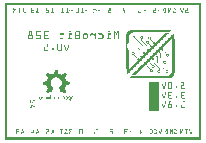
<source format=gbo>
G04 MADE WITH FRITZING*
G04 WWW.FRITZING.ORG*
G04 DOUBLE SIDED*
G04 HOLES PLATED*
G04 CONTOUR ON CENTER OF CONTOUR VECTOR*
%ASAXBY*%
%FSLAX23Y23*%
%MOIN*%
%OFA0B0*%
%SFA1.0B1.0*%
%ADD10R,0.001000X0.001000*%
%LNSILK0*%
G90*
G70*
G36*
X512Y194D02*
X512Y163D01*
X480Y163D01*
X480Y194D01*
X512Y194D01*
G37*
D02*
G36*
X512Y162D02*
X512Y130D01*
X480Y130D01*
X480Y162D01*
X512Y162D01*
G37*
D02*
G36*
X512Y129D02*
X512Y97D01*
X480Y97D01*
X480Y129D01*
X512Y129D01*
G37*
D02*
G36*
X547Y358D02*
X547Y357D01*
X546Y357D01*
X546Y356D01*
X545Y356D01*
X545Y356D01*
X545Y356D01*
X545Y355D01*
X544Y355D01*
X544Y354D01*
X543Y354D01*
X543Y353D01*
X542Y353D01*
X542Y353D01*
X542Y353D01*
X542Y352D01*
X541Y352D01*
X541Y351D01*
X540Y351D01*
X540Y350D01*
X539Y350D01*
X539Y350D01*
X539Y350D01*
X539Y349D01*
X538Y349D01*
X538Y348D01*
X537Y348D01*
X537Y347D01*
X536Y347D01*
X536Y347D01*
X536Y347D01*
X536Y346D01*
X535Y346D01*
X535Y345D01*
X534Y345D01*
X534Y344D01*
X533Y344D01*
X533Y344D01*
X533Y344D01*
X533Y343D01*
X532Y343D01*
X532Y342D01*
X531Y342D01*
X531Y341D01*
X530Y341D01*
X530Y341D01*
X530Y341D01*
X530Y340D01*
X529Y340D01*
X529Y339D01*
X528Y339D01*
X528Y338D01*
X528Y338D01*
X528Y338D01*
X527Y338D01*
X527Y337D01*
X526Y337D01*
X526Y336D01*
X525Y336D01*
X525Y336D01*
X525Y336D01*
X525Y335D01*
X524Y335D01*
X524Y334D01*
X523Y334D01*
X523Y333D01*
X522Y333D01*
X522Y333D01*
X522Y333D01*
X522Y332D01*
X521Y332D01*
X521Y331D01*
X520Y331D01*
X520Y330D01*
X519Y330D01*
X519Y330D01*
X519Y330D01*
X519Y329D01*
X518Y329D01*
X518Y328D01*
X517Y328D01*
X517Y327D01*
X516Y327D01*
X516Y327D01*
X516Y327D01*
X516Y326D01*
X515Y326D01*
X515Y325D01*
X514Y325D01*
X514Y324D01*
X513Y324D01*
X513Y324D01*
X502Y324D01*
X502Y324D01*
X502Y324D01*
X502Y325D01*
X503Y325D01*
X503Y326D01*
X504Y326D01*
X504Y327D01*
X505Y327D01*
X505Y327D01*
X505Y327D01*
X505Y328D01*
X506Y328D01*
X506Y329D01*
X507Y329D01*
X507Y330D01*
X508Y330D01*
X508Y330D01*
X508Y330D01*
X508Y331D01*
X509Y331D01*
X509Y332D01*
X510Y332D01*
X510Y333D01*
X510Y333D01*
X510Y333D01*
X511Y333D01*
X511Y334D01*
X512Y334D01*
X512Y335D01*
X513Y335D01*
X513Y336D01*
X513Y336D01*
X513Y336D01*
X514Y336D01*
X514Y337D01*
X515Y337D01*
X515Y338D01*
X516Y338D01*
X516Y338D01*
X516Y338D01*
X516Y339D01*
X517Y339D01*
X517Y340D01*
X518Y340D01*
X518Y341D01*
X519Y341D01*
X519Y341D01*
X519Y341D01*
X519Y342D01*
X520Y342D01*
X520Y343D01*
X521Y343D01*
X521Y344D01*
X522Y344D01*
X522Y344D01*
X522Y344D01*
X522Y345D01*
X523Y345D01*
X523Y346D01*
X524Y346D01*
X524Y347D01*
X525Y347D01*
X525Y347D01*
X525Y347D01*
X525Y348D01*
X526Y348D01*
X526Y349D01*
X527Y349D01*
X527Y350D01*
X528Y350D01*
X528Y350D01*
X528Y350D01*
X528Y351D01*
X529Y351D01*
X529Y352D01*
X530Y352D01*
X530Y353D01*
X530Y353D01*
X530Y353D01*
X531Y353D01*
X531Y354D01*
X532Y354D01*
X532Y355D01*
X533Y355D01*
X533Y356D01*
X533Y356D01*
X533Y356D01*
X534Y356D01*
X534Y358D01*
X547Y358D01*
G37*
D02*
G36*
X431Y347D02*
X431Y347D01*
X432Y347D01*
X432Y346D01*
X433Y346D01*
X433Y345D01*
X428Y345D01*
X428Y344D01*
X427Y344D01*
X427Y342D01*
X428Y342D01*
X428Y341D01*
X425Y341D01*
X425Y341D01*
X425Y341D01*
X425Y344D01*
X425Y344D01*
X425Y346D01*
X426Y346D01*
X426Y347D01*
X427Y347D01*
X427Y347D01*
X431Y347D01*
G37*
D02*
G36*
X458Y347D02*
X458Y346D01*
X459Y346D01*
X459Y345D01*
X459Y345D01*
X459Y344D01*
X454Y344D01*
X454Y344D01*
X453Y344D01*
X453Y341D01*
X454Y341D01*
X454Y340D01*
X451Y340D01*
X451Y344D01*
X452Y344D01*
X452Y345D01*
X453Y345D01*
X453Y346D01*
X453Y346D01*
X453Y347D01*
X458Y347D01*
G37*
D02*
G36*
X482Y345D02*
X482Y344D01*
X484Y344D01*
X484Y344D01*
X485Y344D01*
X485Y343D01*
X479Y343D01*
X479Y342D01*
X479Y342D01*
X479Y339D01*
X479Y339D01*
X479Y338D01*
X476Y338D01*
X476Y340D01*
X476Y340D01*
X476Y341D01*
X476Y341D01*
X476Y343D01*
X477Y343D01*
X477Y344D01*
X478Y344D01*
X478Y344D01*
X479Y344D01*
X479Y345D01*
X482Y345D01*
G37*
D02*
G36*
X433Y345D02*
X433Y341D01*
X430Y341D01*
X430Y341D01*
X431Y341D01*
X431Y344D01*
X430Y344D01*
X430Y345D01*
X433Y345D01*
G37*
D02*
G36*
X460Y344D02*
X460Y340D01*
X457Y340D01*
X457Y341D01*
X458Y341D01*
X458Y344D01*
X456Y344D01*
X456Y344D01*
X460Y344D01*
G37*
D02*
G36*
X485Y343D02*
X485Y342D01*
X485Y342D01*
X485Y339D01*
X485Y339D01*
X485Y338D01*
X482Y338D01*
X482Y340D01*
X483Y340D01*
X483Y341D01*
X482Y341D01*
X482Y342D01*
X482Y342D01*
X482Y343D01*
X485Y343D01*
G37*
D02*
G36*
X433Y341D02*
X433Y340D01*
X425Y340D01*
X425Y341D01*
X433Y341D01*
G37*
D02*
G36*
X433Y341D02*
X433Y340D01*
X425Y340D01*
X425Y341D01*
X433Y341D01*
G37*
D02*
G36*
X459Y340D02*
X459Y339D01*
X452Y339D01*
X452Y340D01*
X459Y340D01*
G37*
D02*
G36*
X459Y340D02*
X459Y339D01*
X452Y339D01*
X452Y340D01*
X459Y340D01*
G37*
D02*
G36*
X459Y339D02*
X459Y338D01*
X458Y338D01*
X458Y338D01*
X456Y338D01*
X456Y332D01*
X456Y332D01*
X456Y331D01*
X457Y331D01*
X457Y330D01*
X458Y330D01*
X458Y330D01*
X459Y330D01*
X459Y329D01*
X459Y329D01*
X459Y328D01*
X460Y328D01*
X460Y327D01*
X461Y327D01*
X461Y327D01*
X462Y327D01*
X462Y326D01*
X462Y326D01*
X462Y325D01*
X463Y325D01*
X463Y324D01*
X464Y324D01*
X464Y324D01*
X465Y324D01*
X465Y323D01*
X465Y323D01*
X465Y322D01*
X466Y322D01*
X466Y321D01*
X467Y321D01*
X467Y321D01*
X468Y321D01*
X468Y320D01*
X468Y320D01*
X468Y319D01*
X469Y319D01*
X469Y318D01*
X470Y318D01*
X470Y318D01*
X470Y318D01*
X470Y317D01*
X471Y317D01*
X471Y316D01*
X472Y316D01*
X472Y316D01*
X473Y316D01*
X473Y315D01*
X473Y315D01*
X473Y304D01*
X472Y304D01*
X472Y313D01*
X471Y313D01*
X471Y314D01*
X470Y314D01*
X470Y315D01*
X470Y315D01*
X470Y316D01*
X469Y316D01*
X469Y316D01*
X468Y316D01*
X468Y317D01*
X468Y317D01*
X468Y318D01*
X467Y318D01*
X467Y318D01*
X466Y318D01*
X466Y319D01*
X465Y319D01*
X465Y320D01*
X465Y320D01*
X465Y321D01*
X464Y321D01*
X464Y321D01*
X463Y321D01*
X463Y322D01*
X462Y322D01*
X462Y323D01*
X462Y323D01*
X462Y324D01*
X461Y324D01*
X461Y324D01*
X460Y324D01*
X460Y325D01*
X459Y325D01*
X459Y326D01*
X459Y326D01*
X459Y327D01*
X458Y327D01*
X458Y327D01*
X457Y327D01*
X457Y328D01*
X456Y328D01*
X456Y329D01*
X456Y329D01*
X456Y330D01*
X455Y330D01*
X455Y330D01*
X454Y330D01*
X454Y338D01*
X453Y338D01*
X453Y338D01*
X453Y338D01*
X453Y339D01*
X459Y339D01*
G37*
D02*
G36*
X485Y338D02*
X485Y338D01*
X476Y338D01*
X476Y338D01*
X485Y338D01*
G37*
D02*
G36*
X485Y338D02*
X485Y338D01*
X476Y338D01*
X476Y338D01*
X485Y338D01*
G37*
D02*
G36*
X485Y338D02*
X485Y336D01*
X481Y336D01*
X481Y336D01*
X480Y336D01*
X480Y336D01*
X478Y336D01*
X478Y337D01*
X477Y337D01*
X477Y338D01*
X485Y338D01*
G37*
D02*
G36*
X485Y336D02*
X485Y336D01*
X486Y336D01*
X486Y335D01*
X487Y335D01*
X487Y334D01*
X488Y334D01*
X488Y333D01*
X488Y333D01*
X488Y333D01*
X489Y333D01*
X489Y332D01*
X490Y332D01*
X490Y331D01*
X490Y331D01*
X490Y330D01*
X491Y330D01*
X491Y330D01*
X492Y330D01*
X492Y329D01*
X493Y329D01*
X493Y328D01*
X493Y328D01*
X493Y327D01*
X494Y327D01*
X494Y327D01*
X495Y327D01*
X495Y326D01*
X496Y326D01*
X496Y325D01*
X493Y325D01*
X493Y326D01*
X493Y326D01*
X493Y327D01*
X492Y327D01*
X492Y327D01*
X491Y327D01*
X491Y328D01*
X490Y328D01*
X490Y329D01*
X490Y329D01*
X490Y330D01*
X489Y330D01*
X489Y330D01*
X488Y330D01*
X488Y331D01*
X488Y331D01*
X488Y332D01*
X487Y332D01*
X487Y333D01*
X486Y333D01*
X486Y333D01*
X485Y333D01*
X485Y334D01*
X485Y334D01*
X485Y335D01*
X484Y335D01*
X484Y336D01*
X483Y336D01*
X483Y336D01*
X485Y336D01*
G37*
D02*
G36*
X477Y330D02*
X477Y330D01*
X478Y330D01*
X478Y329D01*
X479Y329D01*
X479Y328D01*
X473Y328D01*
X473Y327D01*
X473Y327D01*
X473Y324D01*
X473Y324D01*
X473Y324D01*
X470Y324D01*
X470Y328D01*
X471Y328D01*
X471Y329D01*
X472Y329D01*
X472Y330D01*
X473Y330D01*
X473Y330D01*
X477Y330D01*
G37*
D02*
G36*
X479Y328D02*
X479Y324D01*
X476Y324D01*
X476Y324D01*
X477Y324D01*
X477Y327D01*
X476Y327D01*
X476Y328D01*
X479Y328D01*
G37*
D02*
G36*
X499Y326D02*
X499Y325D01*
X497Y325D01*
X497Y326D01*
X499Y326D01*
G37*
D02*
G36*
X499Y325D02*
X499Y324D01*
X494Y324D01*
X494Y325D01*
X499Y325D01*
G37*
D02*
G36*
X499Y325D02*
X499Y324D01*
X494Y324D01*
X494Y325D01*
X499Y325D01*
G37*
D02*
G36*
X500Y324D02*
X500Y324D01*
X495Y324D01*
X495Y324D01*
X500Y324D01*
G37*
D02*
G36*
X513Y324D02*
X513Y323D01*
X495Y323D01*
X495Y324D01*
X513Y324D01*
G37*
D02*
G36*
X513Y324D02*
X513Y323D01*
X495Y323D01*
X495Y324D01*
X513Y324D01*
G37*
D02*
G36*
X479Y324D02*
X479Y323D01*
X471Y323D01*
X471Y324D01*
X479Y324D01*
G37*
D02*
G36*
X479Y324D02*
X479Y323D01*
X471Y323D01*
X471Y324D01*
X479Y324D01*
G37*
D02*
G36*
X512Y323D02*
X512Y322D01*
X511Y322D01*
X511Y321D01*
X510Y321D01*
X510Y321D01*
X510Y321D01*
X510Y320D01*
X509Y320D01*
X509Y319D01*
X508Y319D01*
X508Y318D01*
X508Y318D01*
X508Y318D01*
X507Y318D01*
X507Y317D01*
X506Y317D01*
X506Y316D01*
X505Y316D01*
X505Y316D01*
X505Y316D01*
X505Y315D01*
X504Y315D01*
X504Y314D01*
X503Y314D01*
X503Y313D01*
X491Y313D01*
X491Y314D01*
X492Y314D01*
X492Y315D01*
X493Y315D01*
X493Y316D01*
X493Y316D01*
X493Y316D01*
X494Y316D01*
X494Y317D01*
X495Y317D01*
X495Y318D01*
X496Y318D01*
X496Y320D01*
X495Y320D01*
X495Y321D01*
X494Y321D01*
X494Y321D01*
X493Y321D01*
X493Y322D01*
X494Y322D01*
X494Y323D01*
X512Y323D01*
G37*
D02*
G36*
X479Y323D02*
X479Y322D01*
X479Y322D01*
X479Y321D01*
X480Y321D01*
X480Y321D01*
X481Y321D01*
X481Y320D01*
X482Y320D01*
X482Y319D01*
X482Y319D01*
X482Y318D01*
X483Y318D01*
X483Y318D01*
X484Y318D01*
X484Y317D01*
X485Y317D01*
X485Y316D01*
X485Y316D01*
X485Y316D01*
X483Y316D01*
X483Y316D01*
X482Y316D01*
X482Y317D01*
X482Y317D01*
X482Y318D01*
X481Y318D01*
X481Y318D01*
X480Y318D01*
X480Y319D01*
X479Y319D01*
X479Y320D01*
X479Y320D01*
X479Y321D01*
X478Y321D01*
X478Y321D01*
X473Y321D01*
X473Y322D01*
X472Y322D01*
X472Y323D01*
X479Y323D01*
G37*
D02*
G36*
X488Y316D02*
X488Y316D01*
X487Y316D01*
X487Y316D01*
X488Y316D01*
G37*
D02*
G36*
X488Y316D02*
X488Y315D01*
X484Y315D01*
X484Y316D01*
X488Y316D01*
G37*
D02*
G36*
X488Y316D02*
X488Y315D01*
X484Y315D01*
X484Y316D01*
X488Y316D01*
G37*
D02*
G36*
X489Y315D02*
X489Y314D01*
X490Y314D01*
X490Y313D01*
X485Y313D01*
X485Y315D01*
X489Y315D01*
G37*
D02*
G36*
X502Y313D02*
X502Y313D01*
X484Y313D01*
X484Y313D01*
X502Y313D01*
G37*
D02*
G36*
X502Y313D02*
X502Y313D01*
X484Y313D01*
X484Y313D01*
X502Y313D01*
G37*
D02*
G36*
X502Y313D02*
X502Y312D01*
X501Y312D01*
X501Y311D01*
X500Y311D01*
X500Y310D01*
X499Y310D01*
X499Y310D01*
X499Y310D01*
X499Y309D01*
X498Y309D01*
X498Y308D01*
X497Y308D01*
X497Y307D01*
X496Y307D01*
X496Y307D01*
X496Y307D01*
X496Y306D01*
X495Y306D01*
X495Y305D01*
X494Y305D01*
X494Y304D01*
X493Y304D01*
X493Y304D01*
X493Y304D01*
X493Y303D01*
X492Y303D01*
X492Y302D01*
X480Y302D01*
X480Y303D01*
X481Y303D01*
X481Y304D01*
X482Y304D01*
X482Y304D01*
X482Y304D01*
X482Y305D01*
X483Y305D01*
X483Y306D01*
X484Y306D01*
X484Y307D01*
X485Y307D01*
X485Y307D01*
X485Y307D01*
X485Y308D01*
X486Y308D01*
X486Y309D01*
X485Y309D01*
X485Y310D01*
X485Y310D01*
X485Y310D01*
X484Y310D01*
X484Y311D01*
X483Y311D01*
X483Y313D01*
X502Y313D01*
G37*
D02*
G36*
X476Y305D02*
X476Y304D01*
X477Y304D01*
X477Y304D01*
X475Y304D01*
X475Y304D01*
X476Y304D01*
X476Y305D01*
X476Y305D01*
G37*
D02*
G36*
X478Y304D02*
X478Y303D01*
X472Y303D01*
X472Y304D01*
X478Y304D01*
G37*
D02*
G36*
X478Y304D02*
X478Y303D01*
X472Y303D01*
X472Y304D01*
X478Y304D01*
G37*
D02*
G36*
X479Y303D02*
X479Y302D01*
X472Y302D01*
X472Y303D01*
X479Y303D01*
G37*
D02*
G36*
X491Y302D02*
X491Y301D01*
X473Y301D01*
X473Y302D01*
X491Y302D01*
G37*
D02*
G36*
X491Y302D02*
X491Y301D01*
X473Y301D01*
X473Y302D01*
X491Y302D01*
G37*
D02*
G36*
X490Y301D02*
X490Y301D01*
X490Y301D01*
X490Y300D01*
X489Y300D01*
X489Y299D01*
X488Y299D01*
X488Y298D01*
X488Y298D01*
X488Y298D01*
X487Y298D01*
X487Y297D01*
X486Y297D01*
X486Y296D01*
X485Y296D01*
X485Y296D01*
X485Y296D01*
X485Y295D01*
X484Y295D01*
X484Y294D01*
X483Y294D01*
X483Y293D01*
X482Y293D01*
X482Y293D01*
X482Y293D01*
X482Y292D01*
X481Y292D01*
X481Y291D01*
X480Y291D01*
X480Y290D01*
X468Y290D01*
X468Y291D01*
X469Y291D01*
X469Y292D01*
X470Y292D01*
X470Y293D01*
X470Y293D01*
X470Y293D01*
X471Y293D01*
X471Y294D01*
X472Y294D01*
X472Y295D01*
X473Y295D01*
X473Y296D01*
X473Y296D01*
X473Y296D01*
X474Y296D01*
X474Y298D01*
X473Y298D01*
X473Y299D01*
X473Y299D01*
X473Y300D01*
X472Y300D01*
X472Y301D01*
X490Y301D01*
G37*
D02*
G36*
X465Y293D02*
X465Y293D01*
X465Y293D01*
X465Y292D01*
X463Y292D01*
X463Y293D01*
X464Y293D01*
X464Y293D01*
X465Y293D01*
G37*
D02*
G36*
X466Y292D02*
X466Y291D01*
X460Y291D01*
X460Y292D01*
X466Y292D01*
G37*
D02*
G36*
X466Y292D02*
X466Y291D01*
X460Y291D01*
X460Y292D01*
X466Y292D01*
G37*
D02*
G36*
X467Y291D02*
X467Y290D01*
X461Y290D01*
X461Y291D01*
X467Y291D01*
G37*
D02*
G36*
X479Y290D02*
X479Y290D01*
X461Y290D01*
X461Y290D01*
X479Y290D01*
G37*
D02*
G36*
X479Y290D02*
X479Y290D01*
X461Y290D01*
X461Y290D01*
X479Y290D01*
G37*
D02*
G36*
X431Y290D02*
X431Y290D01*
X432Y290D01*
X432Y287D01*
X431Y287D01*
X431Y287D01*
X429Y287D01*
X429Y290D01*
X431Y290D01*
G37*
D02*
G36*
X479Y290D02*
X479Y289D01*
X478Y289D01*
X478Y288D01*
X477Y288D01*
X477Y287D01*
X476Y287D01*
X476Y287D01*
X476Y287D01*
X476Y286D01*
X475Y286D01*
X475Y285D01*
X474Y285D01*
X474Y284D01*
X473Y284D01*
X473Y284D01*
X473Y284D01*
X473Y283D01*
X472Y283D01*
X472Y282D01*
X471Y282D01*
X471Y281D01*
X470Y281D01*
X470Y281D01*
X470Y281D01*
X470Y280D01*
X458Y280D01*
X458Y281D01*
X459Y281D01*
X459Y281D01*
X459Y281D01*
X459Y282D01*
X460Y282D01*
X460Y283D01*
X461Y283D01*
X461Y284D01*
X462Y284D01*
X462Y284D01*
X462Y284D01*
X462Y287D01*
X462Y287D01*
X462Y287D01*
X461Y287D01*
X461Y288D01*
X460Y288D01*
X460Y290D01*
X479Y290D01*
G37*
D02*
G36*
X431Y287D02*
X431Y286D01*
X423Y286D01*
X423Y287D01*
X431Y287D01*
G37*
D02*
G36*
X431Y287D02*
X431Y286D01*
X423Y286D01*
X423Y287D01*
X431Y287D01*
G37*
D02*
G36*
X430Y286D02*
X430Y285D01*
X431Y285D01*
X431Y284D01*
X428Y284D01*
X428Y284D01*
X426Y284D01*
X426Y284D01*
X425Y284D01*
X425Y285D01*
X424Y285D01*
X424Y286D01*
X430Y286D01*
G37*
D02*
G36*
X432Y284D02*
X432Y284D01*
X433Y284D01*
X433Y283D01*
X433Y283D01*
X433Y282D01*
X434Y282D01*
X434Y281D01*
X435Y281D01*
X435Y281D01*
X436Y281D01*
X436Y280D01*
X436Y280D01*
X436Y279D01*
X437Y279D01*
X437Y278D01*
X438Y278D01*
X438Y278D01*
X439Y278D01*
X439Y277D01*
X439Y277D01*
X439Y276D01*
X440Y276D01*
X440Y276D01*
X441Y276D01*
X441Y275D01*
X442Y275D01*
X442Y274D01*
X442Y274D01*
X442Y273D01*
X439Y273D01*
X439Y274D01*
X439Y274D01*
X439Y275D01*
X438Y275D01*
X438Y276D01*
X437Y276D01*
X437Y276D01*
X436Y276D01*
X436Y277D01*
X436Y277D01*
X436Y278D01*
X435Y278D01*
X435Y278D01*
X434Y278D01*
X434Y279D01*
X433Y279D01*
X433Y280D01*
X433Y280D01*
X433Y281D01*
X432Y281D01*
X432Y281D01*
X431Y281D01*
X431Y282D01*
X430Y282D01*
X430Y283D01*
X430Y283D01*
X430Y284D01*
X429Y284D01*
X429Y284D01*
X432Y284D01*
G37*
D02*
G36*
X454Y282D02*
X454Y281D01*
X453Y281D01*
X453Y282D01*
X454Y282D01*
G37*
D02*
G36*
X455Y281D02*
X455Y281D01*
X450Y281D01*
X450Y281D01*
X455Y281D01*
G37*
D02*
G36*
X455Y281D02*
X455Y281D01*
X450Y281D01*
X450Y281D01*
X455Y281D01*
G37*
D02*
G36*
X456Y281D02*
X456Y280D01*
X450Y280D01*
X450Y281D01*
X456Y281D01*
G37*
D02*
G36*
X469Y280D02*
X469Y279D01*
X450Y279D01*
X450Y280D01*
X469Y280D01*
G37*
D02*
G36*
X469Y280D02*
X469Y279D01*
X450Y279D01*
X450Y280D01*
X469Y280D01*
G37*
D02*
G36*
X468Y279D02*
X468Y278D01*
X468Y278D01*
X468Y278D01*
X467Y278D01*
X467Y277D01*
X466Y277D01*
X466Y276D01*
X465Y276D01*
X465Y276D01*
X465Y276D01*
X465Y275D01*
X464Y275D01*
X464Y274D01*
X463Y274D01*
X463Y273D01*
X462Y273D01*
X462Y273D01*
X462Y273D01*
X462Y272D01*
X461Y272D01*
X461Y271D01*
X449Y271D01*
X449Y272D01*
X450Y272D01*
X450Y273D01*
X450Y273D01*
X450Y273D01*
X451Y273D01*
X451Y274D01*
X452Y274D01*
X452Y276D01*
X451Y276D01*
X451Y277D01*
X450Y277D01*
X450Y278D01*
X450Y278D01*
X450Y279D01*
X468Y279D01*
G37*
D02*
G36*
X445Y274D02*
X445Y273D01*
X444Y273D01*
X444Y274D01*
X445Y274D01*
G37*
D02*
G36*
X445Y273D02*
X445Y273D01*
X440Y273D01*
X440Y273D01*
X445Y273D01*
G37*
D02*
G36*
X445Y273D02*
X445Y273D01*
X440Y273D01*
X440Y273D01*
X445Y273D01*
G37*
D02*
G36*
X446Y273D02*
X446Y272D01*
X447Y272D01*
X447Y271D01*
X442Y271D01*
X442Y272D01*
X441Y272D01*
X441Y273D01*
X446Y273D01*
G37*
D02*
G36*
X460Y271D02*
X460Y270D01*
X441Y270D01*
X441Y271D01*
X460Y271D01*
G37*
D02*
G36*
X460Y271D02*
X460Y270D01*
X441Y270D01*
X441Y271D01*
X460Y271D01*
G37*
D02*
G36*
X459Y270D02*
X459Y270D01*
X459Y270D01*
X459Y269D01*
X458Y269D01*
X458Y268D01*
X457Y268D01*
X457Y267D01*
X456Y267D01*
X456Y267D01*
X456Y267D01*
X456Y266D01*
X455Y266D01*
X455Y265D01*
X454Y265D01*
X454Y264D01*
X453Y264D01*
X453Y264D01*
X453Y264D01*
X453Y263D01*
X452Y263D01*
X452Y262D01*
X451Y262D01*
X451Y261D01*
X450Y261D01*
X450Y261D01*
X450Y261D01*
X450Y260D01*
X449Y260D01*
X449Y259D01*
X448Y259D01*
X448Y258D01*
X448Y258D01*
X448Y258D01*
X447Y258D01*
X447Y257D01*
X446Y257D01*
X446Y256D01*
X445Y256D01*
X445Y256D01*
X445Y256D01*
X445Y255D01*
X444Y255D01*
X444Y254D01*
X443Y254D01*
X443Y253D01*
X442Y253D01*
X442Y253D01*
X442Y253D01*
X442Y252D01*
X441Y252D01*
X441Y251D01*
X440Y251D01*
X440Y250D01*
X439Y250D01*
X439Y250D01*
X439Y250D01*
X439Y249D01*
X438Y249D01*
X438Y248D01*
X437Y248D01*
X437Y247D01*
X436Y247D01*
X436Y247D01*
X436Y247D01*
X436Y246D01*
X435Y246D01*
X435Y245D01*
X434Y245D01*
X434Y244D01*
X433Y244D01*
X433Y244D01*
X433Y244D01*
X433Y243D01*
X432Y243D01*
X432Y242D01*
X431Y242D01*
X431Y241D01*
X430Y241D01*
X430Y241D01*
X430Y241D01*
X430Y240D01*
X429Y240D01*
X429Y239D01*
X428Y239D01*
X428Y238D01*
X428Y238D01*
X428Y238D01*
X427Y238D01*
X427Y237D01*
X426Y237D01*
X426Y236D01*
X425Y236D01*
X425Y236D01*
X413Y236D01*
X413Y236D01*
X414Y236D01*
X414Y237D01*
X415Y237D01*
X415Y238D01*
X416Y238D01*
X416Y238D01*
X416Y238D01*
X416Y239D01*
X417Y239D01*
X417Y240D01*
X418Y240D01*
X418Y241D01*
X419Y241D01*
X419Y241D01*
X419Y241D01*
X419Y242D01*
X420Y242D01*
X420Y243D01*
X421Y243D01*
X421Y244D01*
X422Y244D01*
X422Y244D01*
X422Y244D01*
X422Y245D01*
X423Y245D01*
X423Y246D01*
X424Y246D01*
X424Y247D01*
X425Y247D01*
X425Y247D01*
X425Y247D01*
X425Y248D01*
X426Y248D01*
X426Y249D01*
X427Y249D01*
X427Y250D01*
X428Y250D01*
X428Y250D01*
X428Y250D01*
X428Y251D01*
X429Y251D01*
X429Y252D01*
X430Y252D01*
X430Y253D01*
X430Y253D01*
X430Y253D01*
X431Y253D01*
X431Y254D01*
X432Y254D01*
X432Y255D01*
X433Y255D01*
X433Y256D01*
X433Y256D01*
X433Y256D01*
X434Y256D01*
X434Y257D01*
X435Y257D01*
X435Y258D01*
X436Y258D01*
X436Y258D01*
X436Y258D01*
X436Y259D01*
X437Y259D01*
X437Y260D01*
X438Y260D01*
X438Y261D01*
X439Y261D01*
X439Y261D01*
X439Y261D01*
X439Y262D01*
X440Y262D01*
X440Y263D01*
X441Y263D01*
X441Y264D01*
X442Y264D01*
X442Y264D01*
X442Y264D01*
X442Y265D01*
X443Y265D01*
X443Y267D01*
X442Y267D01*
X442Y267D01*
X442Y267D01*
X442Y268D01*
X441Y268D01*
X441Y269D01*
X440Y269D01*
X440Y270D01*
X459Y270D01*
G37*
D02*
G36*
X425Y236D02*
X425Y235D01*
X405Y235D01*
X405Y236D01*
X425Y236D01*
G37*
D02*
G36*
X425Y236D02*
X425Y235D01*
X405Y235D01*
X405Y236D01*
X425Y236D01*
G37*
D02*
G36*
X424Y235D02*
X424Y234D01*
X423Y234D01*
X423Y233D01*
X422Y233D01*
X422Y233D01*
X422Y233D01*
X422Y232D01*
X421Y232D01*
X421Y231D01*
X420Y231D01*
X420Y230D01*
X419Y230D01*
X419Y230D01*
X419Y230D01*
X419Y229D01*
X418Y229D01*
X418Y228D01*
X417Y228D01*
X417Y227D01*
X416Y227D01*
X416Y227D01*
X416Y227D01*
X416Y226D01*
X415Y226D01*
X415Y225D01*
X414Y225D01*
X414Y224D01*
X413Y224D01*
X413Y224D01*
X413Y224D01*
X413Y223D01*
X412Y223D01*
X412Y222D01*
X411Y222D01*
X411Y221D01*
X410Y221D01*
X410Y221D01*
X410Y221D01*
X410Y220D01*
X409Y220D01*
X409Y219D01*
X408Y219D01*
X408Y218D01*
X408Y218D01*
X408Y218D01*
X407Y218D01*
X407Y217D01*
X406Y217D01*
X406Y218D01*
X405Y218D01*
X405Y221D01*
X405Y221D01*
X405Y235D01*
X424Y235D01*
G37*
D02*
G36*
X565Y336D02*
X565Y223D01*
X564Y223D01*
X564Y220D01*
X563Y220D01*
X563Y218D01*
X562Y218D01*
X562Y216D01*
X562Y216D01*
X562Y215D01*
X561Y215D01*
X561Y214D01*
X543Y214D01*
X543Y215D01*
X545Y215D01*
X545Y216D01*
X547Y216D01*
X547Y216D01*
X548Y216D01*
X548Y217D01*
X549Y217D01*
X549Y218D01*
X550Y218D01*
X550Y218D01*
X550Y218D01*
X550Y219D01*
X551Y219D01*
X551Y220D01*
X552Y220D01*
X552Y221D01*
X553Y221D01*
X553Y221D01*
X553Y221D01*
X553Y223D01*
X554Y223D01*
X554Y224D01*
X555Y224D01*
X555Y227D01*
X556Y227D01*
X556Y230D01*
X556Y230D01*
X556Y336D01*
X565Y336D01*
G37*
D02*
G36*
X528Y301D02*
X528Y298D01*
X525Y298D01*
X525Y298D01*
X524Y298D01*
X524Y298D01*
X523Y298D01*
X523Y299D01*
X522Y299D01*
X522Y300D01*
X522Y300D01*
X522Y301D01*
X528Y301D01*
G37*
D02*
G36*
X528Y298D02*
X528Y298D01*
X529Y298D01*
X529Y297D01*
X530Y297D01*
X530Y296D01*
X530Y296D01*
X530Y296D01*
X531Y296D01*
X531Y295D01*
X532Y295D01*
X532Y294D01*
X533Y294D01*
X533Y293D01*
X533Y293D01*
X533Y293D01*
X534Y293D01*
X534Y292D01*
X535Y292D01*
X535Y291D01*
X536Y291D01*
X536Y290D01*
X536Y290D01*
X536Y290D01*
X537Y290D01*
X537Y289D01*
X538Y289D01*
X538Y288D01*
X539Y288D01*
X539Y287D01*
X544Y287D01*
X544Y287D01*
X545Y287D01*
X545Y286D01*
X545Y286D01*
X545Y285D01*
X540Y285D01*
X540Y284D01*
X539Y284D01*
X539Y281D01*
X540Y281D01*
X540Y281D01*
X537Y281D01*
X537Y285D01*
X538Y285D01*
X538Y287D01*
X537Y287D01*
X537Y287D01*
X536Y287D01*
X536Y288D01*
X536Y288D01*
X536Y289D01*
X535Y289D01*
X535Y290D01*
X534Y290D01*
X534Y290D01*
X533Y290D01*
X533Y291D01*
X533Y291D01*
X533Y292D01*
X532Y292D01*
X532Y293D01*
X531Y293D01*
X531Y293D01*
X530Y293D01*
X530Y294D01*
X530Y294D01*
X530Y295D01*
X529Y295D01*
X529Y296D01*
X528Y296D01*
X528Y296D01*
X528Y296D01*
X528Y297D01*
X527Y297D01*
X527Y298D01*
X526Y298D01*
X526Y298D01*
X528Y298D01*
G37*
D02*
G36*
X518Y292D02*
X518Y291D01*
X519Y291D01*
X519Y290D01*
X519Y290D01*
X519Y290D01*
X516Y290D01*
X516Y289D01*
X514Y289D01*
X514Y290D01*
X513Y290D01*
X513Y290D01*
X513Y290D01*
X513Y291D01*
X512Y291D01*
X512Y292D01*
X518Y292D01*
G37*
D02*
G36*
X519Y290D02*
X519Y273D01*
X520Y273D01*
X520Y272D01*
X521Y272D01*
X521Y271D01*
X522Y271D01*
X522Y270D01*
X522Y270D01*
X522Y270D01*
X523Y270D01*
X523Y269D01*
X524Y269D01*
X524Y268D01*
X525Y268D01*
X525Y267D01*
X525Y267D01*
X525Y267D01*
X526Y267D01*
X526Y266D01*
X527Y266D01*
X527Y265D01*
X528Y265D01*
X528Y264D01*
X528Y264D01*
X528Y264D01*
X529Y264D01*
X529Y263D01*
X530Y263D01*
X530Y262D01*
X528Y262D01*
X528Y263D01*
X527Y263D01*
X527Y264D01*
X526Y264D01*
X526Y264D01*
X525Y264D01*
X525Y265D01*
X525Y265D01*
X525Y266D01*
X524Y266D01*
X524Y267D01*
X523Y267D01*
X523Y267D01*
X522Y267D01*
X522Y268D01*
X522Y268D01*
X522Y269D01*
X521Y269D01*
X521Y270D01*
X520Y270D01*
X520Y270D01*
X519Y270D01*
X519Y271D01*
X519Y271D01*
X519Y272D01*
X518Y272D01*
X518Y290D01*
X519Y290D01*
G37*
D02*
G36*
X546Y285D02*
X546Y281D01*
X543Y281D01*
X543Y281D01*
X544Y281D01*
X544Y284D01*
X543Y284D01*
X543Y284D01*
X542Y284D01*
X542Y285D01*
X546Y285D01*
G37*
D02*
G36*
X508Y281D02*
X508Y281D01*
X508Y281D01*
X508Y280D01*
X509Y280D01*
X509Y279D01*
X505Y279D01*
X505Y278D01*
X504Y278D01*
X504Y279D01*
X503Y279D01*
X503Y280D01*
X502Y280D01*
X502Y281D01*
X502Y281D01*
X502Y281D01*
X508Y281D01*
G37*
D02*
G36*
X545Y281D02*
X545Y280D01*
X538Y280D01*
X538Y281D01*
X545Y281D01*
G37*
D02*
G36*
X545Y281D02*
X545Y280D01*
X538Y280D01*
X538Y281D01*
X545Y281D01*
G37*
D02*
G36*
X545Y280D02*
X545Y279D01*
X544Y279D01*
X544Y278D01*
X539Y278D01*
X539Y279D01*
X538Y279D01*
X538Y280D01*
X545Y280D01*
G37*
D02*
G36*
X509Y279D02*
X509Y260D01*
X510Y260D01*
X510Y259D01*
X510Y259D01*
X510Y258D01*
X511Y258D01*
X511Y258D01*
X512Y258D01*
X512Y257D01*
X513Y257D01*
X513Y256D01*
X513Y256D01*
X513Y256D01*
X514Y256D01*
X514Y255D01*
X515Y255D01*
X515Y254D01*
X516Y254D01*
X516Y253D01*
X516Y253D01*
X516Y253D01*
X517Y253D01*
X517Y252D01*
X518Y252D01*
X518Y251D01*
X519Y251D01*
X519Y250D01*
X519Y250D01*
X519Y250D01*
X520Y250D01*
X520Y249D01*
X521Y249D01*
X521Y248D01*
X522Y248D01*
X522Y247D01*
X522Y247D01*
X522Y247D01*
X523Y247D01*
X523Y246D01*
X524Y246D01*
X524Y245D01*
X525Y245D01*
X525Y244D01*
X525Y244D01*
X525Y244D01*
X526Y244D01*
X526Y243D01*
X527Y243D01*
X527Y242D01*
X528Y242D01*
X528Y241D01*
X528Y241D01*
X528Y241D01*
X529Y241D01*
X529Y240D01*
X530Y240D01*
X530Y239D01*
X530Y239D01*
X530Y238D01*
X531Y238D01*
X531Y238D01*
X532Y238D01*
X532Y237D01*
X533Y237D01*
X533Y236D01*
X533Y236D01*
X533Y236D01*
X534Y236D01*
X534Y235D01*
X535Y235D01*
X535Y234D01*
X536Y234D01*
X536Y233D01*
X536Y233D01*
X536Y233D01*
X534Y233D01*
X534Y233D01*
X533Y233D01*
X533Y234D01*
X533Y234D01*
X533Y235D01*
X532Y235D01*
X532Y236D01*
X531Y236D01*
X531Y236D01*
X530Y236D01*
X530Y237D01*
X530Y237D01*
X530Y238D01*
X529Y238D01*
X529Y238D01*
X528Y238D01*
X528Y239D01*
X528Y239D01*
X528Y240D01*
X527Y240D01*
X527Y241D01*
X526Y241D01*
X526Y241D01*
X525Y241D01*
X525Y242D01*
X525Y242D01*
X525Y243D01*
X524Y243D01*
X524Y244D01*
X523Y244D01*
X523Y244D01*
X522Y244D01*
X522Y245D01*
X522Y245D01*
X522Y246D01*
X521Y246D01*
X521Y247D01*
X520Y247D01*
X520Y247D01*
X519Y247D01*
X519Y248D01*
X519Y248D01*
X519Y249D01*
X518Y249D01*
X518Y250D01*
X517Y250D01*
X517Y250D01*
X516Y250D01*
X516Y251D01*
X516Y251D01*
X516Y252D01*
X515Y252D01*
X515Y253D01*
X514Y253D01*
X514Y253D01*
X513Y253D01*
X513Y254D01*
X513Y254D01*
X513Y255D01*
X512Y255D01*
X512Y256D01*
X511Y256D01*
X511Y256D01*
X510Y256D01*
X510Y257D01*
X510Y257D01*
X510Y258D01*
X509Y258D01*
X509Y258D01*
X508Y258D01*
X508Y259D01*
X508Y259D01*
X508Y278D01*
X507Y278D01*
X507Y279D01*
X509Y279D01*
G37*
D02*
G36*
X496Y270D02*
X496Y269D01*
X496Y269D01*
X496Y268D01*
X494Y268D01*
X494Y267D01*
X493Y267D01*
X493Y267D01*
X492Y267D01*
X492Y267D01*
X491Y267D01*
X491Y268D01*
X490Y268D01*
X490Y269D01*
X490Y269D01*
X490Y270D01*
X496Y270D01*
G37*
D02*
G36*
X497Y268D02*
X497Y257D01*
X498Y257D01*
X498Y256D01*
X499Y256D01*
X499Y256D01*
X499Y256D01*
X499Y255D01*
X500Y255D01*
X500Y254D01*
X501Y254D01*
X501Y253D01*
X502Y253D01*
X502Y253D01*
X502Y253D01*
X502Y252D01*
X503Y252D01*
X503Y251D01*
X504Y251D01*
X504Y250D01*
X505Y250D01*
X505Y250D01*
X505Y250D01*
X505Y249D01*
X506Y249D01*
X506Y248D01*
X507Y248D01*
X507Y247D01*
X508Y247D01*
X508Y247D01*
X508Y247D01*
X508Y246D01*
X509Y246D01*
X509Y245D01*
X510Y245D01*
X510Y244D01*
X510Y244D01*
X510Y244D01*
X511Y244D01*
X511Y243D01*
X512Y243D01*
X512Y242D01*
X513Y242D01*
X513Y241D01*
X513Y241D01*
X513Y241D01*
X514Y241D01*
X514Y240D01*
X515Y240D01*
X515Y233D01*
X516Y233D01*
X516Y233D01*
X516Y233D01*
X516Y232D01*
X517Y232D01*
X517Y231D01*
X511Y231D01*
X511Y230D01*
X510Y230D01*
X510Y229D01*
X511Y229D01*
X511Y227D01*
X508Y227D01*
X508Y231D01*
X509Y231D01*
X509Y232D01*
X510Y232D01*
X510Y233D01*
X510Y233D01*
X510Y233D01*
X512Y233D01*
X512Y234D01*
X513Y234D01*
X513Y240D01*
X512Y240D01*
X512Y241D01*
X511Y241D01*
X511Y241D01*
X510Y241D01*
X510Y242D01*
X510Y242D01*
X510Y243D01*
X509Y243D01*
X509Y244D01*
X508Y244D01*
X508Y244D01*
X508Y244D01*
X508Y245D01*
X507Y245D01*
X507Y246D01*
X506Y246D01*
X506Y247D01*
X505Y247D01*
X505Y247D01*
X505Y247D01*
X505Y248D01*
X504Y248D01*
X504Y249D01*
X503Y249D01*
X503Y250D01*
X502Y250D01*
X502Y250D01*
X502Y250D01*
X502Y251D01*
X501Y251D01*
X501Y252D01*
X500Y252D01*
X500Y253D01*
X499Y253D01*
X499Y253D01*
X499Y253D01*
X499Y254D01*
X498Y254D01*
X498Y255D01*
X497Y255D01*
X497Y256D01*
X496Y256D01*
X496Y256D01*
X496Y256D01*
X496Y257D01*
X495Y257D01*
X495Y268D01*
X497Y268D01*
G37*
D02*
G36*
X534Y263D02*
X534Y262D01*
X532Y262D01*
X532Y263D01*
X534Y263D01*
G37*
D02*
G36*
X536Y262D02*
X536Y261D01*
X528Y261D01*
X528Y262D01*
X536Y262D01*
G37*
D02*
G36*
X536Y262D02*
X536Y261D01*
X528Y261D01*
X528Y262D01*
X536Y262D01*
G37*
D02*
G36*
X536Y261D02*
X536Y261D01*
X537Y261D01*
X537Y260D01*
X531Y260D01*
X531Y256D01*
X529Y256D01*
X529Y257D01*
X528Y257D01*
X528Y259D01*
X529Y259D01*
X529Y261D01*
X536Y261D01*
G37*
D02*
G36*
X537Y260D02*
X537Y259D01*
X538Y259D01*
X538Y257D01*
X537Y257D01*
X537Y256D01*
X535Y256D01*
X535Y260D01*
X537Y260D01*
G37*
D02*
G36*
X484Y258D02*
X484Y257D01*
X485Y257D01*
X485Y256D01*
X482Y256D01*
X482Y256D01*
X481Y256D01*
X481Y256D01*
X480Y256D01*
X480Y257D01*
X479Y257D01*
X479Y258D01*
X484Y258D01*
G37*
D02*
G36*
X537Y256D02*
X537Y256D01*
X529Y256D01*
X529Y256D01*
X537Y256D01*
G37*
D02*
G36*
X537Y256D02*
X537Y256D01*
X529Y256D01*
X529Y256D01*
X537Y256D01*
G37*
D02*
G36*
X485Y256D02*
X485Y256D01*
X486Y256D01*
X486Y255D01*
X487Y255D01*
X487Y254D01*
X488Y254D01*
X488Y253D01*
X488Y253D01*
X488Y253D01*
X489Y253D01*
X489Y252D01*
X490Y252D01*
X490Y251D01*
X490Y251D01*
X490Y250D01*
X491Y250D01*
X491Y250D01*
X489Y250D01*
X489Y250D01*
X488Y250D01*
X488Y251D01*
X488Y251D01*
X488Y252D01*
X487Y252D01*
X487Y253D01*
X486Y253D01*
X486Y253D01*
X485Y253D01*
X485Y254D01*
X485Y254D01*
X485Y255D01*
X484Y255D01*
X484Y256D01*
X483Y256D01*
X483Y256D01*
X485Y256D01*
G37*
D02*
G36*
X536Y256D02*
X536Y255D01*
X536Y255D01*
X536Y254D01*
X534Y254D01*
X534Y253D01*
X532Y253D01*
X532Y254D01*
X530Y254D01*
X530Y255D01*
X530Y255D01*
X530Y256D01*
X536Y256D01*
G37*
D02*
G36*
X494Y250D02*
X494Y250D01*
X493Y250D01*
X493Y250D01*
X494Y250D01*
G37*
D02*
G36*
X496Y250D02*
X496Y249D01*
X490Y249D01*
X490Y250D01*
X496Y250D01*
G37*
D02*
G36*
X496Y250D02*
X496Y249D01*
X490Y249D01*
X490Y250D01*
X496Y250D01*
G37*
D02*
G36*
X497Y249D02*
X497Y248D01*
X498Y248D01*
X498Y247D01*
X492Y247D01*
X492Y247D01*
X491Y247D01*
X491Y244D01*
X492Y244D01*
X492Y244D01*
X493Y244D01*
X493Y243D01*
X490Y243D01*
X490Y244D01*
X489Y244D01*
X489Y247D01*
X490Y247D01*
X490Y249D01*
X497Y249D01*
G37*
D02*
G36*
X473Y248D02*
X473Y247D01*
X474Y247D01*
X474Y247D01*
X475Y247D01*
X475Y246D01*
X471Y246D01*
X471Y245D01*
X470Y245D01*
X470Y246D01*
X470Y246D01*
X470Y247D01*
X469Y247D01*
X469Y247D01*
X468Y247D01*
X468Y248D01*
X473Y248D01*
G37*
D02*
G36*
X498Y247D02*
X498Y246D01*
X499Y246D01*
X499Y245D01*
X498Y245D01*
X498Y243D01*
X494Y243D01*
X494Y244D01*
X496Y244D01*
X496Y247D01*
X495Y247D01*
X495Y247D01*
X498Y247D01*
G37*
D02*
G36*
X476Y246D02*
X476Y245D01*
X476Y245D01*
X476Y244D01*
X477Y244D01*
X477Y244D01*
X478Y244D01*
X478Y243D01*
X479Y243D01*
X479Y242D01*
X479Y242D01*
X479Y241D01*
X480Y241D01*
X480Y241D01*
X481Y241D01*
X481Y240D01*
X482Y240D01*
X482Y239D01*
X482Y239D01*
X482Y238D01*
X483Y238D01*
X483Y238D01*
X484Y238D01*
X484Y237D01*
X485Y237D01*
X485Y236D01*
X485Y236D01*
X485Y236D01*
X486Y236D01*
X486Y235D01*
X483Y235D01*
X483Y236D01*
X482Y236D01*
X482Y236D01*
X482Y236D01*
X482Y237D01*
X481Y237D01*
X481Y238D01*
X480Y238D01*
X480Y238D01*
X479Y238D01*
X479Y239D01*
X479Y239D01*
X479Y240D01*
X478Y240D01*
X478Y241D01*
X477Y241D01*
X477Y241D01*
X476Y241D01*
X476Y242D01*
X476Y242D01*
X476Y243D01*
X475Y243D01*
X475Y244D01*
X474Y244D01*
X474Y244D01*
X473Y244D01*
X473Y245D01*
X473Y245D01*
X473Y246D01*
X476Y246D01*
G37*
D02*
G36*
X497Y243D02*
X497Y242D01*
X490Y242D01*
X490Y243D01*
X497Y243D01*
G37*
D02*
G36*
X497Y243D02*
X497Y242D01*
X490Y242D01*
X490Y243D01*
X497Y243D01*
G37*
D02*
G36*
X496Y242D02*
X496Y241D01*
X495Y241D01*
X495Y241D01*
X492Y241D01*
X492Y241D01*
X490Y241D01*
X490Y242D01*
X496Y242D01*
G37*
D02*
G36*
X490Y236D02*
X490Y235D01*
X487Y235D01*
X487Y236D01*
X490Y236D01*
G37*
D02*
G36*
X490Y235D02*
X490Y234D01*
X484Y234D01*
X484Y235D01*
X490Y235D01*
G37*
D02*
G36*
X490Y235D02*
X490Y234D01*
X484Y234D01*
X484Y235D01*
X490Y235D01*
G37*
D02*
G36*
X491Y234D02*
X491Y233D01*
X488Y233D01*
X488Y233D01*
X486Y233D01*
X486Y229D01*
X484Y229D01*
X484Y230D01*
X483Y230D01*
X483Y232D01*
X484Y232D01*
X484Y233D01*
X485Y233D01*
X485Y234D01*
X491Y234D01*
G37*
D02*
G36*
X540Y233D02*
X540Y233D01*
X539Y233D01*
X539Y233D01*
X540Y233D01*
G37*
D02*
G36*
X492Y233D02*
X492Y233D01*
X493Y233D01*
X493Y229D01*
X490Y229D01*
X490Y230D01*
X490Y230D01*
X490Y232D01*
X490Y232D01*
X490Y233D01*
X488Y233D01*
X488Y233D01*
X492Y233D01*
G37*
D02*
G36*
X542Y233D02*
X542Y232D01*
X535Y232D01*
X535Y233D01*
X542Y233D01*
G37*
D02*
G36*
X542Y233D02*
X542Y232D01*
X535Y232D01*
X535Y233D01*
X542Y233D01*
G37*
D02*
G36*
X543Y232D02*
X543Y230D01*
X538Y230D01*
X538Y230D01*
X537Y230D01*
X537Y227D01*
X538Y227D01*
X538Y227D01*
X539Y227D01*
X539Y226D01*
X536Y226D01*
X536Y227D01*
X535Y227D01*
X535Y230D01*
X536Y230D01*
X536Y232D01*
X543Y232D01*
G37*
D02*
G36*
X517Y231D02*
X517Y230D01*
X518Y230D01*
X518Y228D01*
X517Y228D01*
X517Y227D01*
X515Y227D01*
X515Y231D01*
X517Y231D01*
G37*
D02*
G36*
X544Y230D02*
X544Y226D01*
X540Y226D01*
X540Y227D01*
X542Y227D01*
X542Y230D01*
X541Y230D01*
X541Y230D01*
X544Y230D01*
G37*
D02*
G36*
X492Y229D02*
X492Y228D01*
X484Y228D01*
X484Y229D01*
X492Y229D01*
G37*
D02*
G36*
X492Y229D02*
X492Y228D01*
X484Y228D01*
X484Y229D01*
X492Y229D01*
G37*
D02*
G36*
X491Y228D02*
X491Y227D01*
X490Y227D01*
X490Y227D01*
X489Y227D01*
X489Y226D01*
X487Y226D01*
X487Y227D01*
X485Y227D01*
X485Y227D01*
X485Y227D01*
X485Y228D01*
X491Y228D01*
G37*
D02*
G36*
X517Y227D02*
X517Y227D01*
X509Y227D01*
X509Y227D01*
X517Y227D01*
G37*
D02*
G36*
X517Y227D02*
X517Y227D01*
X509Y227D01*
X509Y227D01*
X517Y227D01*
G37*
D02*
G36*
X516Y227D02*
X516Y226D01*
X516Y226D01*
X516Y225D01*
X514Y225D01*
X514Y224D01*
X512Y224D01*
X512Y225D01*
X510Y225D01*
X510Y226D01*
X510Y226D01*
X510Y227D01*
X516Y227D01*
G37*
D02*
G36*
X543Y226D02*
X543Y225D01*
X536Y225D01*
X536Y226D01*
X543Y226D01*
G37*
D02*
G36*
X543Y226D02*
X543Y225D01*
X536Y225D01*
X536Y226D01*
X543Y226D01*
G37*
D02*
G36*
X542Y225D02*
X542Y224D01*
X541Y224D01*
X541Y224D01*
X538Y224D01*
X538Y224D01*
X536Y224D01*
X536Y225D01*
X542Y225D01*
G37*
D02*
G36*
X560Y214D02*
X560Y213D01*
X422Y213D01*
X422Y214D01*
X560Y214D01*
G37*
D02*
G36*
X560Y214D02*
X560Y213D01*
X422Y213D01*
X422Y214D01*
X560Y214D01*
G37*
D02*
G36*
X560Y213D02*
X560Y213D01*
X559Y213D01*
X559Y212D01*
X559Y212D01*
X559Y211D01*
X558Y211D01*
X558Y210D01*
X557Y210D01*
X557Y210D01*
X556Y210D01*
X556Y209D01*
X555Y209D01*
X555Y208D01*
X553Y208D01*
X553Y207D01*
X552Y207D01*
X552Y207D01*
X550Y207D01*
X550Y206D01*
X419Y206D01*
X419Y207D01*
X417Y207D01*
X417Y207D01*
X416Y207D01*
X416Y208D01*
X416Y208D01*
X416Y209D01*
X417Y209D01*
X417Y210D01*
X418Y210D01*
X418Y210D01*
X419Y210D01*
X419Y211D01*
X419Y211D01*
X419Y212D01*
X420Y212D01*
X420Y213D01*
X421Y213D01*
X421Y213D01*
X560Y213D01*
G37*
D02*
G54D10*
X0Y457D02*
X654Y457D01*
X0Y456D02*
X654Y456D01*
X0Y455D02*
X654Y455D01*
X0Y454D02*
X654Y454D01*
X0Y453D02*
X654Y453D01*
X0Y452D02*
X654Y452D01*
X0Y451D02*
X654Y451D01*
X0Y450D02*
X654Y450D01*
X0Y449D02*
X7Y449D01*
X647Y449D02*
X654Y449D01*
X0Y448D02*
X7Y448D01*
X647Y448D02*
X654Y448D01*
X0Y447D02*
X7Y447D01*
X647Y447D02*
X654Y447D01*
X0Y446D02*
X7Y446D01*
X647Y446D02*
X654Y446D01*
X0Y445D02*
X7Y445D01*
X647Y445D02*
X654Y445D01*
X0Y444D02*
X7Y444D01*
X647Y444D02*
X654Y444D01*
X0Y443D02*
X7Y443D01*
X647Y443D02*
X654Y443D01*
X0Y442D02*
X7Y442D01*
X647Y442D02*
X654Y442D01*
X0Y441D02*
X7Y441D01*
X29Y441D02*
X37Y441D01*
X43Y441D02*
X53Y441D01*
X64Y441D02*
X69Y441D01*
X594Y441D02*
X594Y441D01*
X602Y441D02*
X609Y441D01*
X647Y441D02*
X654Y441D01*
X0Y440D02*
X7Y440D01*
X28Y440D02*
X37Y440D01*
X43Y440D02*
X53Y440D01*
X63Y440D02*
X69Y440D01*
X88Y440D02*
X97Y440D01*
X108Y440D02*
X113Y440D01*
X137Y440D02*
X146Y440D01*
X157Y440D02*
X163Y440D01*
X191Y440D02*
X196Y440D01*
X207Y440D02*
X212Y440D01*
X237Y440D02*
X245Y440D01*
X256Y440D02*
X262Y440D01*
X293Y440D02*
X303Y440D01*
X347Y440D02*
X352Y440D01*
X393Y440D02*
X404Y440D01*
X452Y440D02*
X454Y440D01*
X494Y440D02*
X501Y440D01*
X531Y440D02*
X537Y440D01*
X544Y440D02*
X545Y440D01*
X551Y440D02*
X554Y440D01*
X560Y440D02*
X565Y440D01*
X585Y440D02*
X586Y440D01*
X594Y440D02*
X595Y440D01*
X601Y440D02*
X609Y440D01*
X647Y440D02*
X654Y440D01*
X0Y439D02*
X7Y439D01*
X27Y439D02*
X29Y439D01*
X35Y439D02*
X37Y439D01*
X43Y439D02*
X45Y439D01*
X47Y439D02*
X49Y439D01*
X51Y439D02*
X53Y439D01*
X62Y439D02*
X68Y439D01*
X87Y439D02*
X97Y439D01*
X108Y439D02*
X113Y439D01*
X137Y439D02*
X146Y439D01*
X157Y439D02*
X162Y439D01*
X191Y439D02*
X196Y439D01*
X207Y439D02*
X212Y439D01*
X236Y439D02*
X246Y439D01*
X256Y439D02*
X262Y439D01*
X293Y439D02*
X303Y439D01*
X346Y439D02*
X352Y439D01*
X393Y439D02*
X404Y439D01*
X452Y439D02*
X454Y439D01*
X494Y439D02*
X501Y439D01*
X530Y439D02*
X537Y439D01*
X543Y439D02*
X545Y439D01*
X551Y439D02*
X554Y439D01*
X560Y439D02*
X566Y439D01*
X585Y439D02*
X586Y439D01*
X594Y439D02*
X595Y439D01*
X602Y439D02*
X609Y439D01*
X647Y439D02*
X654Y439D01*
X0Y438D02*
X7Y438D01*
X27Y438D02*
X28Y438D01*
X36Y438D02*
X37Y438D01*
X43Y438D02*
X44Y438D01*
X47Y438D02*
X49Y438D01*
X52Y438D02*
X53Y438D01*
X61Y438D02*
X63Y438D01*
X66Y438D02*
X67Y438D01*
X87Y438D02*
X88Y438D01*
X108Y438D02*
X109Y438D01*
X136Y438D02*
X138Y438D01*
X157Y438D02*
X158Y438D01*
X191Y438D02*
X192Y438D01*
X207Y438D02*
X208Y438D01*
X236Y438D02*
X237Y438D01*
X244Y438D02*
X246Y438D01*
X256Y438D02*
X258Y438D01*
X293Y438D02*
X294Y438D01*
X302Y438D02*
X303Y438D01*
X346Y438D02*
X348Y438D01*
X351Y438D02*
X352Y438D01*
X393Y438D02*
X395Y438D01*
X403Y438D02*
X403Y438D01*
X453Y438D02*
X454Y438D01*
X500Y438D02*
X501Y438D01*
X530Y438D02*
X531Y438D01*
X534Y438D02*
X535Y438D01*
X543Y438D02*
X545Y438D01*
X550Y438D02*
X554Y438D01*
X565Y438D02*
X567Y438D01*
X585Y438D02*
X586Y438D01*
X594Y438D02*
X595Y438D01*
X608Y438D02*
X609Y438D01*
X647Y438D02*
X654Y438D01*
X0Y437D02*
X7Y437D01*
X27Y437D02*
X28Y437D01*
X36Y437D02*
X37Y437D01*
X47Y437D02*
X49Y437D01*
X61Y437D02*
X62Y437D01*
X66Y437D02*
X67Y437D01*
X87Y437D02*
X88Y437D01*
X108Y437D02*
X109Y437D01*
X136Y437D02*
X138Y437D01*
X157Y437D02*
X158Y437D01*
X191Y437D02*
X192Y437D01*
X207Y437D02*
X208Y437D01*
X236Y437D02*
X237Y437D01*
X245Y437D02*
X246Y437D01*
X256Y437D02*
X258Y437D01*
X293Y437D02*
X294Y437D01*
X302Y437D02*
X303Y437D01*
X346Y437D02*
X348Y437D01*
X351Y437D02*
X352Y437D01*
X393Y437D02*
X395Y437D01*
X453Y437D02*
X454Y437D01*
X500Y437D02*
X501Y437D01*
X529Y437D02*
X531Y437D01*
X534Y437D02*
X535Y437D01*
X543Y437D02*
X545Y437D01*
X550Y437D02*
X554Y437D01*
X566Y437D02*
X568Y437D01*
X585Y437D02*
X586Y437D01*
X594Y437D02*
X595Y437D01*
X608Y437D02*
X609Y437D01*
X647Y437D02*
X654Y437D01*
X0Y436D02*
X7Y436D01*
X27Y436D02*
X29Y436D01*
X36Y436D02*
X37Y436D01*
X47Y436D02*
X49Y436D01*
X60Y436D02*
X62Y436D01*
X66Y436D02*
X67Y436D01*
X87Y436D02*
X88Y436D01*
X108Y436D02*
X109Y436D01*
X136Y436D02*
X138Y436D01*
X157Y436D02*
X158Y436D01*
X191Y436D02*
X192Y436D01*
X207Y436D02*
X208Y436D01*
X236Y436D02*
X237Y436D01*
X245Y436D02*
X246Y436D01*
X256Y436D02*
X258Y436D01*
X293Y436D02*
X294Y436D01*
X302Y436D02*
X303Y436D01*
X346Y436D02*
X348Y436D01*
X351Y436D02*
X352Y436D01*
X393Y436D02*
X395Y436D01*
X453Y436D02*
X454Y436D01*
X500Y436D02*
X501Y436D01*
X529Y436D02*
X530Y436D01*
X534Y436D02*
X535Y436D01*
X543Y436D02*
X545Y436D01*
X550Y436D02*
X554Y436D01*
X567Y436D02*
X568Y436D01*
X585Y436D02*
X586Y436D01*
X594Y436D02*
X595Y436D01*
X608Y436D02*
X609Y436D01*
X647Y436D02*
X654Y436D01*
X0Y435D02*
X7Y435D01*
X27Y435D02*
X37Y435D01*
X47Y435D02*
X49Y435D01*
X60Y435D02*
X61Y435D01*
X66Y435D02*
X67Y435D01*
X87Y435D02*
X88Y435D01*
X108Y435D02*
X109Y435D01*
X136Y435D02*
X138Y435D01*
X157Y435D02*
X158Y435D01*
X191Y435D02*
X192Y435D01*
X207Y435D02*
X208Y435D01*
X236Y435D02*
X237Y435D01*
X245Y435D02*
X246Y435D01*
X256Y435D02*
X258Y435D01*
X293Y435D02*
X303Y435D01*
X346Y435D02*
X348Y435D01*
X351Y435D02*
X352Y435D01*
X393Y435D02*
X395Y435D01*
X453Y435D02*
X454Y435D01*
X500Y435D02*
X501Y435D01*
X528Y435D02*
X530Y435D01*
X534Y435D02*
X535Y435D01*
X543Y435D02*
X545Y435D01*
X549Y435D02*
X554Y435D01*
X567Y435D02*
X569Y435D01*
X585Y435D02*
X587Y435D01*
X593Y435D02*
X595Y435D01*
X608Y435D02*
X609Y435D01*
X647Y435D02*
X654Y435D01*
X0Y434D02*
X7Y434D01*
X28Y434D02*
X37Y434D01*
X47Y434D02*
X49Y434D01*
X59Y434D02*
X61Y434D01*
X66Y434D02*
X67Y434D01*
X87Y434D02*
X88Y434D01*
X108Y434D02*
X109Y434D01*
X136Y434D02*
X138Y434D01*
X157Y434D02*
X158Y434D01*
X191Y434D02*
X192Y434D01*
X207Y434D02*
X208Y434D01*
X236Y434D02*
X237Y434D01*
X245Y434D02*
X246Y434D01*
X256Y434D02*
X258Y434D01*
X293Y434D02*
X303Y434D01*
X346Y434D02*
X348Y434D01*
X351Y434D02*
X352Y434D01*
X394Y434D02*
X396Y434D01*
X453Y434D02*
X454Y434D01*
X500Y434D02*
X501Y434D01*
X528Y434D02*
X529Y434D01*
X534Y434D02*
X535Y434D01*
X543Y434D02*
X545Y434D01*
X549Y434D02*
X550Y434D01*
X552Y434D02*
X554Y434D01*
X568Y434D02*
X570Y434D01*
X586Y434D02*
X587Y434D01*
X593Y434D02*
X594Y434D01*
X608Y434D02*
X609Y434D01*
X647Y434D02*
X654Y434D01*
X0Y433D02*
X7Y433D01*
X31Y433D02*
X33Y433D01*
X36Y433D02*
X37Y433D01*
X47Y433D02*
X49Y433D01*
X59Y433D02*
X61Y433D01*
X66Y433D02*
X67Y433D01*
X87Y433D02*
X94Y433D01*
X108Y433D02*
X109Y433D01*
X136Y433D02*
X145Y433D01*
X157Y433D02*
X158Y433D01*
X191Y433D02*
X192Y433D01*
X207Y433D02*
X208Y433D01*
X236Y433D02*
X237Y433D01*
X245Y433D02*
X246Y433D01*
X256Y433D02*
X258Y433D01*
X293Y433D02*
X302Y433D01*
X346Y433D02*
X348Y433D01*
X350Y433D02*
X352Y433D01*
X394Y433D02*
X397Y433D01*
X453Y433D02*
X454Y433D01*
X495Y433D02*
X501Y433D01*
X527Y433D02*
X529Y433D01*
X534Y433D02*
X535Y433D01*
X543Y433D02*
X545Y433D01*
X548Y433D02*
X550Y433D01*
X552Y433D02*
X554Y433D01*
X568Y433D02*
X570Y433D01*
X586Y433D02*
X587Y433D01*
X592Y433D02*
X594Y433D01*
X602Y433D02*
X609Y433D01*
X647Y433D02*
X654Y433D01*
X0Y432D02*
X7Y432D01*
X31Y432D02*
X32Y432D01*
X36Y432D02*
X37Y432D01*
X47Y432D02*
X49Y432D01*
X59Y432D02*
X61Y432D01*
X66Y432D02*
X67Y432D01*
X88Y432D02*
X95Y432D01*
X108Y432D02*
X109Y432D01*
X137Y432D02*
X146Y432D01*
X157Y432D02*
X158Y432D01*
X191Y432D02*
X192Y432D01*
X207Y432D02*
X208Y432D01*
X215Y432D02*
X215Y432D01*
X219Y432D02*
X225Y432D01*
X236Y432D02*
X237Y432D01*
X245Y432D02*
X246Y432D01*
X256Y432D02*
X258Y432D01*
X263Y432D02*
X264Y432D01*
X268Y432D02*
X273Y432D01*
X293Y432D02*
X294Y432D01*
X305Y432D02*
X306Y432D01*
X310Y432D02*
X315Y432D01*
X345Y432D02*
X354Y432D01*
X395Y432D02*
X398Y432D01*
X453Y432D02*
X454Y432D01*
X459Y432D02*
X459Y432D01*
X463Y432D02*
X469Y432D01*
X494Y432D02*
X501Y432D01*
X504Y432D02*
X504Y432D01*
X509Y432D02*
X514Y432D01*
X527Y432D02*
X529Y432D01*
X534Y432D02*
X535Y432D01*
X543Y432D02*
X545Y432D01*
X548Y432D02*
X549Y432D01*
X552Y432D02*
X554Y432D01*
X569Y432D02*
X570Y432D01*
X586Y432D02*
X588Y432D01*
X592Y432D02*
X593Y432D01*
X601Y432D02*
X609Y432D01*
X647Y432D02*
X654Y432D01*
X0Y431D02*
X7Y431D01*
X30Y431D02*
X32Y431D01*
X36Y431D02*
X37Y431D01*
X47Y431D02*
X49Y431D01*
X59Y431D02*
X61Y431D01*
X66Y431D02*
X67Y431D01*
X87Y431D02*
X94Y431D01*
X104Y431D02*
X104Y431D01*
X108Y431D02*
X109Y431D01*
X138Y431D02*
X147Y431D01*
X153Y431D02*
X153Y431D01*
X157Y431D02*
X158Y431D01*
X187Y431D02*
X187Y431D01*
X191Y431D02*
X192Y431D01*
X203Y431D02*
X203Y431D01*
X207Y431D02*
X208Y431D01*
X215Y431D02*
X225Y431D01*
X236Y431D02*
X237Y431D01*
X245Y431D02*
X246Y431D01*
X256Y431D02*
X258Y431D01*
X263Y431D02*
X273Y431D01*
X293Y431D02*
X294Y431D01*
X305Y431D02*
X315Y431D01*
X344Y431D02*
X354Y431D01*
X397Y431D02*
X399Y431D01*
X445Y431D02*
X454Y431D01*
X459Y431D02*
X469Y431D01*
X493Y431D02*
X501Y431D01*
X504Y431D02*
X514Y431D01*
X527Y431D02*
X529Y431D01*
X534Y431D02*
X535Y431D01*
X543Y431D02*
X545Y431D01*
X547Y431D02*
X549Y431D01*
X552Y431D02*
X554Y431D01*
X560Y431D02*
X564Y431D01*
X569Y431D02*
X570Y431D01*
X587Y431D02*
X588Y431D01*
X592Y431D02*
X593Y431D01*
X601Y431D02*
X602Y431D01*
X647Y431D02*
X654Y431D01*
X0Y430D02*
X7Y430D01*
X30Y430D02*
X31Y430D01*
X36Y430D02*
X37Y430D01*
X47Y430D02*
X49Y430D01*
X60Y430D02*
X61Y430D01*
X66Y430D02*
X67Y430D01*
X87Y430D02*
X88Y430D01*
X103Y430D02*
X104Y430D01*
X108Y430D02*
X109Y430D01*
X145Y430D02*
X147Y430D01*
X153Y430D02*
X154Y430D01*
X157Y430D02*
X158Y430D01*
X186Y430D02*
X187Y430D01*
X191Y430D02*
X192Y430D01*
X202Y430D02*
X204Y430D01*
X207Y430D02*
X208Y430D01*
X216Y430D02*
X219Y430D01*
X225Y430D02*
X225Y430D01*
X236Y430D02*
X237Y430D01*
X245Y430D02*
X246Y430D01*
X252Y430D02*
X253Y430D01*
X256Y430D02*
X258Y430D01*
X264Y430D02*
X267Y430D01*
X293Y430D02*
X294Y430D01*
X306Y430D02*
X310Y430D01*
X344Y430D02*
X345Y430D01*
X353Y430D02*
X354Y430D01*
X398Y430D02*
X399Y430D01*
X444Y430D02*
X454Y430D01*
X460Y430D02*
X463Y430D01*
X469Y430D02*
X469Y430D01*
X493Y430D02*
X495Y430D01*
X505Y430D02*
X508Y430D01*
X528Y430D02*
X529Y430D01*
X534Y430D02*
X535Y430D01*
X543Y430D02*
X545Y430D01*
X547Y430D02*
X548Y430D01*
X552Y430D02*
X554Y430D01*
X560Y430D02*
X564Y430D01*
X569Y430D02*
X570Y430D01*
X587Y430D02*
X589Y430D01*
X591Y430D02*
X593Y430D01*
X601Y430D02*
X602Y430D01*
X647Y430D02*
X654Y430D01*
X0Y429D02*
X7Y429D01*
X29Y429D02*
X31Y429D01*
X36Y429D02*
X37Y429D01*
X47Y429D02*
X49Y429D01*
X60Y429D02*
X62Y429D01*
X66Y429D02*
X67Y429D01*
X87Y429D02*
X88Y429D01*
X103Y429D02*
X105Y429D01*
X108Y429D02*
X109Y429D01*
X145Y429D02*
X147Y429D01*
X153Y429D02*
X154Y429D01*
X157Y429D02*
X158Y429D01*
X186Y429D02*
X187Y429D01*
X191Y429D02*
X192Y429D01*
X202Y429D02*
X204Y429D01*
X207Y429D02*
X208Y429D01*
X236Y429D02*
X237Y429D01*
X245Y429D02*
X246Y429D01*
X252Y429D02*
X253Y429D01*
X256Y429D02*
X258Y429D01*
X293Y429D02*
X294Y429D01*
X344Y429D02*
X345Y429D01*
X353Y429D02*
X354Y429D01*
X398Y429D02*
X399Y429D01*
X444Y429D02*
X446Y429D01*
X453Y429D02*
X454Y429D01*
X493Y429D02*
X495Y429D01*
X528Y429D02*
X530Y429D01*
X534Y429D02*
X535Y429D01*
X543Y429D02*
X548Y429D01*
X552Y429D02*
X554Y429D01*
X560Y429D02*
X563Y429D01*
X569Y429D02*
X570Y429D01*
X588Y429D02*
X589Y429D01*
X591Y429D02*
X592Y429D01*
X601Y429D02*
X602Y429D01*
X647Y429D02*
X654Y429D01*
X0Y428D02*
X7Y428D01*
X28Y428D02*
X30Y428D01*
X36Y428D02*
X37Y428D01*
X47Y428D02*
X49Y428D01*
X61Y428D02*
X62Y428D01*
X66Y428D02*
X67Y428D01*
X87Y428D02*
X88Y428D01*
X103Y428D02*
X105Y428D01*
X108Y428D02*
X109Y428D01*
X145Y428D02*
X147Y428D01*
X153Y428D02*
X154Y428D01*
X157Y428D02*
X158Y428D01*
X186Y428D02*
X187Y428D01*
X191Y428D02*
X192Y428D01*
X202Y428D02*
X204Y428D01*
X207Y428D02*
X208Y428D01*
X236Y428D02*
X237Y428D01*
X245Y428D02*
X246Y428D01*
X252Y428D02*
X253Y428D01*
X256Y428D02*
X258Y428D01*
X293Y428D02*
X294Y428D01*
X344Y428D02*
X345Y428D01*
X353Y428D02*
X354Y428D01*
X398Y428D02*
X399Y428D01*
X444Y428D02*
X445Y428D01*
X453Y428D02*
X454Y428D01*
X493Y428D02*
X495Y428D01*
X529Y428D02*
X530Y428D01*
X534Y428D02*
X535Y428D01*
X543Y428D02*
X548Y428D01*
X552Y428D02*
X554Y428D01*
X560Y428D02*
X561Y428D01*
X569Y428D02*
X570Y428D01*
X588Y428D02*
X592Y428D01*
X601Y428D02*
X602Y428D01*
X647Y428D02*
X654Y428D01*
X0Y427D02*
X7Y427D01*
X28Y427D02*
X30Y427D01*
X36Y427D02*
X37Y427D01*
X47Y427D02*
X49Y427D01*
X61Y427D02*
X63Y427D01*
X66Y427D02*
X67Y427D01*
X87Y427D02*
X88Y427D01*
X103Y427D02*
X105Y427D01*
X108Y427D02*
X109Y427D01*
X145Y427D02*
X147Y427D01*
X153Y427D02*
X154Y427D01*
X157Y427D02*
X158Y427D01*
X186Y427D02*
X187Y427D01*
X191Y427D02*
X192Y427D01*
X202Y427D02*
X204Y427D01*
X207Y427D02*
X208Y427D01*
X236Y427D02*
X237Y427D01*
X245Y427D02*
X246Y427D01*
X252Y427D02*
X253Y427D01*
X256Y427D02*
X258Y427D01*
X293Y427D02*
X294Y427D01*
X344Y427D02*
X345Y427D01*
X353Y427D02*
X354Y427D01*
X398Y427D02*
X399Y427D01*
X444Y427D02*
X445Y427D01*
X453Y427D02*
X454Y427D01*
X493Y427D02*
X495Y427D01*
X529Y427D02*
X531Y427D01*
X534Y427D02*
X535Y427D01*
X543Y427D02*
X547Y427D01*
X552Y427D02*
X554Y427D01*
X560Y427D02*
X561Y427D01*
X569Y427D02*
X570Y427D01*
X588Y427D02*
X592Y427D01*
X601Y427D02*
X602Y427D01*
X647Y427D02*
X654Y427D01*
X0Y426D02*
X7Y426D01*
X27Y426D02*
X29Y426D01*
X36Y426D02*
X37Y426D01*
X47Y426D02*
X49Y426D01*
X62Y426D02*
X68Y426D01*
X87Y426D02*
X88Y426D01*
X103Y426D02*
X105Y426D01*
X108Y426D02*
X109Y426D01*
X145Y426D02*
X147Y426D01*
X153Y426D02*
X154Y426D01*
X157Y426D02*
X158Y426D01*
X186Y426D02*
X188Y426D01*
X191Y426D02*
X192Y426D01*
X202Y426D02*
X204Y426D01*
X207Y426D02*
X208Y426D01*
X236Y426D02*
X237Y426D01*
X245Y426D02*
X246Y426D01*
X252Y426D02*
X253Y426D01*
X256Y426D02*
X258Y426D01*
X293Y426D02*
X294Y426D01*
X344Y426D02*
X345Y426D01*
X353Y426D02*
X354Y426D01*
X398Y426D02*
X399Y426D01*
X444Y426D02*
X446Y426D01*
X453Y426D02*
X454Y426D01*
X493Y426D02*
X495Y426D01*
X502Y426D02*
X503Y426D01*
X530Y426D02*
X531Y426D01*
X534Y426D02*
X535Y426D01*
X543Y426D02*
X547Y426D01*
X552Y426D02*
X554Y426D01*
X560Y426D02*
X561Y426D01*
X568Y426D02*
X570Y426D01*
X589Y426D02*
X591Y426D01*
X601Y426D02*
X603Y426D01*
X608Y426D02*
X611Y426D01*
X647Y426D02*
X654Y426D01*
X0Y425D02*
X7Y425D01*
X27Y425D02*
X28Y425D01*
X36Y425D02*
X37Y425D01*
X48Y425D02*
X49Y425D01*
X62Y425D02*
X69Y425D01*
X87Y425D02*
X97Y425D01*
X103Y425D02*
X113Y425D01*
X137Y425D02*
X147Y425D01*
X153Y425D02*
X162Y425D01*
X186Y425D02*
X196Y425D01*
X202Y425D02*
X212Y425D01*
X236Y425D02*
X246Y425D01*
X252Y425D02*
X261Y425D01*
X293Y425D02*
X295Y425D01*
X344Y425D02*
X354Y425D01*
X398Y425D02*
X399Y425D01*
X444Y425D02*
X454Y425D01*
X493Y425D02*
X503Y425D01*
X530Y425D02*
X537Y425D01*
X543Y425D02*
X546Y425D01*
X552Y425D02*
X554Y425D01*
X560Y425D02*
X569Y425D01*
X589Y425D02*
X591Y425D01*
X601Y425D02*
X611Y425D01*
X647Y425D02*
X654Y425D01*
X0Y424D02*
X7Y424D01*
X36Y424D02*
X36Y424D01*
X48Y424D02*
X48Y424D01*
X64Y424D02*
X69Y424D01*
X88Y424D02*
X97Y424D01*
X103Y424D02*
X113Y424D01*
X137Y424D02*
X147Y424D01*
X153Y424D02*
X163Y424D01*
X186Y424D02*
X196Y424D01*
X203Y424D02*
X212Y424D01*
X236Y424D02*
X245Y424D01*
X252Y424D02*
X262Y424D01*
X293Y424D02*
X295Y424D01*
X344Y424D02*
X354Y424D01*
X398Y424D02*
X399Y424D01*
X444Y424D02*
X454Y424D01*
X494Y424D02*
X502Y424D01*
X531Y424D02*
X537Y424D01*
X543Y424D02*
X546Y424D01*
X553Y424D02*
X553Y424D01*
X561Y424D02*
X568Y424D01*
X590Y424D02*
X590Y424D01*
X602Y424D02*
X609Y424D01*
X647Y424D02*
X654Y424D01*
X0Y423D02*
X7Y423D01*
X238Y423D02*
X244Y423D01*
X253Y423D02*
X261Y423D01*
X346Y423D02*
X352Y423D01*
X647Y423D02*
X654Y423D01*
X0Y422D02*
X7Y422D01*
X647Y422D02*
X654Y422D01*
X0Y421D02*
X7Y421D01*
X647Y421D02*
X654Y421D01*
X0Y420D02*
X7Y420D01*
X647Y420D02*
X654Y420D01*
X0Y419D02*
X7Y419D01*
X647Y419D02*
X654Y419D01*
X0Y418D02*
X7Y418D01*
X647Y418D02*
X654Y418D01*
X0Y417D02*
X7Y417D01*
X647Y417D02*
X654Y417D01*
X0Y416D02*
X7Y416D01*
X647Y416D02*
X654Y416D01*
X0Y415D02*
X7Y415D01*
X647Y415D02*
X654Y415D01*
X0Y414D02*
X7Y414D01*
X647Y414D02*
X654Y414D01*
X0Y413D02*
X7Y413D01*
X647Y413D02*
X654Y413D01*
X0Y412D02*
X7Y412D01*
X647Y412D02*
X654Y412D01*
X0Y411D02*
X7Y411D01*
X647Y411D02*
X654Y411D01*
X0Y410D02*
X7Y410D01*
X647Y410D02*
X654Y410D01*
X0Y409D02*
X7Y409D01*
X647Y409D02*
X654Y409D01*
X0Y408D02*
X7Y408D01*
X647Y408D02*
X654Y408D01*
X0Y407D02*
X7Y407D01*
X647Y407D02*
X654Y407D01*
X0Y406D02*
X7Y406D01*
X647Y406D02*
X654Y406D01*
X0Y405D02*
X7Y405D01*
X647Y405D02*
X654Y405D01*
X0Y404D02*
X7Y404D01*
X647Y404D02*
X654Y404D01*
X0Y403D02*
X7Y403D01*
X647Y403D02*
X654Y403D01*
X0Y402D02*
X7Y402D01*
X647Y402D02*
X654Y402D01*
X0Y401D02*
X7Y401D01*
X647Y401D02*
X654Y401D01*
X0Y400D02*
X7Y400D01*
X647Y400D02*
X654Y400D01*
X0Y399D02*
X7Y399D01*
X647Y399D02*
X654Y399D01*
X0Y398D02*
X7Y398D01*
X647Y398D02*
X654Y398D01*
X0Y397D02*
X7Y397D01*
X647Y397D02*
X654Y397D01*
X0Y396D02*
X7Y396D01*
X647Y396D02*
X654Y396D01*
X0Y395D02*
X7Y395D01*
X647Y395D02*
X654Y395D01*
X0Y394D02*
X7Y394D01*
X647Y394D02*
X654Y394D01*
X0Y393D02*
X7Y393D01*
X647Y393D02*
X654Y393D01*
X0Y392D02*
X7Y392D01*
X647Y392D02*
X654Y392D01*
X0Y391D02*
X7Y391D01*
X647Y391D02*
X654Y391D01*
X0Y390D02*
X7Y390D01*
X647Y390D02*
X654Y390D01*
X0Y389D02*
X7Y389D01*
X647Y389D02*
X654Y389D01*
X0Y388D02*
X7Y388D01*
X647Y388D02*
X654Y388D01*
X0Y387D02*
X7Y387D01*
X647Y387D02*
X654Y387D01*
X0Y386D02*
X7Y386D01*
X647Y386D02*
X654Y386D01*
X0Y385D02*
X7Y385D01*
X647Y385D02*
X654Y385D01*
X0Y384D02*
X7Y384D01*
X647Y384D02*
X654Y384D01*
X0Y383D02*
X7Y383D01*
X647Y383D02*
X654Y383D01*
X0Y382D02*
X7Y382D01*
X647Y382D02*
X654Y382D01*
X0Y381D02*
X7Y381D01*
X647Y381D02*
X654Y381D01*
X0Y380D02*
X7Y380D01*
X647Y380D02*
X654Y380D01*
X0Y379D02*
X7Y379D01*
X647Y379D02*
X654Y379D01*
X0Y378D02*
X7Y378D01*
X647Y378D02*
X654Y378D01*
X0Y377D02*
X7Y377D01*
X647Y377D02*
X654Y377D01*
X0Y376D02*
X7Y376D01*
X647Y376D02*
X654Y376D01*
X0Y375D02*
X7Y375D01*
X647Y375D02*
X654Y375D01*
X0Y374D02*
X7Y374D01*
X647Y374D02*
X654Y374D01*
X0Y373D02*
X7Y373D01*
X647Y373D02*
X654Y373D01*
X0Y372D02*
X7Y372D01*
X647Y372D02*
X654Y372D01*
X0Y371D02*
X7Y371D01*
X647Y371D02*
X654Y371D01*
X0Y370D02*
X7Y370D01*
X647Y370D02*
X654Y370D01*
X0Y369D02*
X7Y369D01*
X647Y369D02*
X654Y369D01*
X0Y368D02*
X7Y368D01*
X647Y368D02*
X654Y368D01*
X0Y367D02*
X7Y367D01*
X647Y367D02*
X654Y367D01*
X0Y366D02*
X7Y366D01*
X419Y366D02*
X549Y366D01*
X647Y366D02*
X654Y366D01*
X0Y365D02*
X7Y365D01*
X416Y365D02*
X551Y365D01*
X647Y365D02*
X654Y365D01*
X0Y364D02*
X7Y364D01*
X215Y364D02*
X218Y364D01*
X344Y364D02*
X348Y364D01*
X414Y364D02*
X551Y364D01*
X647Y364D02*
X654Y364D01*
X0Y363D02*
X7Y363D01*
X82Y363D02*
X89Y363D01*
X106Y363D02*
X119Y363D01*
X132Y363D02*
X145Y363D01*
X214Y363D02*
X219Y363D01*
X239Y363D02*
X250Y363D01*
X344Y363D02*
X348Y363D01*
X363Y363D02*
X366Y363D01*
X376Y363D02*
X379Y363D01*
X413Y363D02*
X550Y363D01*
X647Y363D02*
X654Y363D01*
X0Y362D02*
X7Y362D01*
X81Y362D02*
X90Y362D01*
X104Y362D02*
X120Y362D01*
X130Y362D02*
X146Y362D01*
X214Y362D02*
X219Y362D01*
X236Y362D02*
X250Y362D01*
X344Y362D02*
X348Y362D01*
X363Y362D02*
X367Y362D01*
X375Y362D02*
X380Y362D01*
X411Y362D02*
X549Y362D01*
X647Y362D02*
X654Y362D01*
X0Y361D02*
X7Y361D01*
X81Y361D02*
X90Y361D01*
X103Y361D02*
X120Y361D01*
X129Y361D02*
X146Y361D01*
X192Y361D02*
X194Y361D01*
X214Y361D02*
X218Y361D01*
X235Y361D02*
X250Y361D01*
X344Y361D02*
X348Y361D01*
X363Y361D02*
X368Y361D01*
X375Y361D02*
X380Y361D01*
X410Y361D02*
X548Y361D01*
X647Y361D02*
X654Y361D01*
X0Y360D02*
X7Y360D01*
X81Y360D02*
X90Y360D01*
X103Y360D02*
X119Y360D01*
X129Y360D02*
X145Y360D01*
X192Y360D02*
X194Y360D01*
X215Y360D02*
X218Y360D01*
X234Y360D02*
X250Y360D01*
X345Y360D02*
X348Y360D01*
X363Y360D02*
X369Y360D01*
X374Y360D02*
X380Y360D01*
X409Y360D02*
X547Y360D01*
X647Y360D02*
X654Y360D01*
X0Y359D02*
X7Y359D01*
X81Y359D02*
X83Y359D01*
X88Y359D02*
X90Y359D01*
X103Y359D02*
X106Y359D01*
X129Y359D02*
X132Y359D01*
X192Y359D02*
X194Y359D01*
X234Y359D02*
X238Y359D01*
X247Y359D02*
X250Y359D01*
X363Y359D02*
X369Y359D01*
X373Y359D02*
X380Y359D01*
X408Y359D02*
X546Y359D01*
X647Y359D02*
X654Y359D01*
X0Y358D02*
X7Y358D01*
X81Y358D02*
X83Y358D01*
X88Y358D02*
X90Y358D01*
X103Y358D02*
X106Y358D01*
X129Y358D02*
X132Y358D01*
X192Y358D02*
X194Y358D01*
X233Y358D02*
X236Y358D01*
X247Y358D02*
X250Y358D01*
X363Y358D02*
X370Y358D01*
X373Y358D02*
X380Y358D01*
X408Y358D02*
X427Y358D01*
X647Y358D02*
X654Y358D01*
X0Y357D02*
X7Y357D01*
X81Y357D02*
X83Y357D01*
X88Y357D02*
X90Y357D01*
X103Y357D02*
X106Y357D01*
X129Y357D02*
X132Y357D01*
X192Y357D02*
X194Y357D01*
X233Y357D02*
X236Y357D01*
X247Y357D02*
X250Y357D01*
X363Y357D02*
X365Y357D01*
X367Y357D02*
X375Y357D01*
X377Y357D02*
X380Y357D01*
X407Y357D02*
X422Y357D01*
X647Y357D02*
X654Y357D01*
X0Y356D02*
X7Y356D01*
X81Y356D02*
X83Y356D01*
X88Y356D02*
X90Y356D01*
X103Y356D02*
X106Y356D01*
X129Y356D02*
X132Y356D01*
X192Y356D02*
X194Y356D01*
X233Y356D02*
X236Y356D01*
X247Y356D02*
X250Y356D01*
X363Y356D02*
X365Y356D01*
X368Y356D02*
X375Y356D01*
X377Y356D02*
X380Y356D01*
X406Y356D02*
X420Y356D01*
X647Y356D02*
X654Y356D01*
X0Y355D02*
X7Y355D01*
X81Y355D02*
X83Y355D01*
X88Y355D02*
X90Y355D01*
X103Y355D02*
X106Y355D01*
X129Y355D02*
X132Y355D01*
X183Y355D02*
X197Y355D01*
X215Y355D02*
X221Y355D01*
X233Y355D02*
X236Y355D01*
X247Y355D02*
X250Y355D01*
X263Y355D02*
X271Y355D01*
X288Y355D02*
X294Y355D01*
X300Y355D02*
X301Y355D01*
X311Y355D02*
X321Y355D01*
X345Y355D02*
X351Y355D01*
X363Y355D02*
X365Y355D01*
X369Y355D02*
X374Y355D01*
X377Y355D02*
X380Y355D01*
X406Y355D02*
X419Y355D01*
X647Y355D02*
X654Y355D01*
X0Y354D02*
X7Y354D01*
X81Y354D02*
X83Y354D01*
X88Y354D02*
X90Y354D01*
X103Y354D02*
X106Y354D01*
X129Y354D02*
X132Y354D01*
X183Y354D02*
X198Y354D01*
X214Y354D02*
X222Y354D01*
X233Y354D02*
X236Y354D01*
X247Y354D02*
X250Y354D01*
X262Y354D02*
X273Y354D01*
X287Y354D02*
X295Y354D01*
X299Y354D02*
X302Y354D01*
X311Y354D02*
X323Y354D01*
X344Y354D02*
X352Y354D01*
X363Y354D02*
X365Y354D01*
X369Y354D02*
X373Y354D01*
X377Y354D02*
X380Y354D01*
X405Y354D02*
X418Y354D01*
X561Y354D02*
X562Y354D01*
X647Y354D02*
X654Y354D01*
X0Y353D02*
X7Y353D01*
X81Y353D02*
X83Y353D01*
X88Y353D02*
X90Y353D01*
X103Y353D02*
X106Y353D01*
X129Y353D02*
X132Y353D01*
X183Y353D02*
X198Y353D01*
X214Y353D02*
X222Y353D01*
X233Y353D02*
X236Y353D01*
X247Y353D02*
X250Y353D01*
X261Y353D02*
X274Y353D01*
X286Y353D02*
X296Y353D01*
X299Y353D02*
X302Y353D01*
X311Y353D02*
X324Y353D01*
X344Y353D02*
X352Y353D01*
X363Y353D02*
X365Y353D01*
X370Y353D02*
X373Y353D01*
X377Y353D02*
X380Y353D01*
X405Y353D02*
X416Y353D01*
X560Y353D02*
X562Y353D01*
X647Y353D02*
X654Y353D01*
X0Y352D02*
X7Y352D01*
X81Y352D02*
X83Y352D01*
X88Y352D02*
X90Y352D01*
X103Y352D02*
X106Y352D01*
X129Y352D02*
X132Y352D01*
X184Y352D02*
X197Y352D01*
X214Y352D02*
X221Y352D01*
X233Y352D02*
X237Y352D01*
X247Y352D02*
X250Y352D01*
X260Y352D02*
X275Y352D01*
X285Y352D02*
X302Y352D01*
X312Y352D02*
X325Y352D01*
X344Y352D02*
X351Y352D01*
X363Y352D02*
X365Y352D01*
X370Y352D02*
X373Y352D01*
X377Y352D02*
X380Y352D01*
X405Y352D02*
X416Y352D01*
X559Y352D02*
X563Y352D01*
X647Y352D02*
X654Y352D01*
X0Y351D02*
X7Y351D01*
X80Y351D02*
X84Y351D01*
X87Y351D02*
X91Y351D01*
X103Y351D02*
X106Y351D01*
X129Y351D02*
X133Y351D01*
X192Y351D02*
X194Y351D01*
X214Y351D02*
X217Y351D01*
X234Y351D02*
X239Y351D01*
X247Y351D02*
X250Y351D01*
X259Y351D02*
X263Y351D01*
X272Y351D02*
X275Y351D01*
X285Y351D02*
X288Y351D01*
X294Y351D02*
X302Y351D01*
X322Y351D02*
X326Y351D01*
X344Y351D02*
X347Y351D01*
X363Y351D02*
X365Y351D01*
X370Y351D02*
X372Y351D01*
X377Y351D02*
X380Y351D01*
X404Y351D02*
X415Y351D01*
X558Y351D02*
X563Y351D01*
X647Y351D02*
X654Y351D01*
X0Y350D02*
X7Y350D01*
X78Y350D02*
X93Y350D01*
X103Y350D02*
X119Y350D01*
X130Y350D02*
X142Y350D01*
X192Y350D02*
X194Y350D01*
X214Y350D02*
X217Y350D01*
X235Y350D02*
X250Y350D01*
X259Y350D02*
X262Y350D01*
X273Y350D02*
X276Y350D01*
X285Y350D02*
X288Y350D01*
X295Y350D02*
X302Y350D01*
X323Y350D02*
X327Y350D01*
X344Y350D02*
X347Y350D01*
X363Y350D02*
X365Y350D01*
X377Y350D02*
X380Y350D01*
X404Y350D02*
X414Y350D01*
X557Y350D02*
X563Y350D01*
X647Y350D02*
X654Y350D01*
X0Y349D02*
X7Y349D01*
X78Y349D02*
X94Y349D01*
X104Y349D02*
X120Y349D01*
X130Y349D02*
X142Y349D01*
X192Y349D02*
X194Y349D01*
X214Y349D02*
X217Y349D01*
X235Y349D02*
X250Y349D01*
X259Y349D02*
X262Y349D01*
X273Y349D02*
X276Y349D01*
X285Y349D02*
X287Y349D01*
X297Y349D02*
X302Y349D01*
X324Y349D02*
X328Y349D01*
X344Y349D02*
X347Y349D01*
X363Y349D02*
X365Y349D01*
X377Y349D02*
X380Y349D01*
X404Y349D02*
X413Y349D01*
X556Y349D02*
X563Y349D01*
X647Y349D02*
X654Y349D01*
X0Y348D02*
X7Y348D01*
X77Y348D02*
X94Y348D01*
X105Y348D02*
X120Y348D01*
X130Y348D02*
X142Y348D01*
X192Y348D02*
X194Y348D01*
X214Y348D02*
X217Y348D01*
X234Y348D02*
X250Y348D01*
X259Y348D02*
X262Y348D01*
X273Y348D02*
X276Y348D01*
X285Y348D02*
X287Y348D01*
X298Y348D02*
X302Y348D01*
X325Y348D02*
X328Y348D01*
X344Y348D02*
X347Y348D01*
X363Y348D02*
X365Y348D01*
X377Y348D02*
X380Y348D01*
X404Y348D02*
X413Y348D01*
X555Y348D02*
X563Y348D01*
X647Y348D02*
X654Y348D01*
X0Y347D02*
X7Y347D01*
X77Y347D02*
X80Y347D01*
X91Y347D02*
X94Y347D01*
X117Y347D02*
X120Y347D01*
X129Y347D02*
X133Y347D01*
X192Y347D02*
X194Y347D01*
X214Y347D02*
X217Y347D01*
X234Y347D02*
X238Y347D01*
X247Y347D02*
X250Y347D01*
X259Y347D02*
X262Y347D01*
X273Y347D02*
X276Y347D01*
X299Y347D02*
X302Y347D01*
X325Y347D02*
X328Y347D01*
X344Y347D02*
X347Y347D01*
X363Y347D02*
X365Y347D01*
X377Y347D02*
X380Y347D01*
X404Y347D02*
X412Y347D01*
X554Y347D02*
X563Y347D01*
X647Y347D02*
X654Y347D01*
X0Y346D02*
X7Y346D01*
X77Y346D02*
X80Y346D01*
X91Y346D02*
X94Y346D01*
X117Y346D02*
X120Y346D01*
X129Y346D02*
X132Y346D01*
X192Y346D02*
X194Y346D01*
X214Y346D02*
X217Y346D01*
X233Y346D02*
X237Y346D01*
X247Y346D02*
X250Y346D01*
X259Y346D02*
X262Y346D01*
X273Y346D02*
X276Y346D01*
X299Y346D02*
X302Y346D01*
X325Y346D02*
X328Y346D01*
X344Y346D02*
X347Y346D01*
X363Y346D02*
X365Y346D01*
X377Y346D02*
X380Y346D01*
X404Y346D02*
X412Y346D01*
X553Y346D02*
X563Y346D01*
X647Y346D02*
X654Y346D01*
X0Y345D02*
X7Y345D01*
X77Y345D02*
X80Y345D01*
X91Y345D02*
X94Y345D01*
X117Y345D02*
X120Y345D01*
X129Y345D02*
X132Y345D01*
X192Y345D02*
X194Y345D01*
X214Y345D02*
X217Y345D01*
X233Y345D02*
X236Y345D01*
X247Y345D02*
X250Y345D01*
X259Y345D02*
X262Y345D01*
X273Y345D02*
X276Y345D01*
X299Y345D02*
X302Y345D01*
X325Y345D02*
X328Y345D01*
X344Y345D02*
X347Y345D01*
X363Y345D02*
X365Y345D01*
X377Y345D02*
X380Y345D01*
X404Y345D02*
X412Y345D01*
X552Y345D02*
X563Y345D01*
X647Y345D02*
X654Y345D01*
X0Y344D02*
X7Y344D01*
X77Y344D02*
X80Y344D01*
X91Y344D02*
X94Y344D01*
X117Y344D02*
X120Y344D01*
X129Y344D02*
X132Y344D01*
X192Y344D02*
X194Y344D01*
X214Y344D02*
X217Y344D01*
X233Y344D02*
X236Y344D01*
X247Y344D02*
X250Y344D01*
X259Y344D02*
X262Y344D01*
X273Y344D02*
X276Y344D01*
X299Y344D02*
X302Y344D01*
X325Y344D02*
X328Y344D01*
X344Y344D02*
X347Y344D01*
X363Y344D02*
X365Y344D01*
X377Y344D02*
X380Y344D01*
X404Y344D02*
X411Y344D01*
X551Y344D02*
X563Y344D01*
X647Y344D02*
X654Y344D01*
X0Y343D02*
X7Y343D01*
X77Y343D02*
X80Y343D01*
X91Y343D02*
X94Y343D01*
X117Y343D02*
X120Y343D01*
X129Y343D02*
X132Y343D01*
X192Y343D02*
X194Y343D01*
X214Y343D02*
X217Y343D01*
X233Y343D02*
X236Y343D01*
X247Y343D02*
X250Y343D01*
X259Y343D02*
X262Y343D01*
X273Y343D02*
X276Y343D01*
X299Y343D02*
X302Y343D01*
X325Y343D02*
X328Y343D01*
X344Y343D02*
X347Y343D01*
X363Y343D02*
X365Y343D01*
X377Y343D02*
X380Y343D01*
X404Y343D02*
X411Y343D01*
X550Y343D02*
X563Y343D01*
X647Y343D02*
X654Y343D01*
X0Y342D02*
X7Y342D01*
X77Y342D02*
X80Y342D01*
X91Y342D02*
X94Y342D01*
X117Y342D02*
X120Y342D01*
X129Y342D02*
X132Y342D01*
X192Y342D02*
X194Y342D01*
X214Y342D02*
X217Y342D01*
X233Y342D02*
X236Y342D01*
X247Y342D02*
X250Y342D01*
X259Y342D02*
X262Y342D01*
X273Y342D02*
X276Y342D01*
X299Y342D02*
X302Y342D01*
X325Y342D02*
X328Y342D01*
X344Y342D02*
X347Y342D01*
X363Y342D02*
X365Y342D01*
X377Y342D02*
X380Y342D01*
X404Y342D02*
X411Y342D01*
X549Y342D02*
X563Y342D01*
X647Y342D02*
X654Y342D01*
X0Y341D02*
X7Y341D01*
X77Y341D02*
X80Y341D01*
X91Y341D02*
X94Y341D01*
X117Y341D02*
X120Y341D01*
X129Y341D02*
X132Y341D01*
X181Y341D02*
X183Y341D01*
X192Y341D02*
X194Y341D01*
X214Y341D02*
X217Y341D01*
X233Y341D02*
X236Y341D01*
X247Y341D02*
X250Y341D01*
X259Y341D02*
X262Y341D01*
X273Y341D02*
X276Y341D01*
X299Y341D02*
X302Y341D01*
X324Y341D02*
X327Y341D01*
X344Y341D02*
X347Y341D01*
X363Y341D02*
X365Y341D01*
X377Y341D02*
X380Y341D01*
X404Y341D02*
X411Y341D01*
X548Y341D02*
X563Y341D01*
X647Y341D02*
X654Y341D01*
X0Y340D02*
X7Y340D01*
X77Y340D02*
X80Y340D01*
X91Y340D02*
X94Y340D01*
X117Y340D02*
X120Y340D01*
X129Y340D02*
X132Y340D01*
X181Y340D02*
X184Y340D01*
X192Y340D02*
X194Y340D01*
X214Y340D02*
X217Y340D01*
X233Y340D02*
X237Y340D01*
X247Y340D02*
X250Y340D01*
X259Y340D02*
X262Y340D01*
X272Y340D02*
X276Y340D01*
X299Y340D02*
X302Y340D01*
X322Y340D02*
X327Y340D01*
X344Y340D02*
X347Y340D01*
X363Y340D02*
X365Y340D01*
X377Y340D02*
X380Y340D01*
X404Y340D02*
X411Y340D01*
X426Y340D02*
X433Y340D01*
X547Y340D02*
X563Y340D01*
X647Y340D02*
X654Y340D01*
X0Y339D02*
X7Y339D01*
X77Y339D02*
X80Y339D01*
X91Y339D02*
X94Y339D01*
X117Y339D02*
X120Y339D01*
X129Y339D02*
X132Y339D01*
X181Y339D02*
X184Y339D01*
X191Y339D02*
X194Y339D01*
X214Y339D02*
X217Y339D01*
X234Y339D02*
X238Y339D01*
X247Y339D02*
X250Y339D01*
X260Y339D02*
X264Y339D01*
X271Y339D02*
X275Y339D01*
X299Y339D02*
X302Y339D01*
X321Y339D02*
X326Y339D01*
X344Y339D02*
X347Y339D01*
X363Y339D02*
X365Y339D01*
X377Y339D02*
X380Y339D01*
X404Y339D02*
X411Y339D01*
X433Y339D02*
X434Y339D01*
X546Y339D02*
X563Y339D01*
X647Y339D02*
X654Y339D01*
X0Y338D02*
X7Y338D01*
X77Y338D02*
X94Y338D01*
X104Y338D02*
X120Y338D01*
X129Y338D02*
X145Y338D01*
X182Y338D02*
X194Y338D01*
X209Y338D02*
X222Y338D01*
X234Y338D02*
X250Y338D01*
X260Y338D02*
X274Y338D01*
X299Y338D02*
X302Y338D01*
X311Y338D02*
X325Y338D01*
X339Y338D02*
X351Y338D01*
X363Y338D02*
X365Y338D01*
X377Y338D02*
X380Y338D01*
X404Y338D02*
X411Y338D01*
X434Y338D02*
X435Y338D01*
X545Y338D02*
X563Y338D01*
X647Y338D02*
X654Y338D01*
X0Y337D02*
X7Y337D01*
X78Y337D02*
X94Y337D01*
X103Y337D02*
X120Y337D01*
X130Y337D02*
X146Y337D01*
X182Y337D02*
X193Y337D01*
X209Y337D02*
X222Y337D01*
X235Y337D02*
X250Y337D01*
X261Y337D02*
X273Y337D01*
X299Y337D02*
X302Y337D01*
X311Y337D02*
X324Y337D01*
X339Y337D02*
X352Y337D01*
X363Y337D02*
X365Y337D01*
X377Y337D02*
X380Y337D01*
X404Y337D02*
X411Y337D01*
X435Y337D02*
X436Y337D01*
X544Y337D02*
X563Y337D01*
X647Y337D02*
X654Y337D01*
X0Y336D02*
X7Y336D01*
X78Y336D02*
X93Y336D01*
X103Y336D02*
X120Y336D01*
X130Y336D02*
X146Y336D01*
X183Y336D02*
X192Y336D01*
X209Y336D02*
X222Y336D01*
X237Y336D02*
X250Y336D01*
X263Y336D02*
X272Y336D01*
X299Y336D02*
X302Y336D01*
X311Y336D02*
X322Y336D01*
X339Y336D02*
X352Y336D01*
X363Y336D02*
X365Y336D01*
X377Y336D02*
X379Y336D01*
X404Y336D02*
X411Y336D01*
X436Y336D02*
X437Y336D01*
X543Y336D02*
X553Y336D01*
X647Y336D02*
X654Y336D01*
X0Y335D02*
X7Y335D01*
X404Y335D02*
X411Y335D01*
X437Y335D02*
X438Y335D01*
X542Y335D02*
X552Y335D01*
X647Y335D02*
X654Y335D01*
X0Y334D02*
X7Y334D01*
X404Y334D02*
X411Y334D01*
X438Y334D02*
X439Y334D01*
X541Y334D02*
X551Y334D01*
X647Y334D02*
X654Y334D01*
X0Y333D02*
X7Y333D01*
X404Y333D02*
X411Y333D01*
X439Y333D02*
X440Y333D01*
X540Y333D02*
X550Y333D01*
X647Y333D02*
X654Y333D01*
X0Y332D02*
X7Y332D01*
X404Y332D02*
X411Y332D01*
X440Y332D02*
X441Y332D01*
X539Y332D02*
X549Y332D01*
X647Y332D02*
X654Y332D01*
X0Y331D02*
X7Y331D01*
X404Y331D02*
X411Y331D01*
X441Y331D02*
X442Y331D01*
X538Y331D02*
X548Y331D01*
X647Y331D02*
X654Y331D01*
X0Y330D02*
X7Y330D01*
X404Y330D02*
X411Y330D01*
X442Y330D02*
X443Y330D01*
X537Y330D02*
X547Y330D01*
X647Y330D02*
X654Y330D01*
X0Y329D02*
X7Y329D01*
X404Y329D02*
X411Y329D01*
X443Y329D02*
X444Y329D01*
X536Y329D02*
X547Y329D01*
X647Y329D02*
X654Y329D01*
X0Y328D02*
X7Y328D01*
X404Y328D02*
X411Y328D01*
X444Y328D02*
X445Y328D01*
X535Y328D02*
X545Y328D01*
X647Y328D02*
X654Y328D01*
X0Y327D02*
X7Y327D01*
X404Y327D02*
X411Y327D01*
X445Y327D02*
X446Y327D01*
X534Y327D02*
X544Y327D01*
X647Y327D02*
X654Y327D01*
X0Y326D02*
X7Y326D01*
X404Y326D02*
X411Y326D01*
X446Y326D02*
X447Y326D01*
X533Y326D02*
X544Y326D01*
X647Y326D02*
X654Y326D01*
X0Y325D02*
X7Y325D01*
X404Y325D02*
X411Y325D01*
X447Y325D02*
X448Y325D01*
X532Y325D02*
X542Y325D01*
X647Y325D02*
X654Y325D01*
X0Y324D02*
X7Y324D01*
X404Y324D02*
X411Y324D01*
X448Y324D02*
X449Y324D01*
X531Y324D02*
X541Y324D01*
X647Y324D02*
X654Y324D01*
X0Y323D02*
X7Y323D01*
X404Y323D02*
X410Y323D01*
X449Y323D02*
X450Y323D01*
X530Y323D02*
X541Y323D01*
X647Y323D02*
X654Y323D01*
X0Y322D02*
X7Y322D01*
X404Y322D02*
X410Y322D01*
X450Y322D02*
X451Y322D01*
X529Y322D02*
X539Y322D01*
X647Y322D02*
X654Y322D01*
X0Y321D02*
X7Y321D01*
X130Y321D02*
X141Y321D01*
X176Y321D02*
X188Y321D01*
X404Y321D02*
X409Y321D01*
X451Y321D02*
X452Y321D01*
X528Y321D02*
X538Y321D01*
X647Y321D02*
X654Y321D01*
X0Y320D02*
X7Y320D01*
X130Y320D02*
X141Y320D01*
X175Y320D02*
X189Y320D01*
X404Y320D02*
X408Y320D01*
X452Y320D02*
X453Y320D01*
X527Y320D02*
X538Y320D01*
X647Y320D02*
X654Y320D01*
X0Y319D02*
X7Y319D01*
X130Y319D02*
X141Y319D01*
X175Y319D02*
X189Y319D01*
X404Y319D02*
X408Y319D01*
X453Y319D02*
X454Y319D01*
X526Y319D02*
X536Y319D01*
X647Y319D02*
X654Y319D01*
X0Y318D02*
X7Y318D01*
X139Y318D02*
X141Y318D01*
X175Y318D02*
X177Y318D01*
X187Y318D02*
X189Y318D01*
X404Y318D02*
X407Y318D01*
X454Y318D02*
X455Y318D01*
X525Y318D02*
X535Y318D01*
X647Y318D02*
X654Y318D01*
X0Y317D02*
X7Y317D01*
X139Y317D02*
X141Y317D01*
X175Y317D02*
X177Y317D01*
X187Y317D02*
X189Y317D01*
X404Y317D02*
X407Y317D01*
X455Y317D02*
X456Y317D01*
X524Y317D02*
X534Y317D01*
X647Y317D02*
X654Y317D01*
X0Y316D02*
X7Y316D01*
X139Y316D02*
X141Y316D01*
X175Y316D02*
X177Y316D01*
X187Y316D02*
X189Y316D01*
X404Y316D02*
X407Y316D01*
X456Y316D02*
X457Y316D01*
X523Y316D02*
X533Y316D01*
X647Y316D02*
X654Y316D01*
X0Y315D02*
X7Y315D01*
X139Y315D02*
X141Y315D01*
X175Y315D02*
X177Y315D01*
X187Y315D02*
X189Y315D01*
X198Y315D02*
X199Y315D01*
X211Y315D02*
X211Y315D01*
X404Y315D02*
X406Y315D01*
X457Y315D02*
X458Y315D01*
X522Y315D02*
X532Y315D01*
X647Y315D02*
X654Y315D01*
X0Y314D02*
X7Y314D01*
X139Y314D02*
X141Y314D01*
X175Y314D02*
X177Y314D01*
X187Y314D02*
X189Y314D01*
X198Y314D02*
X200Y314D01*
X210Y314D02*
X212Y314D01*
X404Y314D02*
X406Y314D01*
X458Y314D02*
X459Y314D01*
X521Y314D02*
X531Y314D01*
X647Y314D02*
X654Y314D01*
X0Y313D02*
X7Y313D01*
X139Y313D02*
X141Y313D01*
X175Y313D02*
X177Y313D01*
X187Y313D02*
X189Y313D01*
X197Y313D02*
X200Y313D01*
X210Y313D02*
X212Y313D01*
X404Y313D02*
X406Y313D01*
X459Y313D02*
X460Y313D01*
X520Y313D02*
X530Y313D01*
X647Y313D02*
X654Y313D01*
X0Y312D02*
X7Y312D01*
X139Y312D02*
X141Y312D01*
X175Y312D02*
X177Y312D01*
X187Y312D02*
X189Y312D01*
X197Y312D02*
X200Y312D01*
X210Y312D02*
X212Y312D01*
X404Y312D02*
X406Y312D01*
X459Y312D02*
X460Y312D01*
X519Y312D02*
X529Y312D01*
X647Y312D02*
X654Y312D01*
X0Y311D02*
X7Y311D01*
X132Y311D02*
X141Y311D01*
X175Y311D02*
X177Y311D01*
X187Y311D02*
X189Y311D01*
X197Y311D02*
X200Y311D01*
X210Y311D02*
X212Y311D01*
X404Y311D02*
X406Y311D01*
X459Y311D02*
X460Y311D01*
X518Y311D02*
X528Y311D01*
X647Y311D02*
X654Y311D01*
X0Y310D02*
X7Y310D01*
X130Y310D02*
X141Y310D01*
X175Y310D02*
X177Y310D01*
X187Y310D02*
X189Y310D01*
X198Y310D02*
X200Y310D01*
X209Y310D02*
X212Y310D01*
X404Y310D02*
X406Y310D01*
X459Y310D02*
X460Y310D01*
X517Y310D02*
X527Y310D01*
X647Y310D02*
X654Y310D01*
X0Y309D02*
X7Y309D01*
X130Y309D02*
X141Y309D01*
X175Y309D02*
X177Y309D01*
X187Y309D02*
X189Y309D01*
X198Y309D02*
X201Y309D01*
X209Y309D02*
X211Y309D01*
X404Y309D02*
X407Y309D01*
X459Y309D02*
X460Y309D01*
X516Y309D02*
X526Y309D01*
X647Y309D02*
X654Y309D01*
X0Y308D02*
X7Y308D01*
X129Y308D02*
X132Y308D01*
X175Y308D02*
X177Y308D01*
X187Y308D02*
X189Y308D01*
X199Y308D02*
X201Y308D01*
X209Y308D02*
X211Y308D01*
X404Y308D02*
X407Y308D01*
X459Y308D02*
X460Y308D01*
X515Y308D02*
X525Y308D01*
X647Y308D02*
X654Y308D01*
X0Y307D02*
X7Y307D01*
X129Y307D02*
X132Y307D01*
X158Y307D02*
X161Y307D01*
X175Y307D02*
X177Y307D01*
X187Y307D02*
X189Y307D01*
X199Y307D02*
X202Y307D01*
X208Y307D02*
X211Y307D01*
X404Y307D02*
X407Y307D01*
X443Y307D02*
X443Y307D01*
X459Y307D02*
X460Y307D01*
X514Y307D02*
X524Y307D01*
X647Y307D02*
X654Y307D01*
X0Y306D02*
X7Y306D01*
X129Y306D02*
X132Y306D01*
X157Y306D02*
X162Y306D01*
X175Y306D02*
X177Y306D01*
X187Y306D02*
X189Y306D01*
X199Y306D02*
X202Y306D01*
X208Y306D02*
X210Y306D01*
X404Y306D02*
X408Y306D01*
X443Y306D02*
X444Y306D01*
X459Y306D02*
X460Y306D01*
X513Y306D02*
X524Y306D01*
X647Y306D02*
X654Y306D01*
X0Y305D02*
X7Y305D01*
X129Y305D02*
X132Y305D01*
X157Y305D02*
X162Y305D01*
X175Y305D02*
X177Y305D01*
X187Y305D02*
X189Y305D01*
X200Y305D02*
X202Y305D01*
X207Y305D02*
X210Y305D01*
X404Y305D02*
X408Y305D01*
X443Y305D02*
X445Y305D01*
X459Y305D02*
X460Y305D01*
X512Y305D02*
X525Y305D01*
X647Y305D02*
X654Y305D01*
X0Y304D02*
X7Y304D01*
X129Y304D02*
X132Y304D01*
X157Y304D02*
X162Y304D01*
X175Y304D02*
X177Y304D01*
X187Y304D02*
X189Y304D01*
X200Y304D02*
X203Y304D01*
X207Y304D02*
X209Y304D01*
X404Y304D02*
X409Y304D01*
X444Y304D02*
X446Y304D01*
X459Y304D02*
X460Y304D01*
X511Y304D02*
X526Y304D01*
X647Y304D02*
X654Y304D01*
X0Y303D02*
X7Y303D01*
X129Y303D02*
X132Y303D01*
X157Y303D02*
X162Y303D01*
X175Y303D02*
X177Y303D01*
X187Y303D02*
X189Y303D01*
X201Y303D02*
X203Y303D01*
X206Y303D02*
X209Y303D01*
X404Y303D02*
X409Y303D01*
X445Y303D02*
X447Y303D01*
X459Y303D02*
X460Y303D01*
X510Y303D02*
X527Y303D01*
X647Y303D02*
X654Y303D01*
X0Y302D02*
X7Y302D01*
X129Y302D02*
X132Y302D01*
X157Y302D02*
X162Y302D01*
X175Y302D02*
X177Y302D01*
X187Y302D02*
X189Y302D01*
X201Y302D02*
X204Y302D01*
X206Y302D02*
X208Y302D01*
X404Y302D02*
X410Y302D01*
X446Y302D02*
X448Y302D01*
X459Y302D02*
X460Y302D01*
X509Y302D02*
X527Y302D01*
X647Y302D02*
X654Y302D01*
X0Y301D02*
X7Y301D01*
X129Y301D02*
X132Y301D01*
X141Y301D02*
X144Y301D01*
X175Y301D02*
X177Y301D01*
X187Y301D02*
X189Y301D01*
X202Y301D02*
X208Y301D01*
X404Y301D02*
X411Y301D01*
X447Y301D02*
X449Y301D01*
X459Y301D02*
X460Y301D01*
X508Y301D02*
X518Y301D01*
X647Y301D02*
X654Y301D01*
X0Y300D02*
X7Y300D01*
X130Y300D02*
X144Y300D01*
X175Y300D02*
X189Y300D01*
X202Y300D02*
X208Y300D01*
X404Y300D02*
X411Y300D01*
X448Y300D02*
X449Y300D01*
X459Y300D02*
X460Y300D01*
X507Y300D02*
X517Y300D01*
X647Y300D02*
X654Y300D01*
X0Y299D02*
X7Y299D01*
X130Y299D02*
X143Y299D01*
X175Y299D02*
X189Y299D01*
X203Y299D02*
X207Y299D01*
X404Y299D02*
X411Y299D01*
X449Y299D02*
X449Y299D01*
X459Y299D02*
X460Y299D01*
X506Y299D02*
X516Y299D01*
X647Y299D02*
X654Y299D01*
X0Y298D02*
X7Y298D01*
X131Y298D02*
X141Y298D01*
X176Y298D02*
X188Y298D01*
X203Y298D02*
X207Y298D01*
X404Y298D02*
X411Y298D01*
X449Y298D02*
X449Y298D01*
X459Y298D02*
X460Y298D01*
X505Y298D02*
X515Y298D01*
X647Y298D02*
X654Y298D01*
X0Y297D02*
X7Y297D01*
X404Y297D02*
X411Y297D01*
X449Y297D02*
X449Y297D01*
X459Y297D02*
X460Y297D01*
X504Y297D02*
X515Y297D01*
X647Y297D02*
X654Y297D01*
X0Y296D02*
X7Y296D01*
X404Y296D02*
X411Y296D01*
X449Y296D02*
X449Y296D01*
X459Y296D02*
X460Y296D01*
X503Y296D02*
X516Y296D01*
X647Y296D02*
X654Y296D01*
X0Y295D02*
X7Y295D01*
X404Y295D02*
X411Y295D01*
X449Y295D02*
X449Y295D01*
X459Y295D02*
X460Y295D01*
X502Y295D02*
X517Y295D01*
X647Y295D02*
X654Y295D01*
X0Y294D02*
X7Y294D01*
X404Y294D02*
X411Y294D01*
X449Y294D02*
X449Y294D01*
X459Y294D02*
X460Y294D01*
X501Y294D02*
X518Y294D01*
X647Y294D02*
X654Y294D01*
X0Y293D02*
X7Y293D01*
X404Y293D02*
X411Y293D01*
X424Y293D02*
X429Y293D01*
X449Y293D02*
X449Y293D01*
X459Y293D02*
X460Y293D01*
X500Y293D02*
X517Y293D01*
X647Y293D02*
X654Y293D01*
X0Y292D02*
X7Y292D01*
X404Y292D02*
X411Y292D01*
X423Y292D02*
X430Y292D01*
X449Y292D02*
X449Y292D01*
X499Y292D02*
X509Y292D01*
X647Y292D02*
X654Y292D01*
X0Y291D02*
X7Y291D01*
X404Y291D02*
X411Y291D01*
X423Y291D02*
X424Y291D01*
X449Y291D02*
X449Y291D01*
X498Y291D02*
X508Y291D01*
X647Y291D02*
X654Y291D01*
X0Y290D02*
X7Y290D01*
X404Y290D02*
X411Y290D01*
X422Y290D02*
X424Y290D01*
X449Y290D02*
X449Y290D01*
X497Y290D02*
X507Y290D01*
X647Y290D02*
X654Y290D01*
X0Y289D02*
X7Y289D01*
X404Y289D02*
X411Y289D01*
X422Y289D02*
X424Y289D01*
X449Y289D02*
X449Y289D01*
X496Y289D02*
X506Y289D01*
X647Y289D02*
X654Y289D01*
X0Y288D02*
X7Y288D01*
X404Y288D02*
X411Y288D01*
X423Y288D02*
X424Y288D01*
X449Y288D02*
X449Y288D01*
X495Y288D02*
X505Y288D01*
X647Y288D02*
X654Y288D01*
X0Y287D02*
X7Y287D01*
X404Y287D02*
X411Y287D01*
X449Y287D02*
X449Y287D01*
X494Y287D02*
X505Y287D01*
X647Y287D02*
X654Y287D01*
X0Y286D02*
X7Y286D01*
X404Y286D02*
X411Y286D01*
X449Y286D02*
X449Y286D01*
X493Y286D02*
X505Y286D01*
X647Y286D02*
X654Y286D01*
X0Y285D02*
X7Y285D01*
X404Y285D02*
X411Y285D01*
X449Y285D02*
X449Y285D01*
X492Y285D02*
X506Y285D01*
X647Y285D02*
X654Y285D01*
X0Y284D02*
X7Y284D01*
X404Y284D02*
X411Y284D01*
X449Y284D02*
X449Y284D01*
X491Y284D02*
X507Y284D01*
X647Y284D02*
X654Y284D01*
X0Y283D02*
X7Y283D01*
X404Y283D02*
X411Y283D01*
X449Y283D02*
X450Y283D01*
X490Y283D02*
X507Y283D01*
X647Y283D02*
X654Y283D01*
X0Y282D02*
X7Y282D01*
X404Y282D02*
X411Y282D01*
X489Y282D02*
X499Y282D01*
X647Y282D02*
X654Y282D01*
X0Y281D02*
X7Y281D01*
X404Y281D02*
X411Y281D01*
X488Y281D02*
X498Y281D01*
X647Y281D02*
X654Y281D01*
X0Y280D02*
X7Y280D01*
X404Y280D02*
X411Y280D01*
X487Y280D02*
X497Y280D01*
X647Y280D02*
X654Y280D01*
X0Y279D02*
X7Y279D01*
X404Y279D02*
X411Y279D01*
X486Y279D02*
X496Y279D01*
X647Y279D02*
X654Y279D01*
X0Y278D02*
X7Y278D01*
X404Y278D02*
X411Y278D01*
X485Y278D02*
X495Y278D01*
X647Y278D02*
X654Y278D01*
X0Y277D02*
X7Y277D01*
X404Y277D02*
X411Y277D01*
X484Y277D02*
X494Y277D01*
X647Y277D02*
X654Y277D01*
X0Y276D02*
X7Y276D01*
X404Y276D02*
X411Y276D01*
X483Y276D02*
X493Y276D01*
X647Y276D02*
X654Y276D01*
X0Y275D02*
X7Y275D01*
X404Y275D02*
X411Y275D01*
X482Y275D02*
X493Y275D01*
X647Y275D02*
X654Y275D01*
X0Y274D02*
X7Y274D01*
X404Y274D02*
X411Y274D01*
X481Y274D02*
X494Y274D01*
X647Y274D02*
X654Y274D01*
X0Y273D02*
X7Y273D01*
X404Y273D02*
X411Y273D01*
X480Y273D02*
X495Y273D01*
X647Y273D02*
X654Y273D01*
X0Y272D02*
X7Y272D01*
X404Y272D02*
X411Y272D01*
X479Y272D02*
X496Y272D01*
X647Y272D02*
X654Y272D01*
X0Y271D02*
X7Y271D01*
X404Y271D02*
X411Y271D01*
X478Y271D02*
X495Y271D01*
X647Y271D02*
X654Y271D01*
X0Y270D02*
X7Y270D01*
X404Y270D02*
X411Y270D01*
X477Y270D02*
X487Y270D01*
X647Y270D02*
X654Y270D01*
X0Y269D02*
X7Y269D01*
X404Y269D02*
X411Y269D01*
X476Y269D02*
X486Y269D01*
X647Y269D02*
X654Y269D01*
X0Y268D02*
X7Y268D01*
X404Y268D02*
X411Y268D01*
X475Y268D02*
X485Y268D01*
X647Y268D02*
X654Y268D01*
X0Y267D02*
X7Y267D01*
X404Y267D02*
X411Y267D01*
X474Y267D02*
X484Y267D01*
X647Y267D02*
X654Y267D01*
X0Y266D02*
X7Y266D01*
X404Y266D02*
X411Y266D01*
X473Y266D02*
X483Y266D01*
X647Y266D02*
X654Y266D01*
X0Y265D02*
X7Y265D01*
X404Y265D02*
X411Y265D01*
X472Y265D02*
X482Y265D01*
X647Y265D02*
X654Y265D01*
X0Y264D02*
X7Y264D01*
X404Y264D02*
X411Y264D01*
X471Y264D02*
X482Y264D01*
X647Y264D02*
X654Y264D01*
X0Y263D02*
X7Y263D01*
X404Y263D02*
X411Y263D01*
X470Y263D02*
X482Y263D01*
X647Y263D02*
X654Y263D01*
X0Y262D02*
X7Y262D01*
X404Y262D02*
X411Y262D01*
X469Y262D02*
X483Y262D01*
X647Y262D02*
X654Y262D01*
X0Y261D02*
X7Y261D01*
X404Y261D02*
X411Y261D01*
X468Y261D02*
X484Y261D01*
X647Y261D02*
X654Y261D01*
X0Y260D02*
X7Y260D01*
X404Y260D02*
X411Y260D01*
X467Y260D02*
X484Y260D01*
X647Y260D02*
X654Y260D01*
X0Y259D02*
X7Y259D01*
X404Y259D02*
X411Y259D01*
X466Y259D02*
X483Y259D01*
X647Y259D02*
X654Y259D01*
X0Y258D02*
X7Y258D01*
X404Y258D02*
X411Y258D01*
X465Y258D02*
X475Y258D01*
X647Y258D02*
X654Y258D01*
X0Y257D02*
X7Y257D01*
X404Y257D02*
X411Y257D01*
X464Y257D02*
X474Y257D01*
X647Y257D02*
X654Y257D01*
X0Y256D02*
X7Y256D01*
X404Y256D02*
X411Y256D01*
X463Y256D02*
X473Y256D01*
X647Y256D02*
X654Y256D01*
X0Y255D02*
X7Y255D01*
X404Y255D02*
X411Y255D01*
X462Y255D02*
X472Y255D01*
X647Y255D02*
X654Y255D01*
X0Y254D02*
X7Y254D01*
X404Y254D02*
X411Y254D01*
X461Y254D02*
X471Y254D01*
X647Y254D02*
X654Y254D01*
X0Y253D02*
X7Y253D01*
X404Y253D02*
X411Y253D01*
X460Y253D02*
X472Y253D01*
X647Y253D02*
X654Y253D01*
X0Y252D02*
X7Y252D01*
X404Y252D02*
X411Y252D01*
X459Y252D02*
X473Y252D01*
X647Y252D02*
X654Y252D01*
X0Y251D02*
X7Y251D01*
X404Y251D02*
X411Y251D01*
X457Y251D02*
X474Y251D01*
X647Y251D02*
X654Y251D01*
X0Y250D02*
X7Y250D01*
X404Y250D02*
X411Y250D01*
X457Y250D02*
X473Y250D01*
X647Y250D02*
X654Y250D01*
X0Y249D02*
X7Y249D01*
X404Y249D02*
X411Y249D01*
X456Y249D02*
X466Y249D01*
X647Y249D02*
X654Y249D01*
X0Y248D02*
X7Y248D01*
X404Y248D02*
X411Y248D01*
X455Y248D02*
X465Y248D01*
X647Y248D02*
X654Y248D01*
X0Y247D02*
X7Y247D01*
X404Y247D02*
X411Y247D01*
X454Y247D02*
X464Y247D01*
X647Y247D02*
X654Y247D01*
X0Y246D02*
X7Y246D01*
X404Y246D02*
X411Y246D01*
X453Y246D02*
X463Y246D01*
X647Y246D02*
X654Y246D01*
X0Y245D02*
X7Y245D01*
X404Y245D02*
X411Y245D01*
X451Y245D02*
X462Y245D01*
X647Y245D02*
X654Y245D01*
X0Y244D02*
X7Y244D01*
X404Y244D02*
X411Y244D01*
X451Y244D02*
X461Y244D01*
X647Y244D02*
X654Y244D01*
X0Y243D02*
X7Y243D01*
X404Y243D02*
X411Y243D01*
X450Y243D02*
X460Y243D01*
X647Y243D02*
X654Y243D01*
X0Y242D02*
X7Y242D01*
X404Y242D02*
X411Y242D01*
X448Y242D02*
X459Y242D01*
X647Y242D02*
X654Y242D01*
X0Y241D02*
X7Y241D01*
X404Y241D02*
X411Y241D01*
X448Y241D02*
X458Y241D01*
X647Y241D02*
X654Y241D01*
X0Y240D02*
X7Y240D01*
X404Y240D02*
X411Y240D01*
X447Y240D02*
X457Y240D01*
X647Y240D02*
X654Y240D01*
X0Y239D02*
X7Y239D01*
X404Y239D02*
X411Y239D01*
X446Y239D02*
X456Y239D01*
X647Y239D02*
X654Y239D01*
X0Y238D02*
X7Y238D01*
X404Y238D02*
X411Y238D01*
X445Y238D02*
X455Y238D01*
X647Y238D02*
X654Y238D01*
X0Y237D02*
X7Y237D01*
X404Y237D02*
X411Y237D01*
X444Y237D02*
X454Y237D01*
X647Y237D02*
X654Y237D01*
X0Y236D02*
X7Y236D01*
X443Y236D02*
X453Y236D01*
X647Y236D02*
X654Y236D01*
X0Y235D02*
X7Y235D01*
X442Y235D02*
X452Y235D01*
X647Y235D02*
X654Y235D01*
X0Y234D02*
X7Y234D01*
X167Y234D02*
X174Y234D01*
X441Y234D02*
X451Y234D01*
X647Y234D02*
X654Y234D01*
X0Y233D02*
X7Y233D01*
X166Y233D02*
X175Y233D01*
X440Y233D02*
X450Y233D01*
X647Y233D02*
X654Y233D01*
X0Y232D02*
X7Y232D01*
X166Y232D02*
X175Y232D01*
X439Y232D02*
X449Y232D01*
X647Y232D02*
X654Y232D01*
X0Y231D02*
X7Y231D01*
X166Y231D02*
X175Y231D01*
X437Y231D02*
X448Y231D01*
X647Y231D02*
X654Y231D01*
X0Y230D02*
X7Y230D01*
X166Y230D02*
X175Y230D01*
X437Y230D02*
X447Y230D01*
X647Y230D02*
X654Y230D01*
X0Y229D02*
X7Y229D01*
X166Y229D02*
X175Y229D01*
X436Y229D02*
X446Y229D01*
X647Y229D02*
X654Y229D01*
X0Y228D02*
X7Y228D01*
X166Y228D02*
X176Y228D01*
X434Y228D02*
X445Y228D01*
X647Y228D02*
X654Y228D01*
X0Y227D02*
X7Y227D01*
X165Y227D02*
X176Y227D01*
X434Y227D02*
X444Y227D01*
X647Y227D02*
X654Y227D01*
X0Y226D02*
X7Y226D01*
X165Y226D02*
X176Y226D01*
X433Y226D02*
X443Y226D01*
X647Y226D02*
X654Y226D01*
X0Y225D02*
X7Y225D01*
X165Y225D02*
X176Y225D01*
X431Y225D02*
X442Y225D01*
X647Y225D02*
X654Y225D01*
X0Y224D02*
X7Y224D01*
X142Y224D02*
X142Y224D01*
X165Y224D02*
X176Y224D01*
X199Y224D02*
X199Y224D01*
X431Y224D02*
X441Y224D01*
X647Y224D02*
X654Y224D01*
X0Y223D02*
X7Y223D01*
X141Y223D02*
X143Y223D01*
X165Y223D02*
X176Y223D01*
X198Y223D02*
X200Y223D01*
X430Y223D02*
X440Y223D01*
X647Y223D02*
X654Y223D01*
X0Y222D02*
X7Y222D01*
X140Y222D02*
X145Y222D01*
X164Y222D02*
X177Y222D01*
X196Y222D02*
X201Y222D01*
X428Y222D02*
X439Y222D01*
X647Y222D02*
X654Y222D01*
X0Y221D02*
X7Y221D01*
X139Y221D02*
X146Y221D01*
X162Y221D02*
X179Y221D01*
X195Y221D02*
X202Y221D01*
X428Y221D02*
X438Y221D01*
X647Y221D02*
X654Y221D01*
X0Y220D02*
X7Y220D01*
X138Y220D02*
X148Y220D01*
X159Y220D02*
X182Y220D01*
X193Y220D02*
X203Y220D01*
X426Y220D02*
X437Y220D01*
X647Y220D02*
X654Y220D01*
X0Y219D02*
X7Y219D01*
X137Y219D02*
X149Y219D01*
X157Y219D02*
X185Y219D01*
X192Y219D02*
X204Y219D01*
X425Y219D02*
X436Y219D01*
X647Y219D02*
X654Y219D01*
X0Y218D02*
X7Y218D01*
X136Y218D02*
X151Y218D01*
X155Y218D02*
X186Y218D01*
X191Y218D02*
X205Y218D01*
X425Y218D02*
X435Y218D01*
X647Y218D02*
X654Y218D01*
X0Y217D02*
X7Y217D01*
X137Y217D02*
X204Y217D01*
X423Y217D02*
X434Y217D01*
X647Y217D02*
X654Y217D01*
X0Y216D02*
X7Y216D01*
X138Y216D02*
X203Y216D01*
X422Y216D02*
X433Y216D01*
X647Y216D02*
X654Y216D01*
X0Y215D02*
X7Y215D01*
X138Y215D02*
X203Y215D01*
X647Y215D02*
X654Y215D01*
X0Y214D02*
X7Y214D01*
X139Y214D02*
X202Y214D01*
X647Y214D02*
X654Y214D01*
X0Y213D02*
X7Y213D01*
X140Y213D02*
X201Y213D01*
X647Y213D02*
X654Y213D01*
X0Y212D02*
X7Y212D01*
X140Y212D02*
X201Y212D01*
X647Y212D02*
X654Y212D01*
X0Y211D02*
X7Y211D01*
X141Y211D02*
X200Y211D01*
X647Y211D02*
X654Y211D01*
X0Y210D02*
X7Y210D01*
X142Y210D02*
X199Y210D01*
X647Y210D02*
X654Y210D01*
X0Y209D02*
X7Y209D01*
X143Y209D02*
X199Y209D01*
X647Y209D02*
X654Y209D01*
X0Y208D02*
X7Y208D01*
X143Y208D02*
X166Y208D01*
X175Y208D02*
X198Y208D01*
X647Y208D02*
X654Y208D01*
X0Y207D02*
X7Y207D01*
X143Y207D02*
X163Y207D01*
X178Y207D02*
X198Y207D01*
X647Y207D02*
X654Y207D01*
X0Y206D02*
X7Y206D01*
X142Y206D02*
X161Y206D01*
X180Y206D02*
X199Y206D01*
X647Y206D02*
X654Y206D01*
X0Y205D02*
X7Y205D01*
X142Y205D02*
X160Y205D01*
X181Y205D02*
X199Y205D01*
X647Y205D02*
X654Y205D01*
X0Y204D02*
X7Y204D01*
X141Y204D02*
X159Y204D01*
X182Y204D02*
X200Y204D01*
X647Y204D02*
X654Y204D01*
X0Y203D02*
X7Y203D01*
X141Y203D02*
X158Y203D01*
X184Y203D02*
X200Y203D01*
X647Y203D02*
X654Y203D01*
X0Y202D02*
X7Y202D01*
X140Y202D02*
X157Y202D01*
X184Y202D02*
X201Y202D01*
X647Y202D02*
X654Y202D01*
X0Y201D02*
X7Y201D01*
X140Y201D02*
X156Y201D01*
X185Y201D02*
X201Y201D01*
X647Y201D02*
X654Y201D01*
X0Y200D02*
X7Y200D01*
X140Y200D02*
X155Y200D01*
X186Y200D02*
X202Y200D01*
X647Y200D02*
X654Y200D01*
X0Y199D02*
X7Y199D01*
X139Y199D02*
X154Y199D01*
X187Y199D02*
X202Y199D01*
X647Y199D02*
X654Y199D01*
X0Y198D02*
X7Y198D01*
X139Y198D02*
X154Y198D01*
X187Y198D02*
X202Y198D01*
X647Y198D02*
X654Y198D01*
X0Y197D02*
X7Y197D01*
X139Y197D02*
X153Y197D01*
X188Y197D02*
X202Y197D01*
X647Y197D02*
X654Y197D01*
X0Y196D02*
X7Y196D01*
X138Y196D02*
X153Y196D01*
X188Y196D02*
X203Y196D01*
X647Y196D02*
X654Y196D01*
X0Y195D02*
X7Y195D01*
X132Y195D02*
X152Y195D01*
X189Y195D02*
X209Y195D01*
X647Y195D02*
X654Y195D01*
X0Y194D02*
X7Y194D01*
X127Y194D02*
X152Y194D01*
X189Y194D02*
X214Y194D01*
X647Y194D02*
X654Y194D01*
X0Y193D02*
X7Y193D01*
X126Y193D02*
X152Y193D01*
X189Y193D02*
X215Y193D01*
X647Y193D02*
X654Y193D01*
X0Y192D02*
X7Y192D01*
X126Y192D02*
X152Y192D01*
X189Y192D02*
X215Y192D01*
X523Y192D02*
X524Y192D01*
X535Y192D02*
X536Y192D01*
X545Y192D02*
X556Y192D01*
X587Y192D02*
X597Y192D01*
X647Y192D02*
X654Y192D01*
X0Y191D02*
X7Y191D01*
X126Y191D02*
X152Y191D01*
X190Y191D02*
X215Y191D01*
X523Y191D02*
X524Y191D01*
X534Y191D02*
X536Y191D01*
X544Y191D02*
X557Y191D01*
X586Y191D02*
X597Y191D01*
X647Y191D02*
X654Y191D01*
X0Y190D02*
X7Y190D01*
X126Y190D02*
X152Y190D01*
X190Y190D02*
X215Y190D01*
X522Y190D02*
X524Y190D01*
X534Y190D02*
X536Y190D01*
X544Y190D02*
X557Y190D01*
X587Y190D02*
X597Y190D01*
X647Y190D02*
X654Y190D01*
X0Y189D02*
X7Y189D01*
X126Y189D02*
X152Y189D01*
X189Y189D02*
X215Y189D01*
X522Y189D02*
X524Y189D01*
X534Y189D02*
X536Y189D01*
X544Y189D02*
X546Y189D01*
X555Y189D02*
X557Y189D01*
X595Y189D02*
X597Y189D01*
X647Y189D02*
X654Y189D01*
X0Y188D02*
X7Y188D01*
X126Y188D02*
X152Y188D01*
X189Y188D02*
X215Y188D01*
X522Y188D02*
X524Y188D01*
X534Y188D02*
X536Y188D01*
X544Y188D02*
X546Y188D01*
X555Y188D02*
X557Y188D01*
X595Y188D02*
X597Y188D01*
X647Y188D02*
X654Y188D01*
X0Y187D02*
X7Y187D01*
X126Y187D02*
X152Y187D01*
X189Y187D02*
X215Y187D01*
X522Y187D02*
X524Y187D01*
X534Y187D02*
X536Y187D01*
X544Y187D02*
X546Y187D01*
X555Y187D02*
X557Y187D01*
X595Y187D02*
X597Y187D01*
X647Y187D02*
X654Y187D01*
X0Y186D02*
X7Y186D01*
X126Y186D02*
X152Y186D01*
X189Y186D02*
X215Y186D01*
X523Y186D02*
X525Y186D01*
X534Y186D02*
X536Y186D01*
X544Y186D02*
X546Y186D01*
X555Y186D02*
X557Y186D01*
X595Y186D02*
X597Y186D01*
X647Y186D02*
X654Y186D01*
X0Y185D02*
X7Y185D01*
X127Y185D02*
X153Y185D01*
X189Y185D02*
X214Y185D01*
X523Y185D02*
X525Y185D01*
X534Y185D02*
X536Y185D01*
X544Y185D02*
X546Y185D01*
X555Y185D02*
X557Y185D01*
X595Y185D02*
X597Y185D01*
X647Y185D02*
X654Y185D01*
X0Y184D02*
X7Y184D01*
X133Y184D02*
X153Y184D01*
X188Y184D02*
X208Y184D01*
X523Y184D02*
X526Y184D01*
X533Y184D02*
X535Y184D01*
X544Y184D02*
X546Y184D01*
X555Y184D02*
X557Y184D01*
X595Y184D02*
X597Y184D01*
X647Y184D02*
X654Y184D01*
X0Y183D02*
X7Y183D01*
X138Y183D02*
X153Y183D01*
X188Y183D02*
X203Y183D01*
X524Y183D02*
X526Y183D01*
X533Y183D02*
X535Y183D01*
X544Y183D02*
X546Y183D01*
X555Y183D02*
X557Y183D01*
X595Y183D02*
X597Y183D01*
X647Y183D02*
X654Y183D01*
X0Y182D02*
X7Y182D01*
X138Y182D02*
X154Y182D01*
X187Y182D02*
X203Y182D01*
X524Y182D02*
X526Y182D01*
X532Y182D02*
X535Y182D01*
X544Y182D02*
X546Y182D01*
X555Y182D02*
X557Y182D01*
X587Y182D02*
X597Y182D01*
X647Y182D02*
X654Y182D01*
X0Y181D02*
X7Y181D01*
X139Y181D02*
X155Y181D01*
X187Y181D02*
X202Y181D01*
X524Y181D02*
X527Y181D01*
X532Y181D02*
X534Y181D01*
X544Y181D02*
X546Y181D01*
X555Y181D02*
X557Y181D01*
X587Y181D02*
X597Y181D01*
X647Y181D02*
X654Y181D01*
X0Y180D02*
X7Y180D01*
X139Y180D02*
X155Y180D01*
X186Y180D02*
X202Y180D01*
X525Y180D02*
X527Y180D01*
X532Y180D02*
X534Y180D01*
X544Y180D02*
X546Y180D01*
X555Y180D02*
X557Y180D01*
X586Y180D02*
X597Y180D01*
X647Y180D02*
X654Y180D01*
X0Y179D02*
X7Y179D01*
X139Y179D02*
X156Y179D01*
X185Y179D02*
X202Y179D01*
X525Y179D02*
X527Y179D01*
X531Y179D02*
X533Y179D01*
X544Y179D02*
X546Y179D01*
X555Y179D02*
X557Y179D01*
X571Y179D02*
X573Y179D01*
X586Y179D02*
X588Y179D01*
X647Y179D02*
X654Y179D01*
X0Y178D02*
X7Y178D01*
X140Y178D02*
X157Y178D01*
X184Y178D02*
X202Y178D01*
X526Y178D02*
X528Y178D01*
X531Y178D02*
X533Y178D01*
X544Y178D02*
X546Y178D01*
X555Y178D02*
X557Y178D01*
X570Y178D02*
X574Y178D01*
X586Y178D02*
X588Y178D01*
X647Y178D02*
X654Y178D01*
X0Y177D02*
X7Y177D01*
X140Y177D02*
X158Y177D01*
X183Y177D02*
X201Y177D01*
X526Y177D02*
X528Y177D01*
X530Y177D02*
X533Y177D01*
X544Y177D02*
X546Y177D01*
X555Y177D02*
X557Y177D01*
X569Y177D02*
X574Y177D01*
X586Y177D02*
X588Y177D01*
X647Y177D02*
X654Y177D01*
X0Y176D02*
X7Y176D01*
X140Y176D02*
X159Y176D01*
X182Y176D02*
X201Y176D01*
X526Y176D02*
X532Y176D01*
X544Y176D02*
X546Y176D01*
X555Y176D02*
X557Y176D01*
X569Y176D02*
X574Y176D01*
X586Y176D02*
X588Y176D01*
X647Y176D02*
X654Y176D01*
X0Y175D02*
X7Y175D01*
X141Y175D02*
X160Y175D01*
X181Y175D02*
X200Y175D01*
X527Y175D02*
X532Y175D01*
X544Y175D02*
X546Y175D01*
X555Y175D02*
X557Y175D01*
X569Y175D02*
X574Y175D01*
X586Y175D02*
X588Y175D01*
X647Y175D02*
X654Y175D01*
X0Y174D02*
X7Y174D01*
X141Y174D02*
X161Y174D01*
X180Y174D02*
X200Y174D01*
X527Y174D02*
X532Y174D01*
X544Y174D02*
X546Y174D01*
X555Y174D02*
X557Y174D01*
X570Y174D02*
X574Y174D01*
X586Y174D02*
X588Y174D01*
X647Y174D02*
X654Y174D01*
X0Y173D02*
X7Y173D01*
X142Y173D02*
X161Y173D01*
X181Y173D02*
X199Y173D01*
X528Y173D02*
X531Y173D01*
X544Y173D02*
X546Y173D01*
X555Y173D02*
X557Y173D01*
X586Y173D02*
X588Y173D01*
X597Y173D02*
X600Y173D01*
X647Y173D02*
X654Y173D01*
X0Y172D02*
X7Y172D01*
X142Y172D02*
X160Y172D01*
X181Y172D02*
X199Y172D01*
X528Y172D02*
X531Y172D01*
X544Y172D02*
X557Y172D01*
X586Y172D02*
X600Y172D01*
X647Y172D02*
X654Y172D01*
X0Y171D02*
X7Y171D01*
X143Y171D02*
X160Y171D01*
X181Y171D02*
X198Y171D01*
X528Y171D02*
X530Y171D01*
X544Y171D02*
X557Y171D01*
X587Y171D02*
X599Y171D01*
X647Y171D02*
X654Y171D01*
X0Y170D02*
X7Y170D01*
X143Y170D02*
X159Y170D01*
X182Y170D02*
X199Y170D01*
X529Y170D02*
X529Y170D01*
X546Y170D02*
X555Y170D01*
X588Y170D02*
X596Y170D01*
X647Y170D02*
X654Y170D01*
X0Y169D02*
X7Y169D01*
X142Y169D02*
X159Y169D01*
X182Y169D02*
X199Y169D01*
X647Y169D02*
X654Y169D01*
X0Y168D02*
X7Y168D01*
X141Y168D02*
X158Y168D01*
X183Y168D02*
X200Y168D01*
X647Y168D02*
X654Y168D01*
X0Y167D02*
X7Y167D01*
X140Y167D02*
X158Y167D01*
X183Y167D02*
X201Y167D01*
X647Y167D02*
X654Y167D01*
X0Y166D02*
X7Y166D01*
X140Y166D02*
X158Y166D01*
X183Y166D02*
X201Y166D01*
X647Y166D02*
X654Y166D01*
X0Y165D02*
X7Y165D01*
X139Y165D02*
X157Y165D01*
X184Y165D02*
X202Y165D01*
X647Y165D02*
X654Y165D01*
X0Y164D02*
X7Y164D01*
X138Y164D02*
X157Y164D01*
X184Y164D02*
X203Y164D01*
X647Y164D02*
X654Y164D01*
X0Y163D02*
X7Y163D01*
X138Y163D02*
X156Y163D01*
X185Y163D02*
X203Y163D01*
X647Y163D02*
X654Y163D01*
X0Y162D02*
X7Y162D01*
X137Y162D02*
X156Y162D01*
X185Y162D02*
X204Y162D01*
X647Y162D02*
X654Y162D01*
X0Y161D02*
X7Y161D01*
X136Y161D02*
X150Y161D01*
X153Y161D02*
X156Y161D01*
X186Y161D02*
X188Y161D01*
X191Y161D02*
X205Y161D01*
X647Y161D02*
X654Y161D01*
X0Y160D02*
X7Y160D01*
X137Y160D02*
X149Y160D01*
X155Y160D02*
X155Y160D01*
X186Y160D02*
X186Y160D01*
X192Y160D02*
X204Y160D01*
X523Y160D02*
X524Y160D01*
X534Y160D02*
X536Y160D01*
X545Y160D02*
X557Y160D01*
X587Y160D02*
X600Y160D01*
X647Y160D02*
X654Y160D01*
X0Y159D02*
X7Y159D01*
X138Y159D02*
X148Y159D01*
X194Y159D02*
X203Y159D01*
X523Y159D02*
X524Y159D01*
X534Y159D02*
X536Y159D01*
X544Y159D02*
X557Y159D01*
X586Y159D02*
X600Y159D01*
X647Y159D02*
X654Y159D01*
X0Y158D02*
X7Y158D01*
X139Y158D02*
X146Y158D01*
X195Y158D02*
X202Y158D01*
X522Y158D02*
X524Y158D01*
X534Y158D02*
X536Y158D01*
X544Y158D02*
X556Y158D01*
X586Y158D02*
X598Y158D01*
X647Y158D02*
X654Y158D01*
X0Y157D02*
X7Y157D01*
X140Y157D02*
X145Y157D01*
X196Y157D02*
X201Y157D01*
X522Y157D02*
X524Y157D01*
X534Y157D02*
X536Y157D01*
X544Y157D02*
X546Y157D01*
X586Y157D02*
X588Y157D01*
X647Y157D02*
X654Y157D01*
X0Y156D02*
X7Y156D01*
X141Y156D02*
X143Y156D01*
X198Y156D02*
X200Y156D01*
X522Y156D02*
X524Y156D01*
X534Y156D02*
X536Y156D01*
X544Y156D02*
X546Y156D01*
X586Y156D02*
X588Y156D01*
X647Y156D02*
X654Y156D01*
X0Y155D02*
X7Y155D01*
X142Y155D02*
X142Y155D01*
X522Y155D02*
X524Y155D01*
X534Y155D02*
X536Y155D01*
X544Y155D02*
X546Y155D01*
X586Y155D02*
X588Y155D01*
X647Y155D02*
X654Y155D01*
X0Y154D02*
X7Y154D01*
X523Y154D02*
X525Y154D01*
X534Y154D02*
X536Y154D01*
X544Y154D02*
X546Y154D01*
X586Y154D02*
X588Y154D01*
X647Y154D02*
X654Y154D01*
X0Y153D02*
X7Y153D01*
X523Y153D02*
X525Y153D01*
X534Y153D02*
X536Y153D01*
X544Y153D02*
X546Y153D01*
X586Y153D02*
X588Y153D01*
X647Y153D02*
X654Y153D01*
X0Y152D02*
X7Y152D01*
X523Y152D02*
X526Y152D01*
X533Y152D02*
X535Y152D01*
X544Y152D02*
X546Y152D01*
X586Y152D02*
X588Y152D01*
X647Y152D02*
X654Y152D01*
X0Y151D02*
X7Y151D01*
X524Y151D02*
X526Y151D01*
X533Y151D02*
X535Y151D01*
X544Y151D02*
X547Y151D01*
X587Y151D02*
X590Y151D01*
X647Y151D02*
X654Y151D01*
X0Y150D02*
X7Y150D01*
X524Y150D02*
X526Y150D01*
X532Y150D02*
X535Y150D01*
X545Y150D02*
X554Y150D01*
X587Y150D02*
X597Y150D01*
X647Y150D02*
X654Y150D01*
X0Y149D02*
X7Y149D01*
X525Y149D02*
X527Y149D01*
X532Y149D02*
X534Y149D01*
X545Y149D02*
X554Y149D01*
X587Y149D02*
X597Y149D01*
X647Y149D02*
X654Y149D01*
X0Y148D02*
X7Y148D01*
X151Y148D02*
X151Y148D01*
X183Y148D02*
X183Y148D01*
X525Y148D02*
X527Y148D01*
X532Y148D02*
X534Y148D01*
X544Y148D02*
X553Y148D01*
X587Y148D02*
X595Y148D01*
X647Y148D02*
X654Y148D01*
X0Y147D02*
X7Y147D01*
X151Y147D02*
X151Y147D01*
X183Y147D02*
X183Y147D01*
X525Y147D02*
X528Y147D01*
X531Y147D02*
X533Y147D01*
X544Y147D02*
X546Y147D01*
X570Y147D02*
X573Y147D01*
X586Y147D02*
X588Y147D01*
X647Y147D02*
X654Y147D01*
X0Y146D02*
X7Y146D01*
X151Y146D02*
X151Y146D01*
X183Y146D02*
X183Y146D01*
X526Y146D02*
X528Y146D01*
X531Y146D02*
X533Y146D01*
X544Y146D02*
X546Y146D01*
X570Y146D02*
X574Y146D01*
X586Y146D02*
X588Y146D01*
X647Y146D02*
X654Y146D01*
X0Y145D02*
X7Y145D01*
X151Y145D02*
X151Y145D01*
X183Y145D02*
X183Y145D01*
X195Y145D02*
X197Y145D01*
X204Y145D02*
X206Y145D01*
X213Y145D02*
X216Y145D01*
X223Y145D02*
X225Y145D01*
X526Y145D02*
X528Y145D01*
X530Y145D02*
X533Y145D01*
X544Y145D02*
X546Y145D01*
X569Y145D02*
X574Y145D01*
X586Y145D02*
X588Y145D01*
X647Y145D02*
X654Y145D01*
X0Y144D02*
X7Y144D01*
X116Y144D02*
X120Y144D01*
X125Y144D02*
X129Y144D01*
X134Y144D02*
X138Y144D01*
X141Y144D02*
X142Y144D01*
X145Y144D02*
X145Y144D01*
X148Y144D02*
X148Y144D01*
X151Y144D02*
X155Y144D01*
X161Y144D02*
X164Y144D01*
X170Y144D02*
X173Y144D01*
X179Y144D02*
X183Y144D01*
X194Y144D02*
X198Y144D01*
X203Y144D02*
X208Y144D01*
X212Y144D02*
X217Y144D01*
X222Y144D02*
X226Y144D01*
X526Y144D02*
X532Y144D01*
X544Y144D02*
X546Y144D01*
X569Y144D02*
X574Y144D01*
X586Y144D02*
X588Y144D01*
X647Y144D02*
X654Y144D01*
X0Y143D02*
X7Y143D01*
X116Y143D02*
X116Y143D01*
X120Y143D02*
X121Y143D01*
X125Y143D02*
X125Y143D01*
X129Y143D02*
X129Y143D01*
X133Y143D02*
X134Y143D01*
X138Y143D02*
X138Y143D01*
X141Y143D02*
X142Y143D01*
X145Y143D02*
X145Y143D01*
X148Y143D02*
X149Y143D01*
X151Y143D02*
X152Y143D01*
X155Y143D02*
X156Y143D01*
X160Y143D02*
X161Y143D01*
X164Y143D02*
X165Y143D01*
X169Y143D02*
X170Y143D01*
X173Y143D02*
X174Y143D01*
X178Y143D02*
X179Y143D01*
X182Y143D02*
X183Y143D01*
X193Y143D02*
X194Y143D01*
X197Y143D02*
X199Y143D01*
X202Y143D02*
X204Y143D01*
X207Y143D02*
X208Y143D01*
X212Y143D02*
X213Y143D01*
X216Y143D02*
X217Y143D01*
X221Y143D02*
X222Y143D01*
X226Y143D02*
X227Y143D01*
X527Y143D02*
X532Y143D01*
X544Y143D02*
X546Y143D01*
X569Y143D02*
X574Y143D01*
X586Y143D02*
X588Y143D01*
X647Y143D02*
X654Y143D01*
X0Y142D02*
X7Y142D01*
X115Y142D02*
X116Y142D01*
X120Y142D02*
X121Y142D01*
X124Y142D02*
X125Y142D01*
X129Y142D02*
X130Y142D01*
X133Y142D02*
X134Y142D01*
X138Y142D02*
X139Y142D01*
X141Y142D02*
X142Y142D01*
X145Y142D02*
X145Y142D01*
X148Y142D02*
X149Y142D01*
X151Y142D02*
X151Y142D01*
X156Y142D02*
X157Y142D01*
X160Y142D02*
X160Y142D01*
X165Y142D02*
X165Y142D01*
X169Y142D02*
X169Y142D01*
X174Y142D02*
X174Y142D01*
X178Y142D02*
X178Y142D01*
X183Y142D02*
X183Y142D01*
X193Y142D02*
X194Y142D01*
X198Y142D02*
X199Y142D01*
X202Y142D02*
X204Y142D01*
X207Y142D02*
X208Y142D01*
X211Y142D02*
X212Y142D01*
X217Y142D02*
X218Y142D01*
X221Y142D02*
X222Y142D01*
X226Y142D02*
X227Y142D01*
X527Y142D02*
X531Y142D01*
X544Y142D02*
X546Y142D01*
X570Y142D02*
X574Y142D01*
X586Y142D02*
X588Y142D01*
X647Y142D02*
X654Y142D01*
X0Y141D02*
X7Y141D01*
X115Y141D02*
X117Y141D01*
X121Y141D02*
X121Y141D01*
X129Y141D02*
X130Y141D01*
X133Y141D02*
X135Y141D01*
X141Y141D02*
X142Y141D01*
X145Y141D02*
X145Y141D01*
X148Y141D02*
X149Y141D01*
X151Y141D02*
X151Y141D01*
X156Y141D02*
X157Y141D01*
X165Y141D02*
X166Y141D01*
X169Y141D02*
X170Y141D01*
X178Y141D02*
X178Y141D01*
X183Y141D02*
X183Y141D01*
X193Y141D02*
X194Y141D01*
X198Y141D02*
X199Y141D01*
X202Y141D02*
X205Y141D01*
X207Y141D02*
X208Y141D01*
X211Y141D02*
X212Y141D01*
X217Y141D02*
X218Y141D01*
X221Y141D02*
X222Y141D01*
X226Y141D02*
X227Y141D01*
X528Y141D02*
X531Y141D01*
X544Y141D02*
X546Y141D01*
X586Y141D02*
X589Y141D01*
X647Y141D02*
X654Y141D01*
X0Y140D02*
X7Y140D01*
X117Y140D02*
X121Y140D01*
X129Y140D02*
X130Y140D01*
X133Y140D02*
X137Y140D01*
X141Y140D02*
X142Y140D01*
X145Y140D02*
X145Y140D01*
X148Y140D02*
X149Y140D01*
X151Y140D02*
X151Y140D01*
X156Y140D02*
X157Y140D01*
X165Y140D02*
X166Y140D01*
X169Y140D02*
X173Y140D01*
X178Y140D02*
X178Y140D01*
X183Y140D02*
X183Y140D01*
X193Y140D02*
X194Y140D01*
X198Y140D02*
X199Y140D01*
X204Y140D02*
X208Y140D01*
X211Y140D02*
X212Y140D01*
X217Y140D02*
X218Y140D01*
X221Y140D02*
X222Y140D01*
X226Y140D02*
X227Y140D01*
X528Y140D02*
X531Y140D01*
X544Y140D02*
X557Y140D01*
X586Y140D02*
X600Y140D01*
X647Y140D02*
X654Y140D01*
X0Y139D02*
X7Y139D01*
X119Y139D02*
X121Y139D01*
X129Y139D02*
X130Y139D01*
X133Y139D02*
X133Y139D01*
X137Y139D02*
X138Y139D01*
X141Y139D02*
X142Y139D01*
X145Y139D02*
X145Y139D01*
X148Y139D02*
X149Y139D01*
X151Y139D02*
X151Y139D01*
X156Y139D02*
X157Y139D01*
X165Y139D02*
X166Y139D01*
X169Y139D02*
X169Y139D01*
X172Y139D02*
X174Y139D01*
X178Y139D02*
X178Y139D01*
X183Y139D02*
X183Y139D01*
X193Y139D02*
X194Y139D01*
X198Y139D02*
X199Y139D01*
X202Y139D02*
X203Y139D01*
X206Y139D02*
X208Y139D01*
X211Y139D02*
X212Y139D01*
X217Y139D02*
X218Y139D01*
X221Y139D02*
X222Y139D01*
X226Y139D02*
X227Y139D01*
X528Y139D02*
X530Y139D01*
X545Y139D02*
X557Y139D01*
X587Y139D02*
X600Y139D01*
X647Y139D02*
X654Y139D01*
X0Y138D02*
X7Y138D01*
X115Y138D02*
X116Y138D01*
X120Y138D02*
X121Y138D01*
X129Y138D02*
X130Y138D01*
X133Y138D02*
X133Y138D01*
X138Y138D02*
X139Y138D01*
X141Y138D02*
X142Y138D01*
X145Y138D02*
X145Y138D01*
X148Y138D02*
X149Y138D01*
X151Y138D02*
X151Y138D01*
X156Y138D02*
X157Y138D01*
X165Y138D02*
X166Y138D01*
X169Y138D02*
X169Y138D01*
X174Y138D02*
X174Y138D01*
X178Y138D02*
X178Y138D01*
X183Y138D02*
X183Y138D01*
X193Y138D02*
X194Y138D01*
X198Y138D02*
X199Y138D01*
X202Y138D02*
X203Y138D01*
X207Y138D02*
X208Y138D01*
X212Y138D02*
X213Y138D01*
X217Y138D02*
X218Y138D01*
X221Y138D02*
X222Y138D01*
X226Y138D02*
X227Y138D01*
X547Y138D02*
X556Y138D01*
X589Y138D02*
X598Y138D01*
X647Y138D02*
X654Y138D01*
X0Y137D02*
X7Y137D01*
X116Y137D02*
X116Y137D01*
X120Y137D02*
X121Y137D01*
X129Y137D02*
X130Y137D01*
X133Y137D02*
X133Y137D01*
X138Y137D02*
X139Y137D01*
X141Y137D02*
X142Y137D01*
X145Y137D02*
X145Y137D01*
X148Y137D02*
X148Y137D01*
X151Y137D02*
X152Y137D01*
X156Y137D02*
X156Y137D01*
X165Y137D02*
X166Y137D01*
X169Y137D02*
X169Y137D01*
X174Y137D02*
X174Y137D01*
X178Y137D02*
X178Y137D01*
X183Y137D02*
X183Y137D01*
X193Y137D02*
X194Y137D01*
X198Y137D02*
X199Y137D01*
X203Y137D02*
X204Y137D01*
X206Y137D02*
X208Y137D01*
X212Y137D02*
X213Y137D01*
X216Y137D02*
X218Y137D01*
X221Y137D02*
X223Y137D01*
X225Y137D02*
X227Y137D01*
X647Y137D02*
X654Y137D01*
X0Y136D02*
X7Y136D01*
X116Y136D02*
X120Y136D01*
X129Y136D02*
X130Y136D01*
X133Y136D02*
X133Y136D01*
X136Y136D02*
X138Y136D01*
X142Y136D02*
X148Y136D01*
X152Y136D02*
X156Y136D01*
X165Y136D02*
X166Y136D01*
X169Y136D02*
X169Y136D01*
X171Y136D02*
X174Y136D01*
X178Y136D02*
X178Y136D01*
X183Y136D02*
X183Y136D01*
X193Y136D02*
X194Y136D01*
X198Y136D02*
X199Y136D01*
X203Y136D02*
X207Y136D01*
X213Y136D02*
X218Y136D01*
X222Y136D02*
X226Y136D01*
X647Y136D02*
X654Y136D01*
X0Y135D02*
X7Y135D01*
X118Y135D02*
X118Y135D01*
X136Y135D02*
X137Y135D01*
X143Y135D02*
X143Y135D01*
X146Y135D02*
X147Y135D01*
X154Y135D02*
X154Y135D01*
X172Y135D02*
X172Y135D01*
X194Y135D02*
X194Y135D01*
X199Y135D02*
X199Y135D01*
X205Y135D02*
X206Y135D01*
X214Y135D02*
X218Y135D01*
X224Y135D02*
X224Y135D01*
X647Y135D02*
X654Y135D01*
X0Y134D02*
X7Y134D01*
X217Y134D02*
X218Y134D01*
X647Y134D02*
X654Y134D01*
X0Y133D02*
X7Y133D01*
X84Y133D02*
X85Y133D01*
X92Y133D02*
X100Y133D01*
X217Y133D02*
X218Y133D01*
X647Y133D02*
X654Y133D01*
X0Y132D02*
X7Y132D01*
X84Y132D02*
X85Y132D01*
X92Y132D02*
X100Y132D01*
X217Y132D02*
X218Y132D01*
X647Y132D02*
X654Y132D01*
X0Y131D02*
X7Y131D01*
X84Y131D02*
X85Y131D01*
X92Y131D02*
X93Y131D01*
X99Y131D02*
X100Y131D01*
X647Y131D02*
X654Y131D01*
X0Y130D02*
X7Y130D01*
X84Y130D02*
X85Y130D01*
X92Y130D02*
X93Y130D01*
X99Y130D02*
X100Y130D01*
X647Y130D02*
X654Y130D01*
X0Y129D02*
X7Y129D01*
X84Y129D02*
X85Y129D01*
X92Y129D02*
X93Y129D01*
X99Y129D02*
X100Y129D01*
X647Y129D02*
X654Y129D01*
X0Y128D02*
X7Y128D01*
X84Y128D02*
X85Y128D01*
X92Y128D02*
X93Y128D01*
X99Y128D02*
X100Y128D01*
X522Y128D02*
X524Y128D01*
X534Y128D02*
X535Y128D01*
X546Y128D02*
X554Y128D01*
X592Y128D02*
X599Y128D01*
X647Y128D02*
X654Y128D01*
X0Y127D02*
X7Y127D01*
X84Y127D02*
X85Y127D01*
X92Y127D02*
X93Y127D01*
X99Y127D02*
X100Y127D01*
X522Y127D02*
X524Y127D01*
X534Y127D02*
X536Y127D01*
X546Y127D02*
X554Y127D01*
X592Y127D02*
X599Y127D01*
X647Y127D02*
X654Y127D01*
X0Y126D02*
X7Y126D01*
X84Y126D02*
X85Y126D01*
X92Y126D02*
X93Y126D01*
X99Y126D02*
X100Y126D01*
X522Y126D02*
X524Y126D01*
X534Y126D02*
X536Y126D01*
X546Y126D02*
X554Y126D01*
X592Y126D02*
X598Y126D01*
X647Y126D02*
X654Y126D01*
X0Y125D02*
X7Y125D01*
X84Y125D02*
X86Y125D01*
X91Y125D02*
X93Y125D01*
X99Y125D02*
X100Y125D01*
X522Y125D02*
X524Y125D01*
X534Y125D02*
X536Y125D01*
X546Y125D02*
X548Y125D01*
X552Y125D02*
X554Y125D01*
X592Y125D02*
X594Y125D01*
X647Y125D02*
X654Y125D01*
X0Y124D02*
X7Y124D01*
X84Y124D02*
X93Y124D01*
X99Y124D02*
X100Y124D01*
X522Y124D02*
X524Y124D01*
X534Y124D02*
X536Y124D01*
X546Y124D02*
X548Y124D01*
X552Y124D02*
X554Y124D01*
X592Y124D02*
X594Y124D01*
X647Y124D02*
X654Y124D01*
X0Y123D02*
X7Y123D01*
X84Y123D02*
X92Y123D01*
X100Y123D02*
X100Y123D01*
X522Y123D02*
X524Y123D01*
X534Y123D02*
X536Y123D01*
X546Y123D02*
X548Y123D01*
X552Y123D02*
X554Y123D01*
X592Y123D02*
X594Y123D01*
X647Y123D02*
X654Y123D01*
X0Y122D02*
X7Y122D01*
X522Y122D02*
X524Y122D01*
X533Y122D02*
X536Y122D01*
X546Y122D02*
X548Y122D01*
X552Y122D02*
X554Y122D01*
X592Y122D02*
X594Y122D01*
X647Y122D02*
X654Y122D01*
X0Y121D02*
X7Y121D01*
X522Y121D02*
X525Y121D01*
X533Y121D02*
X535Y121D01*
X546Y121D02*
X548Y121D01*
X552Y121D02*
X554Y121D01*
X592Y121D02*
X594Y121D01*
X647Y121D02*
X654Y121D01*
X0Y120D02*
X7Y120D01*
X523Y120D02*
X525Y120D01*
X533Y120D02*
X535Y120D01*
X546Y120D02*
X548Y120D01*
X552Y120D02*
X554Y120D01*
X592Y120D02*
X594Y120D01*
X647Y120D02*
X654Y120D01*
X0Y119D02*
X7Y119D01*
X523Y119D02*
X525Y119D01*
X532Y119D02*
X534Y119D01*
X546Y119D02*
X548Y119D01*
X552Y119D02*
X554Y119D01*
X592Y119D02*
X594Y119D01*
X647Y119D02*
X654Y119D01*
X0Y118D02*
X7Y118D01*
X524Y118D02*
X526Y118D01*
X532Y118D02*
X534Y118D01*
X544Y118D02*
X556Y118D01*
X592Y118D02*
X594Y118D01*
X647Y118D02*
X654Y118D01*
X0Y117D02*
X7Y117D01*
X84Y117D02*
X87Y117D01*
X524Y117D02*
X526Y117D01*
X531Y117D02*
X534Y117D01*
X544Y117D02*
X557Y117D01*
X592Y117D02*
X594Y117D01*
X647Y117D02*
X654Y117D01*
X0Y116D02*
X7Y116D01*
X84Y116D02*
X90Y116D01*
X524Y116D02*
X527Y116D01*
X531Y116D02*
X533Y116D01*
X543Y116D02*
X557Y116D01*
X587Y116D02*
X587Y116D01*
X592Y116D02*
X594Y116D01*
X647Y116D02*
X654Y116D01*
X0Y115D02*
X7Y115D01*
X86Y115D02*
X94Y115D01*
X525Y115D02*
X527Y115D01*
X531Y115D02*
X533Y115D01*
X543Y115D02*
X545Y115D01*
X555Y115D02*
X557Y115D01*
X570Y115D02*
X572Y115D01*
X586Y115D02*
X588Y115D01*
X592Y115D02*
X594Y115D01*
X647Y115D02*
X654Y115D01*
X0Y114D02*
X7Y114D01*
X88Y114D02*
X97Y114D01*
X525Y114D02*
X527Y114D01*
X530Y114D02*
X533Y114D01*
X543Y114D02*
X545Y114D01*
X555Y114D02*
X557Y114D01*
X569Y114D02*
X574Y114D01*
X586Y114D02*
X588Y114D01*
X592Y114D02*
X594Y114D01*
X647Y114D02*
X654Y114D01*
X0Y113D02*
X7Y113D01*
X88Y113D02*
X89Y113D01*
X93Y113D02*
X100Y113D01*
X525Y113D02*
X528Y113D01*
X530Y113D02*
X532Y113D01*
X543Y113D02*
X545Y113D01*
X555Y113D02*
X557Y113D01*
X569Y113D02*
X574Y113D01*
X586Y113D02*
X588Y113D01*
X592Y113D02*
X594Y113D01*
X647Y113D02*
X654Y113D01*
X0Y112D02*
X7Y112D01*
X88Y112D02*
X89Y112D01*
X95Y112D02*
X100Y112D01*
X526Y112D02*
X532Y112D01*
X543Y112D02*
X545Y112D01*
X555Y112D02*
X557Y112D01*
X569Y112D02*
X574Y112D01*
X586Y112D02*
X588Y112D01*
X592Y112D02*
X594Y112D01*
X647Y112D02*
X654Y112D01*
X0Y111D02*
X7Y111D01*
X88Y111D02*
X89Y111D01*
X92Y111D02*
X99Y111D01*
X526Y111D02*
X531Y111D01*
X543Y111D02*
X545Y111D01*
X555Y111D02*
X557Y111D01*
X569Y111D02*
X574Y111D01*
X586Y111D02*
X588Y111D01*
X592Y111D02*
X594Y111D01*
X647Y111D02*
X654Y111D01*
X0Y110D02*
X7Y110D01*
X88Y110D02*
X96Y110D01*
X527Y110D02*
X531Y110D01*
X543Y110D02*
X545Y110D01*
X555Y110D02*
X557Y110D01*
X569Y110D02*
X573Y110D01*
X586Y110D02*
X588Y110D01*
X592Y110D02*
X594Y110D01*
X647Y110D02*
X654Y110D01*
X0Y109D02*
X7Y109D01*
X86Y109D02*
X93Y109D01*
X527Y109D02*
X531Y109D01*
X543Y109D02*
X545Y109D01*
X555Y109D02*
X557Y109D01*
X586Y109D02*
X588Y109D01*
X591Y109D02*
X594Y109D01*
X647Y109D02*
X654Y109D01*
X0Y108D02*
X7Y108D01*
X84Y108D02*
X89Y108D01*
X527Y108D02*
X530Y108D01*
X543Y108D02*
X557Y108D01*
X586Y108D02*
X599Y108D01*
X647Y108D02*
X654Y108D01*
X0Y107D02*
X7Y107D01*
X84Y107D02*
X86Y107D01*
X528Y107D02*
X530Y107D01*
X544Y107D02*
X556Y107D01*
X586Y107D02*
X599Y107D01*
X647Y107D02*
X654Y107D01*
X0Y106D02*
X7Y106D01*
X529Y106D02*
X529Y106D01*
X545Y106D02*
X555Y106D01*
X587Y106D02*
X598Y106D01*
X647Y106D02*
X654Y106D01*
X0Y105D02*
X7Y105D01*
X647Y105D02*
X654Y105D01*
X0Y104D02*
X7Y104D01*
X647Y104D02*
X654Y104D01*
X0Y103D02*
X7Y103D01*
X647Y103D02*
X654Y103D01*
X0Y102D02*
X7Y102D01*
X647Y102D02*
X654Y102D01*
X0Y101D02*
X7Y101D01*
X647Y101D02*
X654Y101D01*
X0Y100D02*
X7Y100D01*
X647Y100D02*
X654Y100D01*
X0Y99D02*
X7Y99D01*
X647Y99D02*
X654Y99D01*
X0Y98D02*
X7Y98D01*
X647Y98D02*
X654Y98D01*
X0Y97D02*
X7Y97D01*
X647Y97D02*
X654Y97D01*
X0Y96D02*
X7Y96D01*
X647Y96D02*
X654Y96D01*
X0Y95D02*
X7Y95D01*
X647Y95D02*
X654Y95D01*
X0Y94D02*
X7Y94D01*
X647Y94D02*
X654Y94D01*
X0Y93D02*
X7Y93D01*
X647Y93D02*
X654Y93D01*
X0Y92D02*
X7Y92D01*
X647Y92D02*
X654Y92D01*
X0Y91D02*
X7Y91D01*
X647Y91D02*
X654Y91D01*
X0Y90D02*
X7Y90D01*
X647Y90D02*
X654Y90D01*
X0Y89D02*
X7Y89D01*
X647Y89D02*
X654Y89D01*
X0Y88D02*
X7Y88D01*
X647Y88D02*
X654Y88D01*
X0Y87D02*
X7Y87D01*
X647Y87D02*
X654Y87D01*
X0Y86D02*
X7Y86D01*
X647Y86D02*
X654Y86D01*
X0Y85D02*
X7Y85D01*
X647Y85D02*
X654Y85D01*
X0Y84D02*
X7Y84D01*
X647Y84D02*
X654Y84D01*
X0Y83D02*
X7Y83D01*
X647Y83D02*
X654Y83D01*
X0Y82D02*
X7Y82D01*
X647Y82D02*
X654Y82D01*
X0Y81D02*
X7Y81D01*
X647Y81D02*
X654Y81D01*
X0Y80D02*
X7Y80D01*
X647Y80D02*
X654Y80D01*
X0Y79D02*
X7Y79D01*
X647Y79D02*
X654Y79D01*
X0Y78D02*
X7Y78D01*
X647Y78D02*
X654Y78D01*
X0Y77D02*
X7Y77D01*
X647Y77D02*
X654Y77D01*
X0Y76D02*
X7Y76D01*
X647Y76D02*
X654Y76D01*
X0Y75D02*
X7Y75D01*
X647Y75D02*
X654Y75D01*
X0Y74D02*
X7Y74D01*
X647Y74D02*
X654Y74D01*
X0Y73D02*
X7Y73D01*
X647Y73D02*
X654Y73D01*
X0Y72D02*
X7Y72D01*
X647Y72D02*
X654Y72D01*
X0Y71D02*
X7Y71D01*
X647Y71D02*
X654Y71D01*
X0Y70D02*
X7Y70D01*
X647Y70D02*
X654Y70D01*
X0Y69D02*
X7Y69D01*
X647Y69D02*
X654Y69D01*
X0Y68D02*
X7Y68D01*
X647Y68D02*
X654Y68D01*
X0Y67D02*
X7Y67D01*
X647Y67D02*
X654Y67D01*
X0Y66D02*
X7Y66D01*
X647Y66D02*
X654Y66D01*
X0Y65D02*
X7Y65D01*
X647Y65D02*
X654Y65D01*
X0Y64D02*
X7Y64D01*
X647Y64D02*
X654Y64D01*
X0Y63D02*
X7Y63D01*
X647Y63D02*
X654Y63D01*
X0Y62D02*
X7Y62D01*
X647Y62D02*
X654Y62D01*
X0Y61D02*
X7Y61D01*
X647Y61D02*
X654Y61D01*
X0Y60D02*
X7Y60D01*
X647Y60D02*
X654Y60D01*
X0Y59D02*
X7Y59D01*
X647Y59D02*
X654Y59D01*
X0Y58D02*
X7Y58D01*
X647Y58D02*
X654Y58D01*
X0Y57D02*
X7Y57D01*
X647Y57D02*
X654Y57D01*
X0Y56D02*
X7Y56D01*
X647Y56D02*
X654Y56D01*
X0Y55D02*
X7Y55D01*
X647Y55D02*
X654Y55D01*
X0Y54D02*
X7Y54D01*
X647Y54D02*
X654Y54D01*
X0Y53D02*
X7Y53D01*
X647Y53D02*
X654Y53D01*
X0Y52D02*
X7Y52D01*
X647Y52D02*
X654Y52D01*
X0Y51D02*
X7Y51D01*
X647Y51D02*
X654Y51D01*
X0Y50D02*
X7Y50D01*
X647Y50D02*
X654Y50D01*
X0Y49D02*
X7Y49D01*
X647Y49D02*
X654Y49D01*
X0Y48D02*
X7Y48D01*
X647Y48D02*
X654Y48D01*
X0Y47D02*
X7Y47D01*
X647Y47D02*
X654Y47D01*
X0Y46D02*
X7Y46D01*
X647Y46D02*
X654Y46D01*
X0Y45D02*
X7Y45D01*
X647Y45D02*
X654Y45D01*
X0Y44D02*
X7Y44D01*
X647Y44D02*
X654Y44D01*
X0Y43D02*
X7Y43D01*
X647Y43D02*
X654Y43D01*
X0Y42D02*
X7Y42D01*
X647Y42D02*
X654Y42D01*
X0Y41D02*
X7Y41D01*
X647Y41D02*
X654Y41D01*
X0Y40D02*
X7Y40D01*
X647Y40D02*
X654Y40D01*
X0Y39D02*
X7Y39D01*
X647Y39D02*
X654Y39D01*
X0Y38D02*
X7Y38D01*
X647Y38D02*
X654Y38D01*
X0Y37D02*
X7Y37D01*
X647Y37D02*
X654Y37D01*
X0Y36D02*
X7Y36D01*
X38Y36D02*
X47Y36D01*
X58Y36D02*
X59Y36D01*
X96Y36D02*
X96Y36D01*
X108Y36D02*
X109Y36D01*
X138Y36D02*
X146Y36D01*
X159Y36D02*
X160Y36D01*
X183Y36D02*
X193Y36D01*
X200Y36D02*
X207Y36D01*
X215Y36D02*
X223Y36D01*
X249Y36D02*
X258Y36D01*
X303Y36D02*
X308Y36D01*
X350Y36D02*
X359Y36D01*
X399Y36D02*
X407Y36D01*
X457Y36D02*
X457Y36D01*
X484Y36D02*
X488Y36D01*
X498Y36D02*
X503Y36D01*
X513Y36D02*
X513Y36D01*
X521Y36D02*
X521Y36D01*
X539Y36D02*
X544Y36D01*
X550Y36D02*
X550Y36D01*
X557Y36D02*
X559Y36D01*
X565Y36D02*
X569Y36D01*
X584Y36D02*
X584Y36D01*
X592Y36D02*
X593Y36D01*
X600Y36D02*
X608Y36D01*
X615Y36D02*
X615Y36D01*
X624Y36D02*
X624Y36D01*
X647Y36D02*
X654Y36D01*
X0Y35D02*
X7Y35D01*
X37Y35D02*
X47Y35D01*
X58Y35D02*
X59Y35D01*
X96Y35D02*
X97Y35D01*
X108Y35D02*
X109Y35D01*
X138Y35D02*
X146Y35D01*
X159Y35D02*
X160Y35D01*
X183Y35D02*
X193Y35D01*
X199Y35D02*
X207Y35D01*
X214Y35D02*
X223Y35D01*
X248Y35D02*
X258Y35D01*
X303Y35D02*
X308Y35D01*
X349Y35D02*
X359Y35D01*
X398Y35D02*
X408Y35D01*
X456Y35D02*
X457Y35D01*
X483Y35D02*
X489Y35D01*
X498Y35D02*
X504Y35D01*
X513Y35D02*
X514Y35D01*
X521Y35D02*
X522Y35D01*
X538Y35D02*
X544Y35D01*
X550Y35D02*
X551Y35D01*
X557Y35D02*
X559Y35D01*
X565Y35D02*
X570Y35D01*
X584Y35D02*
X585Y35D01*
X591Y35D02*
X593Y35D01*
X599Y35D02*
X609Y35D01*
X615Y35D02*
X616Y35D01*
X623Y35D02*
X624Y35D01*
X647Y35D02*
X654Y35D01*
X0Y34D02*
X7Y34D01*
X37Y34D02*
X39Y34D01*
X57Y34D02*
X60Y34D01*
X89Y34D02*
X90Y34D01*
X95Y34D02*
X97Y34D01*
X107Y34D02*
X109Y34D01*
X145Y34D02*
X146Y34D01*
X158Y34D02*
X160Y34D01*
X183Y34D02*
X184Y34D01*
X187Y34D02*
X189Y34D01*
X191Y34D02*
X193Y34D01*
X198Y34D02*
X200Y34D01*
X206Y34D02*
X208Y34D01*
X214Y34D02*
X215Y34D01*
X222Y34D02*
X223Y34D01*
X248Y34D02*
X249Y34D01*
X257Y34D02*
X258Y34D01*
X303Y34D02*
X304Y34D01*
X349Y34D02*
X350Y34D01*
X398Y34D02*
X406Y34D01*
X450Y34D02*
X450Y34D01*
X456Y34D02*
X457Y34D01*
X488Y34D02*
X490Y34D01*
X503Y34D02*
X505Y34D01*
X513Y34D02*
X514Y34D01*
X521Y34D02*
X522Y34D01*
X537Y34D02*
X539Y34D01*
X541Y34D02*
X542Y34D01*
X550Y34D02*
X551Y34D01*
X556Y34D02*
X559Y34D01*
X569Y34D02*
X571Y34D01*
X584Y34D02*
X585Y34D01*
X591Y34D02*
X593Y34D01*
X603Y34D02*
X605Y34D01*
X615Y34D02*
X616Y34D01*
X623Y34D02*
X624Y34D01*
X647Y34D02*
X654Y34D01*
X0Y33D02*
X7Y33D01*
X37Y33D02*
X38Y33D01*
X57Y33D02*
X60Y33D01*
X89Y33D02*
X90Y33D01*
X95Y33D02*
X97Y33D01*
X107Y33D02*
X110Y33D01*
X145Y33D02*
X146Y33D01*
X158Y33D02*
X161Y33D01*
X184Y33D02*
X184Y33D01*
X187Y33D02*
X188Y33D01*
X192Y33D02*
X192Y33D01*
X199Y33D02*
X199Y33D01*
X206Y33D02*
X207Y33D01*
X213Y33D02*
X215Y33D01*
X222Y33D02*
X223Y33D01*
X248Y33D02*
X249Y33D01*
X257Y33D02*
X258Y33D01*
X303Y33D02*
X304Y33D01*
X349Y33D02*
X350Y33D01*
X398Y33D02*
X399Y33D01*
X449Y33D02*
X451Y33D01*
X456Y33D02*
X457Y33D01*
X489Y33D02*
X491Y33D01*
X504Y33D02*
X505Y33D01*
X513Y33D02*
X514Y33D01*
X521Y33D02*
X522Y33D01*
X537Y33D02*
X538Y33D01*
X541Y33D02*
X542Y33D01*
X550Y33D02*
X551Y33D01*
X556Y33D02*
X559Y33D01*
X570Y33D02*
X572Y33D01*
X584Y33D02*
X585Y33D01*
X590Y33D02*
X593Y33D01*
X603Y33D02*
X605Y33D01*
X615Y33D02*
X616Y33D01*
X623Y33D02*
X624Y33D01*
X647Y33D02*
X654Y33D01*
X0Y32D02*
X7Y32D01*
X37Y32D02*
X38Y32D01*
X57Y32D02*
X60Y32D01*
X89Y32D02*
X90Y32D01*
X95Y32D02*
X97Y32D01*
X107Y32D02*
X110Y32D01*
X145Y32D02*
X146Y32D01*
X158Y32D02*
X161Y32D01*
X187Y32D02*
X188Y32D01*
X205Y32D02*
X207Y32D01*
X213Y32D02*
X215Y32D01*
X222Y32D02*
X223Y32D01*
X248Y32D02*
X249Y32D01*
X257Y32D02*
X258Y32D01*
X303Y32D02*
X304Y32D01*
X349Y32D02*
X350Y32D01*
X398Y32D02*
X399Y32D01*
X449Y32D02*
X451Y32D01*
X456Y32D02*
X457Y32D01*
X490Y32D02*
X491Y32D01*
X505Y32D02*
X506Y32D01*
X513Y32D02*
X514Y32D01*
X521Y32D02*
X522Y32D01*
X536Y32D02*
X538Y32D01*
X541Y32D02*
X542Y32D01*
X550Y32D02*
X551Y32D01*
X555Y32D02*
X559Y32D01*
X571Y32D02*
X573Y32D01*
X584Y32D02*
X585Y32D01*
X590Y32D02*
X593Y32D01*
X603Y32D02*
X605Y32D01*
X615Y32D02*
X616Y32D01*
X623Y32D02*
X624Y32D01*
X647Y32D02*
X654Y32D01*
X0Y31D02*
X7Y31D01*
X37Y31D02*
X38Y31D01*
X56Y31D02*
X60Y31D01*
X89Y31D02*
X90Y31D01*
X95Y31D02*
X97Y31D01*
X106Y31D02*
X110Y31D01*
X145Y31D02*
X146Y31D01*
X157Y31D02*
X161Y31D01*
X187Y31D02*
X188Y31D01*
X204Y31D02*
X206Y31D01*
X214Y31D02*
X223Y31D01*
X248Y31D02*
X249Y31D01*
X257Y31D02*
X258Y31D01*
X303Y31D02*
X304Y31D01*
X349Y31D02*
X350Y31D01*
X398Y31D02*
X399Y31D01*
X449Y31D02*
X451Y31D01*
X456Y31D02*
X457Y31D01*
X490Y31D02*
X492Y31D01*
X505Y31D02*
X506Y31D01*
X513Y31D02*
X514Y31D01*
X521Y31D02*
X522Y31D01*
X536Y31D02*
X537Y31D01*
X541Y31D02*
X542Y31D01*
X550Y31D02*
X551Y31D01*
X555Y31D02*
X556Y31D01*
X558Y31D02*
X559Y31D01*
X572Y31D02*
X573Y31D01*
X584Y31D02*
X585Y31D01*
X589Y31D02*
X593Y31D01*
X603Y31D02*
X605Y31D01*
X615Y31D02*
X616Y31D01*
X623Y31D02*
X624Y31D01*
X647Y31D02*
X654Y31D01*
X0Y30D02*
X7Y30D01*
X37Y30D02*
X38Y30D01*
X56Y30D02*
X61Y30D01*
X89Y30D02*
X90Y30D01*
X95Y30D02*
X97Y30D01*
X106Y30D02*
X111Y30D01*
X145Y30D02*
X146Y30D01*
X157Y30D02*
X158Y30D01*
X160Y30D02*
X162Y30D01*
X187Y30D02*
X188Y30D01*
X204Y30D02*
X205Y30D01*
X214Y30D02*
X223Y30D01*
X248Y30D02*
X249Y30D01*
X257Y30D02*
X258Y30D01*
X303Y30D02*
X304Y30D01*
X349Y30D02*
X350Y30D01*
X398Y30D02*
X399Y30D01*
X449Y30D02*
X451Y30D01*
X456Y30D02*
X457Y30D01*
X491Y30D02*
X492Y30D01*
X506Y30D02*
X507Y30D01*
X513Y30D02*
X515Y30D01*
X520Y30D02*
X521Y30D01*
X535Y30D02*
X537Y30D01*
X541Y30D02*
X542Y30D01*
X550Y30D02*
X551Y30D01*
X555Y30D02*
X556Y30D01*
X558Y30D02*
X559Y30D01*
X572Y30D02*
X574Y30D01*
X584Y30D02*
X585Y30D01*
X589Y30D02*
X590Y30D01*
X592Y30D02*
X593Y30D01*
X603Y30D02*
X605Y30D01*
X615Y30D02*
X616Y30D01*
X622Y30D02*
X624Y30D01*
X647Y30D02*
X654Y30D01*
X0Y29D02*
X7Y29D01*
X37Y29D02*
X39Y29D01*
X56Y29D02*
X57Y29D01*
X60Y29D02*
X61Y29D01*
X89Y29D02*
X90Y29D01*
X95Y29D02*
X97Y29D01*
X106Y29D02*
X107Y29D01*
X110Y29D02*
X111Y29D01*
X145Y29D02*
X146Y29D01*
X157Y29D02*
X158Y29D01*
X161Y29D02*
X162Y29D01*
X187Y29D02*
X188Y29D01*
X203Y29D02*
X204Y29D01*
X216Y29D02*
X223Y29D01*
X248Y29D02*
X249Y29D01*
X257Y29D02*
X258Y29D01*
X303Y29D02*
X304Y29D01*
X349Y29D02*
X358Y29D01*
X398Y29D02*
X400Y29D01*
X449Y29D02*
X451Y29D01*
X456Y29D02*
X457Y29D01*
X491Y29D02*
X492Y29D01*
X506Y29D02*
X507Y29D01*
X514Y29D02*
X515Y29D01*
X520Y29D02*
X521Y29D01*
X535Y29D02*
X536Y29D01*
X541Y29D02*
X542Y29D01*
X550Y29D02*
X551Y29D01*
X554Y29D02*
X555Y29D01*
X558Y29D02*
X559Y29D01*
X573Y29D02*
X574Y29D01*
X584Y29D02*
X585Y29D01*
X588Y29D02*
X590Y29D01*
X592Y29D02*
X593Y29D01*
X603Y29D02*
X605Y29D01*
X615Y29D02*
X617Y29D01*
X622Y29D02*
X623Y29D01*
X647Y29D02*
X654Y29D01*
X0Y28D02*
X7Y28D01*
X38Y28D02*
X45Y28D01*
X56Y28D02*
X57Y28D01*
X60Y28D02*
X61Y28D01*
X89Y28D02*
X90Y28D01*
X95Y28D02*
X97Y28D01*
X106Y28D02*
X107Y28D01*
X110Y28D02*
X111Y28D01*
X139Y28D02*
X146Y28D01*
X157Y28D02*
X158Y28D01*
X161Y28D02*
X162Y28D01*
X187Y28D02*
X188Y28D01*
X202Y28D02*
X204Y28D01*
X217Y28D02*
X219Y28D01*
X222Y28D02*
X223Y28D01*
X248Y28D02*
X249Y28D01*
X257Y28D02*
X258Y28D01*
X303Y28D02*
X304Y28D01*
X349Y28D02*
X359Y28D01*
X398Y28D02*
X406Y28D01*
X417Y28D02*
X419Y28D01*
X449Y28D02*
X451Y28D01*
X456Y28D02*
X457Y28D01*
X491Y28D02*
X492Y28D01*
X506Y28D02*
X507Y28D01*
X514Y28D02*
X515Y28D01*
X519Y28D02*
X521Y28D01*
X535Y28D02*
X536Y28D01*
X541Y28D02*
X542Y28D01*
X550Y28D02*
X551Y28D01*
X554Y28D02*
X555Y28D01*
X558Y28D02*
X559Y28D01*
X573Y28D02*
X574Y28D01*
X584Y28D02*
X585Y28D01*
X588Y28D02*
X589Y28D01*
X592Y28D02*
X593Y28D01*
X603Y28D02*
X605Y28D01*
X616Y28D02*
X617Y28D01*
X622Y28D02*
X623Y28D01*
X647Y28D02*
X654Y28D01*
X0Y27D02*
X7Y27D01*
X38Y27D02*
X45Y27D01*
X55Y27D02*
X57Y27D01*
X60Y27D02*
X62Y27D01*
X89Y27D02*
X91Y27D01*
X95Y27D02*
X97Y27D01*
X105Y27D02*
X107Y27D01*
X110Y27D02*
X112Y27D01*
X138Y27D02*
X146Y27D01*
X156Y27D02*
X158Y27D01*
X161Y27D02*
X162Y27D01*
X187Y27D02*
X188Y27D01*
X201Y27D02*
X203Y27D01*
X217Y27D02*
X218Y27D01*
X222Y27D02*
X223Y27D01*
X248Y27D02*
X249Y27D01*
X257Y27D02*
X258Y27D01*
X303Y27D02*
X304Y27D01*
X351Y27D02*
X359Y27D01*
X398Y27D02*
X406Y27D01*
X410Y27D02*
X421Y27D01*
X449Y27D02*
X451Y27D01*
X456Y27D02*
X457Y27D01*
X491Y27D02*
X492Y27D01*
X506Y27D02*
X507Y27D01*
X515Y27D02*
X516Y27D01*
X519Y27D02*
X520Y27D01*
X535Y27D02*
X536Y27D01*
X541Y27D02*
X542Y27D01*
X550Y27D02*
X551Y27D01*
X553Y27D02*
X554Y27D01*
X558Y27D02*
X559Y27D01*
X565Y27D02*
X568Y27D01*
X573Y27D02*
X574Y27D01*
X584Y27D02*
X585Y27D01*
X587Y27D02*
X589Y27D01*
X592Y27D02*
X593Y27D01*
X603Y27D02*
X605Y27D01*
X616Y27D02*
X618Y27D01*
X621Y27D02*
X623Y27D01*
X647Y27D02*
X654Y27D01*
X0Y26D02*
X7Y26D01*
X37Y26D02*
X39Y26D01*
X55Y26D02*
X56Y26D01*
X60Y26D02*
X62Y26D01*
X88Y26D02*
X97Y26D01*
X105Y26D02*
X106Y26D01*
X110Y26D02*
X112Y26D01*
X138Y26D02*
X139Y26D01*
X156Y26D02*
X157Y26D01*
X161Y26D02*
X163Y26D01*
X187Y26D02*
X188Y26D01*
X200Y26D02*
X202Y26D01*
X216Y26D02*
X218Y26D01*
X222Y26D02*
X223Y26D01*
X248Y26D02*
X249Y26D01*
X257Y26D02*
X258Y26D01*
X298Y26D02*
X299Y26D01*
X303Y26D02*
X304Y26D01*
X358Y26D02*
X359Y26D01*
X398Y26D02*
X400Y26D01*
X411Y26D02*
X416Y26D01*
X420Y26D02*
X421Y26D01*
X448Y26D02*
X457Y26D01*
X490Y26D02*
X492Y26D01*
X505Y26D02*
X507Y26D01*
X515Y26D02*
X516Y26D01*
X519Y26D02*
X520Y26D01*
X536Y26D02*
X537Y26D01*
X541Y26D02*
X542Y26D01*
X550Y26D02*
X551Y26D01*
X553Y26D02*
X554Y26D01*
X558Y26D02*
X559Y26D01*
X565Y26D02*
X568Y26D01*
X573Y26D02*
X574Y26D01*
X584Y26D02*
X585Y26D01*
X587Y26D02*
X588Y26D01*
X592Y26D02*
X593Y26D01*
X603Y26D02*
X605Y26D01*
X617Y26D02*
X618Y26D01*
X621Y26D02*
X622Y26D01*
X647Y26D02*
X654Y26D01*
X0Y25D02*
X7Y25D01*
X37Y25D02*
X38Y25D01*
X55Y25D02*
X62Y25D01*
X88Y25D02*
X97Y25D01*
X105Y25D02*
X112Y25D01*
X138Y25D02*
X139Y25D01*
X156Y25D02*
X163Y25D01*
X187Y25D02*
X188Y25D01*
X200Y25D02*
X201Y25D01*
X215Y25D02*
X217Y25D01*
X222Y25D02*
X223Y25D01*
X248Y25D02*
X249Y25D01*
X257Y25D02*
X258Y25D01*
X298Y25D02*
X300Y25D01*
X303Y25D02*
X304Y25D01*
X358Y25D02*
X359Y25D01*
X398Y25D02*
X399Y25D01*
X413Y25D02*
X413Y25D01*
X449Y25D02*
X457Y25D01*
X490Y25D02*
X491Y25D01*
X505Y25D02*
X506Y25D01*
X515Y25D02*
X519Y25D01*
X536Y25D02*
X537Y25D01*
X541Y25D02*
X542Y25D01*
X550Y25D02*
X554Y25D01*
X558Y25D02*
X559Y25D01*
X565Y25D02*
X566Y25D01*
X573Y25D02*
X574Y25D01*
X584Y25D02*
X585Y25D01*
X587Y25D02*
X588Y25D01*
X592Y25D02*
X593Y25D01*
X603Y25D02*
X605Y25D01*
X617Y25D02*
X618Y25D01*
X620Y25D02*
X622Y25D01*
X647Y25D02*
X654Y25D01*
X0Y24D02*
X7Y24D01*
X37Y24D02*
X38Y24D01*
X54Y24D02*
X62Y24D01*
X89Y24D02*
X90Y24D01*
X104Y24D02*
X112Y24D01*
X138Y24D02*
X139Y24D01*
X155Y24D02*
X163Y24D01*
X187Y24D02*
X188Y24D01*
X199Y24D02*
X201Y24D01*
X215Y24D02*
X216Y24D01*
X222Y24D02*
X223Y24D01*
X248Y24D02*
X249Y24D01*
X257Y24D02*
X258Y24D01*
X298Y24D02*
X300Y24D01*
X303Y24D02*
X304Y24D01*
X358Y24D02*
X359Y24D01*
X398Y24D02*
X399Y24D01*
X449Y24D02*
X451Y24D01*
X489Y24D02*
X491Y24D01*
X504Y24D02*
X506Y24D01*
X516Y24D02*
X519Y24D01*
X537Y24D02*
X538Y24D01*
X541Y24D02*
X542Y24D01*
X550Y24D02*
X553Y24D01*
X558Y24D02*
X559Y24D01*
X565Y24D02*
X566Y24D01*
X573Y24D02*
X574Y24D01*
X584Y24D02*
X588Y24D01*
X592Y24D02*
X593Y24D01*
X603Y24D02*
X605Y24D01*
X617Y24D02*
X621Y24D01*
X647Y24D02*
X654Y24D01*
X0Y23D02*
X7Y23D01*
X37Y23D02*
X38Y23D01*
X54Y23D02*
X63Y23D01*
X89Y23D02*
X90Y23D01*
X104Y23D02*
X113Y23D01*
X138Y23D02*
X139Y23D01*
X155Y23D02*
X164Y23D01*
X187Y23D02*
X188Y23D01*
X198Y23D02*
X200Y23D01*
X207Y23D02*
X208Y23D01*
X214Y23D02*
X216Y23D01*
X222Y23D02*
X223Y23D01*
X248Y23D02*
X249Y23D01*
X257Y23D02*
X258Y23D01*
X298Y23D02*
X300Y23D01*
X303Y23D02*
X304Y23D01*
X358Y23D02*
X359Y23D01*
X398Y23D02*
X399Y23D01*
X449Y23D02*
X451Y23D01*
X489Y23D02*
X490Y23D01*
X504Y23D02*
X505Y23D01*
X516Y23D02*
X519Y23D01*
X537Y23D02*
X538Y23D01*
X541Y23D02*
X542Y23D01*
X550Y23D02*
X553Y23D01*
X558Y23D02*
X559Y23D01*
X565Y23D02*
X566Y23D01*
X573Y23D02*
X574Y23D01*
X584Y23D02*
X587Y23D01*
X592Y23D02*
X593Y23D01*
X603Y23D02*
X605Y23D01*
X618Y23D02*
X621Y23D01*
X647Y23D02*
X654Y23D01*
X0Y22D02*
X7Y22D01*
X37Y22D02*
X38Y22D01*
X54Y22D02*
X55Y22D01*
X62Y22D02*
X63Y22D01*
X89Y22D02*
X90Y22D01*
X104Y22D02*
X105Y22D01*
X112Y22D02*
X113Y22D01*
X138Y22D02*
X139Y22D01*
X155Y22D02*
X156Y22D01*
X163Y22D02*
X164Y22D01*
X187Y22D02*
X188Y22D01*
X198Y22D02*
X208Y22D01*
X214Y22D02*
X215Y22D01*
X222Y22D02*
X223Y22D01*
X248Y22D02*
X249Y22D01*
X257Y22D02*
X258Y22D01*
X298Y22D02*
X300Y22D01*
X303Y22D02*
X304Y22D01*
X358Y22D02*
X359Y22D01*
X398Y22D02*
X399Y22D01*
X449Y22D02*
X451Y22D01*
X484Y22D02*
X490Y22D01*
X498Y22D02*
X505Y22D01*
X516Y22D02*
X518Y22D01*
X538Y22D02*
X544Y22D01*
X550Y22D02*
X552Y22D01*
X558Y22D02*
X559Y22D01*
X565Y22D02*
X573Y22D01*
X584Y22D02*
X587Y22D01*
X592Y22D02*
X593Y22D01*
X603Y22D02*
X605Y22D01*
X618Y22D02*
X621Y22D01*
X647Y22D02*
X654Y22D01*
X0Y21D02*
X7Y21D01*
X37Y21D02*
X47Y21D01*
X54Y21D02*
X55Y21D01*
X62Y21D02*
X63Y21D01*
X89Y21D02*
X90Y21D01*
X104Y21D02*
X105Y21D01*
X112Y21D02*
X113Y21D01*
X138Y21D02*
X148Y21D01*
X154Y21D02*
X156Y21D01*
X163Y21D02*
X164Y21D01*
X187Y21D02*
X188Y21D01*
X199Y21D02*
X207Y21D01*
X213Y21D02*
X215Y21D01*
X222Y21D02*
X223Y21D01*
X248Y21D02*
X258Y21D01*
X298Y21D02*
X308Y21D01*
X349Y21D02*
X359Y21D01*
X398Y21D02*
X407Y21D01*
X449Y21D02*
X451Y21D01*
X483Y21D02*
X489Y21D01*
X498Y21D02*
X504Y21D01*
X517Y21D02*
X518Y21D01*
X538Y21D02*
X544Y21D01*
X550Y21D02*
X552Y21D01*
X558Y21D02*
X559Y21D01*
X566Y21D02*
X573Y21D01*
X584Y21D02*
X586Y21D01*
X592Y21D02*
X593Y21D01*
X599Y21D02*
X609Y21D01*
X619Y21D02*
X620Y21D01*
X647Y21D02*
X654Y21D01*
X0Y20D02*
X7Y20D01*
X38Y20D02*
X47Y20D01*
X53Y20D02*
X55Y20D01*
X62Y20D02*
X63Y20D01*
X89Y20D02*
X90Y20D01*
X103Y20D02*
X105Y20D01*
X112Y20D02*
X113Y20D01*
X139Y20D02*
X148Y20D01*
X154Y20D02*
X156Y20D01*
X163Y20D02*
X164Y20D01*
X249Y20D02*
X257Y20D01*
X298Y20D02*
X308Y20D01*
X349Y20D02*
X359Y20D01*
X398Y20D02*
X408Y20D01*
X449Y20D02*
X451Y20D01*
X584Y20D02*
X586Y20D01*
X593Y20D02*
X593Y20D01*
X600Y20D02*
X608Y20D01*
X619Y20D02*
X620Y20D01*
X647Y20D02*
X654Y20D01*
X0Y19D02*
X7Y19D01*
X140Y19D02*
X145Y19D01*
X299Y19D02*
X307Y19D01*
X399Y19D02*
X407Y19D01*
X450Y19D02*
X450Y19D01*
X647Y19D02*
X654Y19D01*
X0Y18D02*
X7Y18D01*
X647Y18D02*
X654Y18D01*
X0Y17D02*
X7Y17D01*
X647Y17D02*
X654Y17D01*
X0Y16D02*
X7Y16D01*
X647Y16D02*
X654Y16D01*
X0Y15D02*
X7Y15D01*
X647Y15D02*
X654Y15D01*
X0Y14D02*
X7Y14D01*
X647Y14D02*
X654Y14D01*
X0Y13D02*
X7Y13D01*
X647Y13D02*
X654Y13D01*
X0Y12D02*
X7Y12D01*
X647Y12D02*
X654Y12D01*
X0Y11D02*
X7Y11D01*
X647Y11D02*
X654Y11D01*
X0Y10D02*
X7Y10D01*
X647Y10D02*
X654Y10D01*
X0Y9D02*
X654Y9D01*
X0Y8D02*
X654Y8D01*
X0Y7D02*
X654Y7D01*
X0Y6D02*
X654Y6D01*
X0Y5D02*
X654Y5D01*
X0Y4D02*
X654Y4D01*
X0Y3D02*
X654Y3D01*
X0Y2D02*
X654Y2D01*
D02*
G04 End of Silk0*
M02*
</source>
